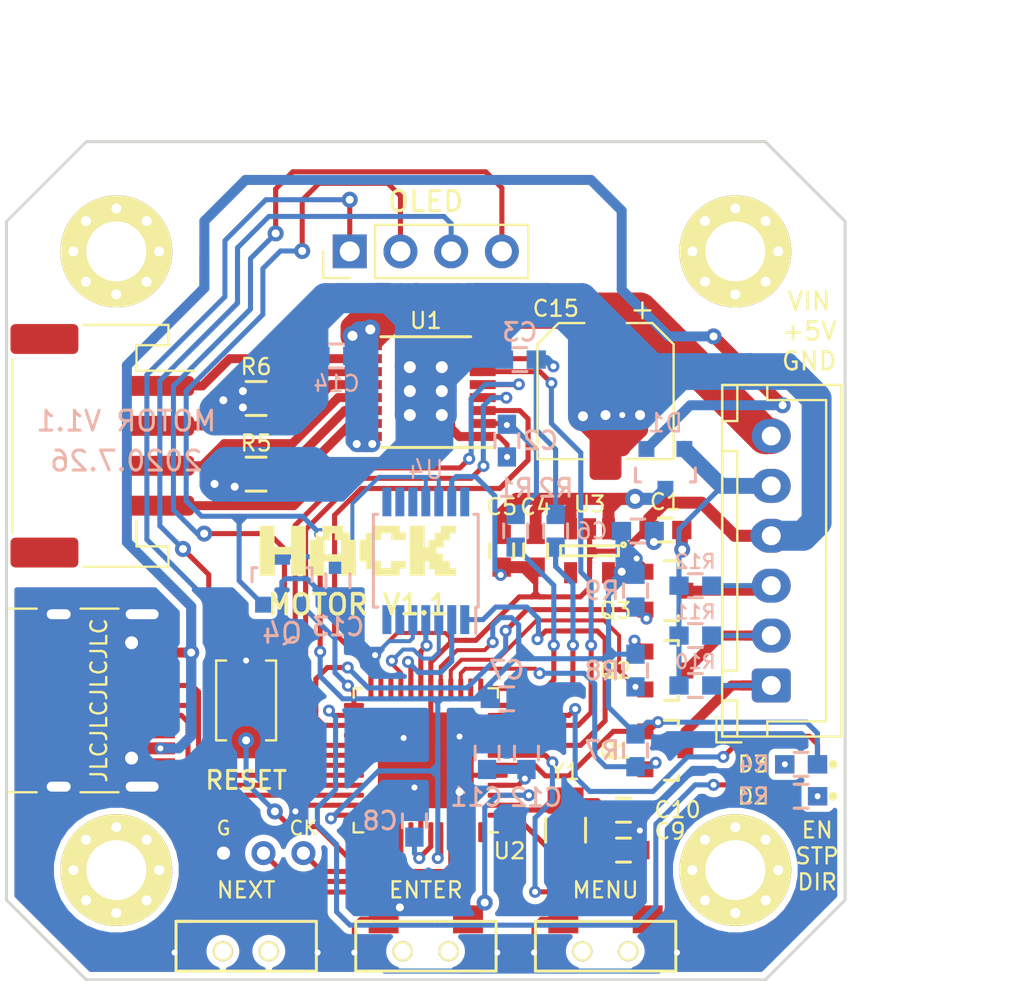
<source format=kicad_pcb>
(kicad_pcb (version 20171130) (host pcbnew "(5.1.6)-1")
  (layers (0 F.Cu signal) (31 B.Cu signal) (34 B.Paste user) (35 F.Paste user) (36 B.SilkS user) (37 F.SilkS user) (38 B.Mask user) (39 F.Mask user) (44 Edge.Cuts user))
  (net 0 "")
  (net 1 GND)
  (net 2 +3V3)
  (net 3 "Net-(C10-Pad2)")
  (net 4 "Net-(C13-Pad2)")
  (net 5 "Net-(R5-Pad2)")
  (net 6 /MOSI)
  (net 7 "Net-(U3-Pad4)")
  (net 8 /MISO)
  (net 9 /5V)
  (net 10 "Net-(C2-Pad2)")
  (net 11 "Net-(C3-Pad2)")
  (net 12 "Net-(C4-Pad2)")
  (net 13 "Net-(C8-Pad1)")
  (net 14 "Net-(C9-Pad2)")
  (net 15 /AREF)
  (net 16 /VIN)
  (net 17 /VBUS)
  (net 18 /D13)
  (net 19 "Net-(D2-Pad1)")
  (net 20 /D8)
  (net 21 "Net-(D3-Pad2)")
  (net 22 "Net-(J1-Pad1)")
  (net 23 "Net-(J1-Pad2)")
  (net 24 "Net-(J1-Pad3)")
  (net 25 "Net-(J1-Pad4)")
  (net 26 /EN)
  (net 27 /STP)
  (net 28 /DIR)
  (net 29 "Net-(P1-PadA6)")
  (net 30 "Net-(P1-PadA5)")
  (net 31 "Net-(P1-PadB5)")
  (net 32 "Net-(P1-PadA7)")
  (net 33 /SWCLK)
  (net 34 /SWDIO)
  (net 35 /D1)
  (net 36 /D0)
  (net 37 /D10)
  (net 38 /D11)
  (net 39 /D4)
  (net 40 /D9)
  (net 41 "Net-(R6-Pad2)")
  (net 42 /A0)
  (net 43 /A1)
  (net 44 /A5)
  (net 45 /RESET)
  (net 46 /D5)
  (net 47 /D6)
  (net 48 /D7)
  (net 49 /A4)
  (net 50 /A2)
  (net 51 /A3)
  (net 52 /D3)
  (net 53 /SCK)
  (net 54 "Net-(U2-Pad22)")
  (net 55 /D2)
  (net 56 /D12)
  (net 57 /SDA)
  (net 58 /SCL)
  (net 59 /TXD)
  (net 60 /RXD)
  (net 61 "Net-(U2-Pad39)")
  (net 62 "Net-(U2-Pad41)")
  (net 63 "Net-(U2-Pad48)")
  (net 64 "Net-(U4-Pad6)")
  (net 65 "Net-(U4-Pad7)")
  (net 66 "Net-(U4-Pad8)")
  (net 67 "Net-(U4-Pad9)")
  (net 68 "Net-(U4-Pad10)")
  (net 69 "Net-(U4-Pad14)")
  (module NewLibCool:0603_C (layer F.Cu) (at 105.5 99.5 90)
    (fp_text reference C4 (at 2.2 0 -180) (layer F.SilkS) (effects (font (size 0.8 0.8) (thickness 0.12))))
    (fp_text value 0.1uF hide)
    (pad 1 smd rect (at -0.82 0 90) (size 0.965 0.92) (layers F.Cu F.Paste F.Mask) (net 1 GND))
    (pad 2 smd rect (at 0.82 0 90) (size 0.965 0.92) (layers F.Cu F.Paste F.Mask) (net 12 "Net-(C4-Pad2)"))
  )
  (module Package_SO:TSSOP-16-1EP_4.4x5mm_P0.65mm (layer F.Cu) (at 100 91.5 180)
    (fp_text reference U1 (at 0 3.53) (layer F.SilkS) (effects (font (size 0.8 0.8) (thickness 0.12))))
    (fp_text value A4954)
    (pad 8 thru_hole circle (at -0.8 -1.2 180) (size 1.2 1.2) (drill 0.6) (layers *.Cu *.Mask) (net 1 GND))
    (pad 1 smd rect (at -2.85 -2.275 180) (size 1.3 0.45) (layers F.Cu F.Paste F.Mask) (net 1 GND))
    (pad 2 smd rect (at -2.85 -1.625 180) (size 1.3 0.45) (layers F.Cu F.Paste F.Mask) (net 10 "Net-(C2-Pad2)"))
    (pad 3 smd rect (at -2.85 -0.975 180) (size 1.3 0.45) (layers F.Cu F.Paste F.Mask) (net 46 /D5))
    (pad 4 smd rect (at -2.85 -0.325 180) (size 1.3 0.45) (layers F.Cu F.Paste F.Mask) (net 47 /D6))
    (pad 5 smd rect (at -2.85 0.325 180) (size 1.3 0.45) (layers F.Cu F.Paste F.Mask) (net 48 /D7))
    (pad 6 smd rect (at -2.85 0.975 180) (size 1.3 0.45) (layers F.Cu F.Paste F.Mask) (net 49 /A4))
    (pad 7 smd rect (at -2.85 1.625 180) (size 1.3 0.45) (layers F.Cu F.Paste F.Mask) (net 11 "Net-(C3-Pad2)"))
    (pad 8 smd rect (at -2.85 2.275 180) (size 1.3 0.45) (layers F.Cu F.Paste F.Mask) (net 1 GND))
    (pad 9 smd rect (at 2.85 2.275 180) (size 1.3 0.45) (layers F.Cu F.Paste F.Mask) (net 16 /VIN))
    (pad 10 smd rect (at 2.85 1.625 180) (size 1.3 0.45) (layers F.Cu F.Paste F.Mask) (net 22 "Net-(J1-Pad1)"))
    (pad 11 smd rect (at 2.85 0.975 180) (size 1.3 0.45) (layers F.Cu F.Paste F.Mask) (net 41 "Net-(R6-Pad2)"))
    (pad 12 smd rect (at 2.85 0.325 180) (size 1.3 0.45) (layers F.Cu F.Paste F.Mask) (net 23 "Net-(J1-Pad2)"))
    (pad 13 smd rect (at 2.85 -0.325 180) (size 1.3 0.45) (layers F.Cu F.Paste F.Mask) (net 24 "Net-(J1-Pad3)"))
    (pad 14 smd rect (at 2.85 -0.975 180) (size 1.3 0.45) (layers F.Cu F.Paste F.Mask) (net 5 "Net-(R5-Pad2)"))
    (pad 15 smd rect (at 2.85 -1.625 180) (size 1.3 0.45) (layers F.Cu F.Paste F.Mask) (net 25 "Net-(J1-Pad4)"))
    (pad 16 smd rect (at 2.85 -2.275 180) (size 1.3 0.45) (layers F.Cu F.Paste F.Mask) (net 16 /VIN))
    (pad 8 smd rect (at 0.735 1.3425 180) (size 1.47 0.895) (layers F.Cu F.Paste F.Mask) (net 1 GND))
    (pad 8 smd rect (at 0.735 0.4475 180) (size 1.47 0.895) (layers F.Cu F.Paste F.Mask) (net 1 GND))
    (pad 8 smd rect (at 0.735 -0.4475 180) (size 1.47 0.895) (layers F.Cu F.Paste F.Mask) (net 1 GND))
    (pad 8 smd rect (at 0.735 -1.3425 180) (size 1.47 0.895) (layers F.Cu F.Paste F.Mask) (net 1 GND))
    (pad 8 smd rect (at -0.735 1.3425 180) (size 1.47 0.895) (layers F.Cu F.Paste F.Mask) (net 1 GND))
    (pad 8 smd rect (at -0.735 0.4475 180) (size 1.47 0.895) (layers F.Cu F.Paste F.Mask) (net 1 GND))
    (pad 8 smd rect (at -0.735 -0.4475 180) (size 1.47 0.895) (layers F.Cu F.Paste F.Mask) (net 1 GND))
    (pad 8 smd rect (at -0.735 -1.3425 180) (size 1.47 0.895) (layers F.Cu F.Paste F.Mask) (net 1 GND))
    (pad 8 thru_hole circle (at 0.8 -1.2 180) (size 1.2 1.2) (drill 0.6) (layers *.Cu *.Mask) (net 1 GND))
    (pad 8 thru_hole circle (at -0.8 0 180) (size 1.2 1.2) (drill 0.6) (layers *.Cu *.Mask) (net 1 GND))
    (pad 8 thru_hole circle (at 0.8 0 180) (size 1.2 1.2) (drill 0.6) (layers *.Cu *.Mask) (net 1 GND))
    (pad 8 thru_hole circle (at -0.8 1.2 180) (size 1.2 1.2) (drill 0.6) (layers *.Cu *.Mask) (net 1 GND))
    (pad 8 thru_hole circle (at 0.8 1.2 180) (size 1.2 1.2) (drill 0.6) (layers *.Cu *.Mask) (net 1 GND))
  )
  (module NewLibCool:QFN-48-1EP_7x7mm_P0.5mm_ATSAMD21G18 (layer F.Cu) (at 100 110 180)
    (fp_text reference U2 (at -4.19 -4.54) (layer F.SilkS) (effects (font (size 0.8 0.8) (thickness 0.12))))
    (fp_text value ATSAMD21G18A-MF)
    (pad 24 smd roundrect (at 2.75 3.6 180) (size 0.25 1) (layers F.Cu F.Paste F.Mask) (net 46 /D5))
    (pad 23 smd roundrect (at 2.25 3.6 180) (size 0.25 1) (layers F.Cu F.Paste F.Mask) (net 55 /D2))
    (pad 22 smd roundrect (at 1.75 3.6 180) (size 0.25 1) (layers F.Cu F.Paste F.Mask) (net 54 "Net-(U2-Pad22)"))
    (pad 21 smd roundrect (at 1.25 3.6 180) (size 0.25 1) (layers F.Cu F.Paste F.Mask) (net 8 /MISO))
    (pad 20 smd roundrect (at 0.75 3.6 180) (size 0.25 1) (layers F.Cu F.Paste F.Mask) (net 53 /SCK))
    (pad 19 smd roundrect (at 0.25 3.6 180) (size 0.25 1) (layers F.Cu F.Paste F.Mask) (net 6 /MOSI))
    (pad 18 smd roundrect (at -0.25 3.6 180) (size 0.25 1) (layers F.Cu F.Paste F.Mask) (net 1 GND))
    (pad 17 smd roundrect (at -0.75 3.6 180) (size 0.25 1) (layers F.Cu F.Paste F.Mask) (net 2 +3V3))
    (pad 16 smd roundrect (at -1.25 3.6 180) (size 0.25 1) (layers F.Cu F.Paste F.Mask) (net 36 /D0))
    (pad 15 smd roundrect (at -1.75 3.6 180) (size 0.25 1) (layers F.Cu F.Paste F.Mask) (net 35 /D1))
    (pad 14 smd roundrect (at -2.25 3.6 180) (size 0.25 1) (layers F.Cu F.Paste F.Mask) (net 52 /D3))
    (pad 12 smd roundrect (at -3.6 2.75 180) (size 1 0.25) (layers F.Cu F.Paste F.Mask) (net 40 /D9))
    (pad 11 smd roundrect (at -3.6 2.25 180) (size 1 0.25) (layers F.Cu F.Paste F.Mask) (net 20 /D8))
    (pad 10 smd roundrect (at -3.6 1.75 180) (size 1 0.25) (layers F.Cu F.Paste F.Mask) (net 49 /A4))
    (pad 9 smd roundrect (at -3.6 1.25 180) (size 1 0.25) (layers F.Cu F.Paste F.Mask) (net 51 /A3))
    (pad 8 smd roundrect (at -3.6 0.75 180) (size 1 0.25) (layers F.Cu F.Paste F.Mask) (net 50 /A2))
    (pad 7 smd roundrect (at -3.6 0.25 180) (size 1 0.25) (layers F.Cu F.Paste F.Mask) (net 43 /A1))
    (pad 6 smd roundrect (at -3.6 -0.25 180) (size 1 0.25) (layers F.Cu F.Paste F.Mask) (net 2 +3V3))
    (pad 5 smd roundrect (at -3.6 -0.75 180) (size 1 0.25) (layers F.Cu F.Paste F.Mask) (net 1 GND))
    (pad 4 smd roundrect (at -3.6 -1.25 180) (size 1 0.25) (layers F.Cu F.Paste F.Mask) (net 15 /AREF))
    (pad 3 smd roundrect (at -3.6 -1.75 180) (size 1 0.25) (layers F.Cu F.Paste F.Mask) (net 42 /A0))
    (pad 2 smd roundrect (at -3.6 -2.25 180) (size 1 0.25) (layers F.Cu F.Paste F.Mask) (net 14 "Net-(C9-Pad2)"))
    (pad 48 smd roundrect (at -2.75 -3.6 180) (size 0.25 1) (layers F.Cu F.Paste F.Mask) (net 63 "Net-(U2-Pad48)"))
    (pad 47 smd roundrect (at -2.25 -3.6 180) (size 0.25 1) (layers F.Cu F.Paste F.Mask) (net 44 /A5))
    (pad 46 smd roundrect (at -1.75 -3.6 180) (size 0.25 1) (layers F.Cu F.Paste F.Mask) (net 34 /SWDIO))
    (pad 45 smd roundrect (at -1.25 -3.6 180) (size 0.25 1) (layers F.Cu F.Paste F.Mask) (net 33 /SWCLK))
    (pad 44 smd roundrect (at -0.75 -3.6 180) (size 0.25 1) (layers F.Cu F.Paste F.Mask) (net 2 +3V3))
    (pad 43 smd roundrect (at -0.25 -3.6 180) (size 0.25 1) (layers F.Cu F.Paste F.Mask) (net 13 "Net-(C8-Pad1)"))
    (pad 42 smd roundrect (at 0.25 -3.6 180) (size 0.25 1) (layers F.Cu F.Paste F.Mask) (net 1 GND))
    (pad 41 smd roundrect (at 0.75 -3.6 180) (size 0.25 1) (layers F.Cu F.Paste F.Mask) (net 62 "Net-(U2-Pad41)"))
    (pad 40 smd roundrect (at 1.25 -3.6 180) (size 0.25 1) (layers F.Cu F.Paste F.Mask) (net 45 /RESET))
    (pad 39 smd roundrect (at 1.75 -3.6 180) (size 0.25 1) (layers F.Cu F.Paste F.Mask) (net 61 "Net-(U2-Pad39)"))
    (pad 38 smd roundrect (at 2.25 -3.6 180) (size 0.25 1) (layers F.Cu F.Paste F.Mask) (net 60 /RXD))
    (pad 37 smd roundrect (at 2.75 -3.6 180) (size 0.25 1) (layers F.Cu F.Paste F.Mask) (net 59 /TXD))
    (pad 36 smd roundrect (at 3.6 -2.75 180) (size 1 0.25) (layers F.Cu F.Paste F.Mask) (net 2 +3V3))
    (pad 35 smd roundrect (at 3.6 -2.25 180) (size 1 0.25) (layers F.Cu F.Paste F.Mask) (net 1 GND))
    (pad 34 smd roundrect (at 3.6 -1.75 180) (size 1 0.25) (layers F.Cu F.Paste F.Mask) (net 29 "Net-(P1-PadA6)"))
    (pad 33 smd roundrect (at 3.6 -1.25 180) (size 1 0.25) (layers F.Cu F.Paste F.Mask) (net 32 "Net-(P1-PadA7)"))
    (pad 32 smd roundrect (at 3.6 -0.75 180) (size 1 0.25) (layers F.Cu F.Paste F.Mask) (net 58 /SCL))
    (pad 31 smd roundrect (at 3.6 -0.25 180) (size 1 0.25) (layers F.Cu F.Paste F.Mask) (net 57 /SDA))
    (pad 30 smd roundrect (at 3.6 0.25 180) (size 1 0.25) (layers F.Cu F.Paste F.Mask) (net 48 /D7))
    (pad 29 smd roundrect (at 3.6 0.75 180) (size 1 0.25) (layers F.Cu F.Paste F.Mask) (net 47 /D6))
    (pad 28 smd roundrect (at 3.6 1.25 180) (size 1 0.25) (layers F.Cu F.Paste F.Mask) (net 56 /D12))
    (pad 27 smd roundrect (at 3.6 1.75 180) (size 1 0.25) (layers F.Cu F.Paste F.Mask) (net 37 /D10))
    (pad 26 smd roundrect (at 3.6 2.25 180) (size 1 0.25) (layers F.Cu F.Paste F.Mask) (net 18 /D13))
    (pad 25 smd roundrect (at 3.6 2.75 180) (size 1 0.25) (layers F.Cu F.Paste F.Mask) (net 38 /D11))
    (pad 13 smd roundrect (at -2.75 3.6 180) (size 0.25 1) (layers F.Cu F.Paste F.Mask) (net 39 /D4))
    (pad 1 smd roundrect (at -3.6 -2.75 180) (size 1 0.25) (layers F.Cu F.Paste F.Mask) (net 3 "Net-(C10-Pad2)"))
    (pad 35 smd rect (at 0 0 180) (size 4.8 4.8) (layers F.Cu F.Mask) (net 1 GND))
  )
  (module NewLibCool:switchx3x4 (layer F.Cu) (at 91 107 90)
    (fp_text reference SW4 hide)
    (fp_text value RESET (at -4 0) (layer F.SilkS) (effects (font (size 0.9 0.9))))
    (pad 2 smd rect (at 2 0 90) (size 1.8 1.7) (layers F.Cu F.Paste F.Mask) (net 1 GND))
    (pad 1 smd rect (at -2 0 90) (size 1.8 1.7) (layers F.Cu F.Paste F.Mask) (net 45 /RESET))
  )
  (module NewLibCool:0805_R (layer F.Cu) (at 91.5 91.87)
    (fp_text reference R6 (at 0 -1.59 180) (layer F.SilkS) (effects (font (size 0.8 0.8) (thickness 0.12))))
    (fp_text value 0.1R hide)
    (pad 2 smd rect (at 1 0) (size 1 1.25) (layers F.Cu F.Paste F.Mask) (net 41 "Net-(R6-Pad2)"))
    (pad 1 smd rect (at -1 0) (size 1 1.25) (layers F.Cu F.Paste F.Mask) (net 1 GND))
  )
  (module NewLibCool:0805_R (layer F.Cu) (at 91.5 95.66)
    (fp_text reference R5 (at 0 -1.55) (layer F.SilkS) (effects (font (size 0.8 0.8) (thickness 0.12))))
    (fp_text value 0.1R hide)
    (pad 1 smd rect (at -1 0) (size 1 1.25) (layers F.Cu F.Paste F.Mask) (net 1 GND))
    (pad 2 smd rect (at 1 0) (size 1 1.25) (layers F.Cu F.Paste F.Mask) (net 5 "Net-(R5-Pad2)"))
  )
  (module Connector_JST:JST_PH_S4B-PH-SM4-TB_1x04-1MP_P2.00mm_Horizontal (layer F.Cu) (at 83.8 94.24 270)
    (fp_text reference J1 hide)
    (fp_text value CONN_01X04)
    (pad MP smd roundrect (at 5.35 2.9 270) (size 1.5 3.4) (layers F.Cu F.Paste F.Mask) (roundrect_rratio 0.166667))
    (pad MP smd roundrect (at -5.35 2.9 270) (size 1.5 3.4) (layers F.Cu F.Paste F.Mask) (roundrect_rratio 0.166667))
    (pad 4 smd roundrect (at 3 -2.85 270) (size 1 3.5) (layers F.Cu F.Paste F.Mask) (net 25 "Net-(J1-Pad4)"))
    (pad 3 smd roundrect (at 1 -2.85 270) (size 1 3.5) (layers F.Cu F.Paste F.Mask) (net 24 "Net-(J1-Pad3)"))
    (pad 2 smd roundrect (at -1 -2.85 270) (size 1 3.5) (layers F.Cu F.Paste F.Mask) (net 23 "Net-(J1-Pad2)"))
    (pad 1 smd roundrect (at -3 -2.85 270) (size 1 3.5) (layers F.Cu F.Paste F.Mask) (net 22 "Net-(J1-Pad1)"))
  )
  (module NewLibCool:O_5.6_3mm (layer F.Cu) (at 115.5 115.5)
    (fp_text reference P1 hide)
    (fp_text value CONN_1 hide)
    (pad 1 thru_hole circle (at 0 0) (size 5.6 5.6) (drill 3) (layers *.Cu *.Mask F.SilkS))
    (pad 1 thru_hole circle (at 0 -2.15) (size 1 1) (drill 0.5) (layers *.Cu *.Mask F.SilkS))
    (pad 1 thru_hole circle (at 1.52 -1.52) (size 0.6 0.6) (drill 0.5) (layers *.Cu *.Mask F.SilkS))
    (pad 1 thru_hole circle (at 2.15 0) (size 0.6 0.6) (drill 0.5) (layers *.Cu *.Mask F.SilkS))
    (pad 1 thru_hole circle (at 1.52 1.52) (size 0.6 0.6) (drill 0.5) (layers *.Cu *.Mask F.SilkS))
    (pad 1 thru_hole circle (at 0 2.15) (size 0.6 0.6) (drill 0.5) (layers *.Cu *.Mask F.SilkS))
    (pad 1 thru_hole circle (at -1.52 1.52) (size 0.6 0.6) (drill 0.5) (layers *.Cu *.Mask F.SilkS))
    (pad 1 thru_hole circle (at -2.15 0) (size 0.6 0.6) (drill 0.5) (layers *.Cu *.Mask F.SilkS))
    (pad 1 thru_hole circle (at -1.52 -1.52) (size 0.6 0.6) (drill 0.5) (layers *.Cu *.Mask F.SilkS))
  )
  (module NewLibCool:O_5.6_3mm (layer F.Cu) (at 84.5 115.5)
    (fp_text reference P1 hide)
    (fp_text value CONN_1 hide)
    (pad 1 thru_hole circle (at -1.52 -1.52) (size 0.6 0.6) (drill 0.5) (layers *.Cu *.Mask F.SilkS))
    (pad 1 thru_hole circle (at -2.15 0) (size 0.6 0.6) (drill 0.5) (layers *.Cu *.Mask F.SilkS))
    (pad 1 thru_hole circle (at -1.52 1.52) (size 0.6 0.6) (drill 0.5) (layers *.Cu *.Mask F.SilkS))
    (pad 1 thru_hole circle (at 0 2.15) (size 0.6 0.6) (drill 0.5) (layers *.Cu *.Mask F.SilkS))
    (pad 1 thru_hole circle (at 1.52 1.52) (size 0.6 0.6) (drill 0.5) (layers *.Cu *.Mask F.SilkS))
    (pad 1 thru_hole circle (at 2.15 0) (size 0.6 0.6) (drill 0.5) (layers *.Cu *.Mask F.SilkS))
    (pad 1 thru_hole circle (at 1.52 -1.52) (size 0.6 0.6) (drill 0.5) (layers *.Cu *.Mask F.SilkS))
    (pad 1 thru_hole circle (at 0 -2.15) (size 1 1) (drill 0.5) (layers *.Cu *.Mask F.SilkS))
    (pad 1 thru_hole circle (at 0 0) (size 5.6 5.6) (drill 3) (layers *.Cu *.Mask F.SilkS))
  )
  (module NewLibCool:O_5.6_3mm (layer F.Cu) (at 115.5 84.5)
    (fp_text reference P1 hide)
    (fp_text value CONN_1 hide)
    (pad 1 thru_hole circle (at 0 0) (size 5.6 5.6) (drill 3) (layers *.Cu *.Mask F.SilkS))
    (pad 1 thru_hole circle (at 0 -2.15) (size 1 1) (drill 0.5) (layers *.Cu *.Mask F.SilkS))
    (pad 1 thru_hole circle (at 1.52 -1.52) (size 0.6 0.6) (drill 0.5) (layers *.Cu *.Mask F.SilkS))
    (pad 1 thru_hole circle (at 2.15 0) (size 0.6 0.6) (drill 0.5) (layers *.Cu *.Mask F.SilkS))
    (pad 1 thru_hole circle (at 1.52 1.52) (size 0.6 0.6) (drill 0.5) (layers *.Cu *.Mask F.SilkS))
    (pad 1 thru_hole circle (at 0 2.15) (size 0.6 0.6) (drill 0.5) (layers *.Cu *.Mask F.SilkS))
    (pad 1 thru_hole circle (at -1.52 1.52) (size 0.6 0.6) (drill 0.5) (layers *.Cu *.Mask F.SilkS))
    (pad 1 thru_hole circle (at -2.15 0) (size 0.6 0.6) (drill 0.5) (layers *.Cu *.Mask F.SilkS))
    (pad 1 thru_hole circle (at -1.52 -1.52) (size 0.6 0.6) (drill 0.5) (layers *.Cu *.Mask F.SilkS))
  )
  (module NewLibCool:0603_C (layer F.Cu) (at 112 98.46)
    (fp_text reference C1 (at 0 -1.41 -180) (layer F.SilkS) (effects (font (size 0.8 0.8) (thickness 0.12))))
    (fp_text value 0.1uF hide)
    (pad 2 smd rect (at 0.82 0) (size 0.965 0.92) (layers F.Cu F.Paste F.Mask) (net 9 /5V))
    (pad 1 smd rect (at -0.82 0) (size 0.965 0.92) (layers F.Cu F.Paste F.Mask) (net 1 GND))
  )
  (module NewLibCool:0603_C (layer B.Cu) (at 104.06 93.98 90)
    (fp_text reference C2 (at 0 1.68) (layer B.SilkS) (effects (font (size 0.9 0.9)) (justify mirror)))
    (fp_text value 0.1uF hide)
    (pad 2 smd rect (at 0.82 0 90) (size 0.965 0.92) (layers B.Cu B.Paste B.Mask) (net 10 "Net-(C2-Pad2)"))
    (pad 1 smd rect (at -0.82 0 90) (size 0.965 0.92) (layers B.Cu B.Paste B.Mask) (net 1 GND))
  )
  (module NewLibCool:0603_C (layer B.Cu) (at 104.71 89.92)
    (fp_text reference C3 (at 0 -1.37) (layer B.SilkS) (effects (font (size 0.9 0.9)) (justify mirror)))
    (fp_text value 0.1uF hide)
    (pad 2 smd rect (at 0.82 0) (size 0.965 0.92) (layers B.Cu B.Paste B.Mask) (net 11 "Net-(C3-Pad2)"))
    (pad 1 smd rect (at -0.82 0) (size 0.965 0.92) (layers B.Cu B.Paste B.Mask) (net 1 GND))
  )
  (module NewLibCool:0603_C (layer F.Cu) (at 103.8 99.5 90)
    (fp_text reference C5 (at 2.2 0 -180) (layer F.SilkS) (effects (font (size 0.8 0.8) (thickness 0.12))))
    (fp_text value 0.1uF hide)
    (pad 2 smd rect (at 0.82 0 90) (size 0.965 0.92) (layers F.Cu F.Paste F.Mask) (net 12 "Net-(C4-Pad2)"))
    (pad 1 smd rect (at -0.82 0 90) (size 0.965 0.92) (layers F.Cu F.Paste F.Mask) (net 1 GND))
  )
  (module NewLibCool:0603_C (layer B.Cu) (at 110.62 98.51 180)
    (fp_text reference C6 (at 2.3 0) (layer B.SilkS) (effects (font (size 0.8 0.8) (thickness 0.12)) (justify mirror)))
    (fp_text value 0.1uF hide)
    (pad 1 smd rect (at -0.82 0 180) (size 0.965 0.92) (layers B.Cu B.Paste B.Mask) (net 1 GND))
    (pad 2 smd rect (at 0.82 0 180) (size 0.965 0.92) (layers B.Cu B.Paste B.Mask) (net 2 +3V3))
  )
  (module NewLibCool:0603_C (layer B.Cu) (at 104.05 106.92 180)
    (fp_text reference C7 (at 0 1.44 180) (layer B.SilkS) (effects (font (size 0.9 0.9)) (justify mirror)))
    (fp_text value 0.1uF hide)
    (pad 2 smd rect (at 0.82 0 180) (size 0.965 0.92) (layers B.Cu B.Paste B.Mask) (net 2 +3V3))
    (pad 1 smd rect (at -0.82 0 180) (size 0.965 0.92) (layers B.Cu B.Paste B.Mask) (net 1 GND))
  )
  (module NewLibCool:0603_C (layer B.Cu) (at 99.43 113.03 90)
    (fp_text reference C8 (at 0 -1.72) (layer B.SilkS) (effects (font (size 0.9 0.9)) (justify mirror)))
    (fp_text value 1uF hide)
    (pad 1 smd rect (at -0.82 0 90) (size 0.965 0.92) (layers B.Cu B.Paste B.Mask) (net 13 "Net-(C8-Pad1)"))
    (pad 2 smd rect (at 0.82 0 90) (size 0.965 0.92) (layers B.Cu B.Paste B.Mask) (net 1 GND))
  )
  (module NewLibCool:0603_C (layer F.Cu) (at 109.9 112.5 180)
    (fp_text reference C9 (at -2.33 -1.06) (layer F.SilkS) (effects (font (size 0.8 0.8) (thickness 0.12))))
    (fp_text value 10pF hide)
    (pad 2 smd rect (at 0.82 0 180) (size 0.965 0.92) (layers F.Cu F.Paste F.Mask) (net 14 "Net-(C9-Pad2)"))
    (pad 1 smd rect (at -0.82 0 180) (size 0.965 0.92) (layers F.Cu F.Paste F.Mask) (net 1 GND))
  )
  (module NewLibCool:0603_C (layer F.Cu) (at 109.9 114.5 180)
    (fp_text reference C10 (at -2.71 2.02) (layer F.SilkS) (effects (font (size 0.8 0.8) (thickness 0.12))))
    (fp_text value 10pF hide)
    (pad 1 smd rect (at -0.82 0 180) (size 0.965 0.92) (layers F.Cu F.Paste F.Mask) (net 1 GND))
    (pad 2 smd rect (at 0.82 0 180) (size 0.965 0.92) (layers F.Cu F.Paste F.Mask) (net 3 "Net-(C10-Pad2)"))
  )
  (module NewLibCool:0603_C (layer B.Cu) (at 103.07 109.64 270)
    (fp_text reference C11 (at 2.21 0.54 180) (layer B.SilkS) (effects (font (size 0.9 0.9)) (justify mirror)))
    (fp_text value 0.1uF hide)
    (pad 2 smd rect (at 0.82 0 270) (size 0.965 0.92) (layers B.Cu B.Paste B.Mask) (net 15 /AREF))
    (pad 1 smd rect (at -0.82 0 270) (size 0.965 0.92) (layers B.Cu B.Paste B.Mask) (net 1 GND))
  )
  (module NewLibCool:0603_C (layer B.Cu) (at 105.04 109.64 270)
    (fp_text reference C12 (at 2.22 -0.48 180) (layer B.SilkS) (effects (font (size 0.9 0.9)) (justify mirror)))
    (fp_text value 4.7uF hide)
    (pad 1 smd rect (at -0.82 0 270) (size 0.965 0.92) (layers B.Cu B.Paste B.Mask) (net 1 GND))
    (pad 2 smd rect (at 0.82 0 270) (size 0.965 0.92) (layers B.Cu B.Paste B.Mask) (net 15 /AREF))
  )
  (module NewLibCool:0603_C (layer B.Cu) (at 95.6 101 90)
    (fp_text reference C13 (at -2.31 0) (layer B.SilkS) (effects (font (size 0.9 0.9)) (justify mirror)))
    (fp_text value 0.1uF hide)
    (pad 2 smd rect (at 0.82 0 90) (size 0.965 0.92) (layers B.Cu B.Paste B.Mask) (net 4 "Net-(C13-Pad2)"))
    (pad 1 smd rect (at -0.82 0 90) (size 0.965 0.92) (layers B.Cu B.Paste B.Mask) (net 1 GND))
  )
  (module NewLibCool:0603_C (layer B.Cu) (at 95.52 89.74)
    (fp_text reference C14 (at 0.01 1.38) (layer B.SilkS) (effects (font (size 0.8 0.8) (thickness 0.12)) (justify mirror)))
    (fp_text value 0.1uF hide)
    (pad 2 smd rect (at 0.82 0) (size 0.965 0.92) (layers B.Cu B.Paste B.Mask) (net 16 /VIN))
    (pad 1 smd rect (at -0.82 0) (size 0.965 0.92) (layers B.Cu B.Paste B.Mask) (net 1 GND))
  )
  (module Capacitor_SMD:CP_Elec_6.3x5.4_Nichicon (layer F.Cu) (at 109 91.5 270)
    (fp_text reference C15 (at -4.14 2.49) (layer F.SilkS) (effects (font (size 0.8 0.8) (thickness 0.12))))
    (fp_text value 100uF)
    (pad 1 smd roundrect (at -2.7 0 270) (size 3.5 1.6) (layers F.Cu F.Paste F.Mask) (roundrect_rratio 0.15625) (net 16 /VIN))
    (pad 2 smd roundrect (at 2.7 0 270) (size 3.5 1.6) (layers F.Cu F.Paste F.Mask) (roundrect_rratio 0.15625) (net 1 GND))
  )
  (module NewLibCool:SOT-23 (layer B.Cu) (at 112 95.4)
    (fp_text reference D1 (at 0 -2.3) (layer B.SilkS) (effects (font (size 0.9 0.9) (thickness 0.13)) (justify mirror)))
    (fp_text value BAT54C hide)
    (pad 3 smd rect (at 0 0.99822) (size 0.8001 0.8001) (layers B.Cu B.Paste B.Mask) (net 12 "Net-(C4-Pad2)"))
    (pad 2 smd rect (at 0.95 -1.00076) (size 0.8001 0.8001) (layers B.Cu B.Paste B.Mask) (net 9 /5V))
    (pad 1 smd rect (at -0.95 -1.00076) (size 0.8001 0.8001) (layers B.Cu B.Paste B.Mask) (net 17 /VBUS))
  )
  (module NewLibCool:0603_LED (layer F.Cu) (at 118.8 111.8 180)
    (fp_text reference D2 (at 2.41 0) (layer F.SilkS) (effects (font (size 0.8 0.8) (thickness 0.12))))
    (fp_text value LED hide)
    (pad 2 smd rect (at 0.82 0 180) (size 0.965 0.92) (layers F.Cu F.Paste F.Mask) (net 18 /D13))
    (pad 1 smd rect (at -0.82 0 180) (size 0.965 0.92) (layers F.Cu F.Paste F.Mask) (net 19 "Net-(D2-Pad1)"))
  )
  (module NewLibCool:0603_LED (layer F.Cu) (at 118.8 110.2 180)
    (fp_text reference D3 (at 2.4 0) (layer F.SilkS) (effects (font (size 0.8 0.8) (thickness 0.12))))
    (fp_text value LED hide)
    (pad 1 smd rect (at -0.82 0 180) (size 0.965 0.92) (layers F.Cu F.Paste F.Mask) (net 20 /D8))
    (pad 2 smd rect (at 0.82 0 180) (size 0.965 0.92) (layers F.Cu F.Paste F.Mask) (net 21 "Net-(D3-Pad2)"))
  )
  (module Connector_JST:JST_XH_B6B-XH-A_1x06_P2.50mm_Vertical (layer F.Cu) (at 117.3 106.25 90)
    (fp_text reference J2 hide)
    (fp_text value Conn_01x06_Male)
    (pad 1 thru_hole roundrect (at 0 0 90) (size 1.7 1.95) (drill 0.95) (layers *.Cu *.Mask) (roundrect_rratio 0.147059) (net 28 /DIR))
    (pad 2 thru_hole oval (at 2.5 0 90) (size 1.7 1.95) (drill 0.95) (layers *.Cu *.Mask) (net 27 /STP))
    (pad 3 thru_hole oval (at 5 0 90) (size 1.7 1.95) (drill 0.95) (layers *.Cu *.Mask) (net 26 /EN))
    (pad 4 thru_hole oval (at 7.5 0 90) (size 1.7 1.95) (drill 0.95) (layers *.Cu *.Mask) (net 1 GND))
    (pad 5 thru_hole oval (at 10 0 90) (size 1.7 1.95) (drill 0.95) (layers *.Cu *.Mask) (net 9 /5V))
    (pad 6 thru_hole oval (at 12.5 0 90) (size 1.7 1.95) (drill 0.95) (layers *.Cu *.Mask) (net 16 /VIN))
  )
  (module NewLibCool:USB-Type-C-NEW (layer F.Cu) (at 86.71 107 270)
    (fp_text reference P1 hide)
    (fp_text value USB_C__USB2.0 hide)
    (pad S1 thru_hole circle (at 2.89 1.445 270) (size 0.8 0.8) (drill 0.65) (layers *.Cu *.Mask) (net 1 GND))
    (pad S1 thru_hole circle (at -2.89 1.445 270) (size 0.8 0.8) (drill 0.65) (layers *.Cu *.Mask) (net 1 GND))
    (pad B5 smd rect (at 1.75 0 270) (size 0.3 1.45) (layers F.Cu F.Paste F.Mask) (net 31 "Net-(P1-PadB5)"))
    (pad A7 smd rect (at 0.25 0 270) (size 0.3 1.45) (layers F.Cu F.Paste F.Mask) (net 32 "Net-(P1-PadA7)"))
    (pad S1 smd rect (at 3.2 0 270) (size 0.6 1.45) (layers F.Cu F.Paste F.Mask) (net 1 GND))
    (pad S1 thru_hole roundrect (at -4.32 0.915 270) (size 1 2.1) (drill oval 0.5 1.65) (layers *.Cu *.Mask) (net 1 GND))
    (pad A5 smd rect (at -1.25 0 270) (size 0.3 1.45) (layers F.Cu F.Paste F.Mask) (net 30 "Net-(P1-PadA5)"))
    (pad A6 smd rect (at 0.75 0 270) (size 0.3 1.45) (layers F.Cu F.Paste F.Mask) (net 29 "Net-(P1-PadA6)"))
    (pad A4 smd rect (at 2.4 0 270) (size 0.6 1.45) (layers F.Cu F.Paste F.Mask) (net 17 /VBUS))
    (pad S1 thru_hole roundrect (at 4.32 5.095 270) (size 1 1.8) (drill oval 0.5 1.2) (layers *.Cu *.Mask) (net 1 GND))
    (pad A1 smd rect (at -3.2 0 270) (size 0.6 1.45) (layers F.Cu F.Paste F.Mask) (net 1 GND))
    (pad S1 thru_hole roundrect (at 4.32 0.915 270) (size 1 2.1) (drill oval 0.5 1.65) (layers *.Cu *.Mask) (net 1 GND))
    (pad A7 smd rect (at -0.75 0 270) (size 0.3 1.45) (layers F.Cu F.Paste F.Mask) (net 32 "Net-(P1-PadA7)"))
    (pad S1 thru_hole roundrect (at -4.32 5.095 270) (size 1 1.8) (drill oval 0.5 1.2) (layers *.Cu *.Mask) (net 1 GND))
    (pad B5 smd rect (at 1.25 0 270) (size 0.3 1.45) (layers F.Cu F.Paste F.Mask) (net 31 "Net-(P1-PadB5)"))
    (pad A5 smd rect (at -1.75 0 270) (size 0.3 1.45) (layers F.Cu F.Paste F.Mask) (net 30 "Net-(P1-PadA5)"))
    (pad A4 smd rect (at -2.4 0 270) (size 0.6 1.45) (layers F.Cu F.Paste F.Mask) (net 17 /VBUS))
    (pad A6 smd rect (at -0.25 0 270) (size 0.3 1.45) (layers F.Cu F.Paste F.Mask) (net 29 "Net-(P1-PadA6)"))
  )
  (module NewLibCool:JLINK3 (layer F.Cu) (at 90.87 114.65 270)
    (fp_text reference P2 hide)
    (fp_text value CONN_01X03 hide)
    (pad 3 thru_hole oval (at 0 1 270) (size 1.2 1.2) (drill 0.66) (layers *.Cu *.Mask) (net 1 GND))
    (pad 2 thru_hole oval (at 0 -1 270) (size 1.2 1.2) (drill 0.66) (layers *.Cu *.Mask) (net 34 /SWDIO))
    (pad 1 thru_hole circle (at 0 -3 270) (size 1.2 1.2) (drill 0.66) (layers *.Cu *.Mask) (net 33 /SWCLK))
  )
  (module NewLibCool:SOT-23 (layer F.Cu) (at 112 109.5 270)
    (fp_text reference Q1 (at 0 2.5) (layer F.SilkS) (effects (font (size 0.8 0.8) (thickness 0.12))))
    (fp_text value BSS138)
    (pad 1 smd rect (at -0.95 1.00076 270) (size 0.8001 0.8001) (layers F.Cu F.Paste F.Mask) (net 2 +3V3))
    (pad 2 smd rect (at 0.95 1.00076 270) (size 0.8001 0.8001) (layers F.Cu F.Paste F.Mask) (net 35 /D1))
    (pad 3 smd rect (at 0 -0.99822 270) (size 0.8001 0.8001) (layers F.Cu F.Paste F.Mask) (net 28 /DIR))
  )
  (module NewLibCool:SOT-23 (layer F.Cu) (at 112 105.5 270)
    (fp_text reference Q2 (at 0 2.5) (layer F.SilkS) (effects (font (size 0.8 0.8) (thickness 0.12))))
    (fp_text value BSS138)
    (pad 3 smd rect (at 0 -0.99822 270) (size 0.8001 0.8001) (layers F.Cu F.Paste F.Mask) (net 27 /STP))
    (pad 2 smd rect (at 0.95 1.00076 270) (size 0.8001 0.8001) (layers F.Cu F.Paste F.Mask) (net 36 /D0))
    (pad 1 smd rect (at -0.95 1.00076 270) (size 0.8001 0.8001) (layers F.Cu F.Paste F.Mask) (net 2 +3V3))
  )
  (module NewLibCool:SOT-23 (layer F.Cu) (at 112 101.5 270)
    (fp_text reference Q3 (at 1 2.5) (layer F.SilkS) (effects (font (size 0.8 0.8) (thickness 0.12))))
    (fp_text value BSS138)
    (pad 1 smd rect (at -0.95 1.00076 270) (size 0.8001 0.8001) (layers F.Cu F.Paste F.Mask) (net 2 +3V3))
    (pad 2 smd rect (at 0.95 1.00076 270) (size 0.8001 0.8001) (layers F.Cu F.Paste F.Mask) (net 37 /D10))
    (pad 3 smd rect (at 0 -0.99822 270) (size 0.8001 0.8001) (layers F.Cu F.Paste F.Mask) (net 26 /EN))
  )
  (module NewLibCool:SOT-23-L (layer B.Cu) (at 92.8 101 180)
    (fp_text reference Q4 (at 0 -2.63 180) (layer B.SilkS) (effects (justify mirror)))
    (fp_text value AO3401A hide)
    (pad 3 smd rect (at 0 1.2 180) (size 0.8001 0.8001) (layers B.Cu B.Paste B.Mask) (net 4 "Net-(C13-Pad2)"))
    (pad 2 smd rect (at 0.95 -1.2 180) (size 0.8001 0.8001) (layers B.Cu B.Paste B.Mask) (net 2 +3V3))
    (pad 1 smd rect (at -0.95 -1.2 180) (size 0.8001 0.8001) (layers B.Cu B.Paste B.Mask) (net 38 /D11))
  )
  (module NewLibCool:0603_R (layer B.Cu) (at 104.5 98.5 270)
    (fp_text reference R1 (at -2.14 0.01 180) (layer B.SilkS) (effects (font (size 0.9 0.9)) (justify mirror)))
    (fp_text value 3.3K hide)
    (pad 1 smd rect (at -0.82 0 270) (size 0.965 0.92) (layers B.Cu B.Paste B.Mask) (net 10 "Net-(C2-Pad2)"))
    (pad 2 smd rect (at 0.82 0 270) (size 0.965 0.92) (layers B.Cu B.Paste B.Mask) (net 39 /D4))
  )
  (module NewLibCool:0603_R (layer B.Cu) (at 106.5 98.5 270)
    (fp_text reference R2 (at -2.14 -0.01 180) (layer B.SilkS) (effects (font (size 0.9 0.9)) (justify mirror)))
    (fp_text value 3.3K hide)
    (pad 2 smd rect (at 0.82 0 270) (size 0.965 0.92) (layers B.Cu B.Paste B.Mask) (net 40 /D9))
    (pad 1 smd rect (at -0.82 0 270) (size 0.965 0.92) (layers B.Cu B.Paste B.Mask) (net 11 "Net-(C3-Pad2)"))
  )
  (module NewLibCool:0603_R (layer B.Cu) (at 118.8 111.8 180)
    (fp_text reference R3 (at 2.37 0 180) (layer B.SilkS) (effects (font (size 0.8 0.8) (thickness 0.12)) (justify mirror)))
    (fp_text value 3.3K hide)
    (pad 1 smd rect (at -0.82 0 180) (size 0.965 0.92) (layers B.Cu B.Paste B.Mask) (net 19 "Net-(D2-Pad1)"))
    (pad 2 smd rect (at 0.82 0 180) (size 0.965 0.92) (layers B.Cu B.Paste B.Mask) (net 1 GND))
  )
  (module NewLibCool:0603_R (layer B.Cu) (at 118.79 110.2)
    (fp_text reference R4 (at -2.35 0) (layer B.SilkS) (effects (font (size 0.8 0.8) (thickness 0.12)) (justify mirror)))
    (fp_text value 3.3K hide)
    (pad 2 smd rect (at 0.82 0) (size 0.965 0.92) (layers B.Cu B.Paste B.Mask) (net 2 +3V3))
    (pad 1 smd rect (at -0.82 0) (size 0.965 0.92) (layers B.Cu B.Paste B.Mask) (net 21 "Net-(D3-Pad2)"))
  )
  (module NewLibCool:0603_R (layer B.Cu) (at 110.5 109.5 90)
    (fp_text reference R7 (at 0 -1.67) (layer B.SilkS) (effects (font (size 0.9 0.9)) (justify mirror)))
    (fp_text value 10K hide)
    (pad 2 smd rect (at 0.82 0 90) (size 0.965 0.92) (layers B.Cu B.Paste B.Mask) (net 2 +3V3))
    (pad 1 smd rect (at -0.82 0 90) (size 0.965 0.92) (layers B.Cu B.Paste B.Mask) (net 35 /D1))
  )
  (module NewLibCool:0603_R (layer B.Cu) (at 110.5 105.5 90)
    (fp_text reference R8 (at -0.02 -1.67) (layer B.SilkS) (effects (font (size 0.9 0.9)) (justify mirror)))
    (fp_text value 10K hide)
    (pad 1 smd rect (at -0.82 0 90) (size 0.965 0.92) (layers B.Cu B.Paste B.Mask) (net 36 /D0))
    (pad 2 smd rect (at 0.82 0 90) (size 0.965 0.92) (layers B.Cu B.Paste B.Mask) (net 2 +3V3))
  )
  (module NewLibCool:0603_R (layer B.Cu) (at 110.5 101.5 90)
    (fp_text reference R9 (at 0 -1.68) (layer B.SilkS) (effects (font (size 0.9 0.9)) (justify mirror)))
    (fp_text value 10K hide)
    (pad 2 smd rect (at 0.82 0 90) (size 0.965 0.92) (layers B.Cu B.Paste B.Mask) (net 2 +3V3))
    (pad 1 smd rect (at -0.82 0 90) (size 0.965 0.92) (layers B.Cu B.Paste B.Mask) (net 37 /D10))
  )
  (module NewLibCool:0603_R (layer B.Cu) (at 113.5 106.25 180)
    (fp_text reference R10 (at 0 1.19 180) (layer B.SilkS) (effects (font (size 0.7 0.7) (thickness 0.12)) (justify mirror)))
    (fp_text value 10K hide)
    (pad 1 smd rect (at -0.82 0 180) (size 0.965 0.92) (layers B.Cu B.Paste B.Mask) (net 28 /DIR))
    (pad 2 smd rect (at 0.82 0 180) (size 0.965 0.92) (layers B.Cu B.Paste B.Mask) (net 9 /5V))
  )
  (module NewLibCool:0603_R (layer B.Cu) (at 113.5 103.75 180)
    (fp_text reference R11 (at 0 1.18 180) (layer B.SilkS) (effects (font (size 0.7 0.7) (thickness 0.12)) (justify mirror)))
    (fp_text value 10K hide)
    (pad 1 smd rect (at -0.82 0 180) (size 0.965 0.92) (layers B.Cu B.Paste B.Mask) (net 27 /STP))
    (pad 2 smd rect (at 0.82 0 180) (size 0.965 0.92) (layers B.Cu B.Paste B.Mask) (net 9 /5V))
  )
  (module NewLibCool:0603_R (layer B.Cu) (at 113.5 101.25 180)
    (fp_text reference R12 (at 0 1.21 180) (layer B.SilkS) (effects (font (size 0.7 0.7) (thickness 0.12)) (justify mirror)))
    (fp_text value 10K hide)
    (pad 2 smd rect (at 0.82 0 180) (size 0.965 0.92) (layers B.Cu B.Paste B.Mask) (net 9 /5V))
    (pad 1 smd rect (at -0.82 0 180) (size 0.965 0.92) (layers B.Cu B.Paste B.Mask) (net 26 /EN))
  )
  (module NewLibCool:SWITCH_PUSH (layer F.Cu) (at 100 118.8)
    (fp_text reference SW1 hide)
    (fp_text value ENTER hide)
    (pad 1 smd rect (at -2.11272 -0.8318) (size 1.5 1.4) (layers F.Cu F.Paste F.Mask) (net 1 GND))
    (pad 2 smd rect (at 2.11272 -0.8318) (size 1.5 1.4) (layers F.Cu F.Paste F.Mask) (net 42 /A0))
    (pad 1 smd rect (at -3.5814 0.8318) (size 2 1) (layers F.Cu F.Paste F.Mask) (net 1 GND))
    (pad 1 smd rect (at 3.5814 0.8318) (size 2 1) (layers F.Cu F.Paste F.Mask) (net 1 GND))
    (pad 0 thru_hole circle (at -1.16271 0.7682) (size 1 1) (drill 0.8) (layers *.Cu *.Mask F.Paste F.SilkS))
    (pad 0 thru_hole circle (at 1.13731 0.7682) (size 1 1) (drill 0.8) (layers *.Cu *.Mask F.SilkS))
  )
  (module NewLibCool:SWITCH_PUSH (layer F.Cu) (at 109 118.8)
    (fp_text reference SW2 hide)
    (fp_text value MENU hide)
    (pad 0 thru_hole circle (at 1.13731 0.7682) (size 1 1) (drill 0.8) (layers *.Cu *.Mask F.SilkS))
    (pad 0 thru_hole circle (at -1.16271 0.7682) (size 1 1) (drill 0.8) (layers *.Cu *.Mask F.Paste F.SilkS))
    (pad 1 smd rect (at 3.5814 0.8318) (size 2 1) (layers F.Cu F.Paste F.Mask) (net 1 GND))
    (pad 1 smd rect (at -3.5814 0.8318) (size 2 1) (layers F.Cu F.Paste F.Mask) (net 1 GND))
    (pad 2 smd rect (at 2.11272 -0.8318) (size 1.5 1.4) (layers F.Cu F.Paste F.Mask) (net 43 /A1))
    (pad 1 smd rect (at -2.11272 -0.8318) (size 1.5 1.4) (layers F.Cu F.Paste F.Mask) (net 1 GND))
  )
  (module NewLibCool:SWITCH_PUSH (layer F.Cu) (at 91 118.8)
    (fp_text reference SW3 hide)
    (fp_text value NEXT hide)
    (pad 1 smd rect (at -2.11272 -0.8318) (size 1.5 1.4) (layers F.Cu F.Paste F.Mask) (net 1 GND))
    (pad 2 smd rect (at 2.11272 -0.8318) (size 1.5 1.4) (layers F.Cu F.Paste F.Mask) (net 44 /A5))
    (pad 1 smd rect (at -3.5814 0.8318) (size 2 1) (layers F.Cu F.Paste F.Mask) (net 1 GND))
    (pad 1 smd rect (at 3.5814 0.8318) (size 2 1) (layers F.Cu F.Paste F.Mask) (net 1 GND))
    (pad 0 thru_hole circle (at -1.16271 0.7682) (size 1 1) (drill 0.8) (layers *.Cu *.Mask F.Paste F.SilkS))
    (pad 0 thru_hole circle (at 1.13731 0.7682) (size 1 1) (drill 0.8) (layers *.Cu *.Mask F.SilkS))
  )
  (module NewLibCool:SOT23-5 (layer F.Cu) (at 108.2 99.5 270)
    (fp_text reference U3 (at -2.33 0) (layer F.SilkS) (effects (font (size 0.8 0.8) (thickness 0.12))))
    (fp_text value SPX3819)
    (pad 5 smd rect (at 1.1 -0.95 270) (size 1.06 0.65) (layers F.Cu F.Paste F.Mask) (net 2 +3V3))
    (pad 4 smd rect (at 1.1 0.95 270) (size 1.06 0.65) (layers F.Cu F.Paste F.Mask) (net 7 "Net-(U3-Pad4)"))
    (pad 3 smd rect (at -1.1 0.95 270) (size 1.06 0.65) (layers F.Cu F.Paste F.Mask) (net 12 "Net-(C4-Pad2)"))
    (pad 2 smd rect (at -1.1 0 270) (size 1.06 0.65) (layers F.Cu F.Paste F.Mask) (net 1 GND))
    (pad 1 smd rect (at -1.1 -0.95 270) (size 1.06 0.65) (layers F.Cu F.Paste F.Mask) (net 12 "Net-(C4-Pad2)"))
  )
  (module Package_SO:TSSOP-14_4.4x5mm_P0.65mm (layer B.Cu) (at 100 100 90)
    (fp_text reference U4 (at 4.56 0 180) (layer B.SilkS) (effects (font (size 0.9 0.9) (thickness 0.12)) (justify mirror)))
    (fp_text value AS5047D hide)
    (pad 1 smd rect (at -2.95 1.95 90) (size 1.45 0.45) (layers B.Cu B.Paste B.Mask) (net 50 /A2))
    (pad 2 smd rect (at -2.95 1.3 90) (size 1.45 0.45) (layers B.Cu B.Paste B.Mask) (net 53 /SCK))
    (pad 3 smd rect (at -2.95 0.65 90) (size 1.45 0.45) (layers B.Cu B.Paste B.Mask) (net 8 /MISO))
    (pad 4 smd rect (at -2.95 0 90) (size 1.45 0.45) (layers B.Cu B.Paste B.Mask) (net 6 /MOSI))
    (pad 5 smd rect (at -2.95 -0.65 90) (size 1.45 0.45) (layers B.Cu B.Paste B.Mask) (net 1 GND))
    (pad 6 smd rect (at -2.95 -1.3 90) (size 1.45 0.45) (layers B.Cu B.Paste B.Mask) (net 64 "Net-(U4-Pad6)"))
    (pad 7 smd rect (at -2.95 -1.95 90) (size 1.45 0.45) (layers B.Cu B.Paste B.Mask) (net 65 "Net-(U4-Pad7)"))
    (pad 8 smd rect (at 2.95 -1.95 90) (size 1.45 0.45) (layers B.Cu B.Paste B.Mask) (net 66 "Net-(U4-Pad8)"))
    (pad 9 smd rect (at 2.95 -1.3 90) (size 1.45 0.45) (layers B.Cu B.Paste B.Mask) (net 67 "Net-(U4-Pad9)"))
    (pad 10 smd rect (at 2.95 -0.65 90) (size 1.45 0.45) (layers B.Cu B.Paste B.Mask) (net 68 "Net-(U4-Pad10)"))
    (pad 11 smd rect (at 2.95 0 90) (size 1.45 0.45) (layers B.Cu B.Paste B.Mask) (net 4 "Net-(C13-Pad2)"))
    (pad 12 smd rect (at 2.95 0.65 90) (size 1.45 0.45) (layers B.Cu B.Paste B.Mask) (net 4 "Net-(C13-Pad2)"))
    (pad 13 smd rect (at 2.95 1.3 90) (size 1.45 0.45) (layers B.Cu B.Paste B.Mask) (net 1 GND))
    (pad 14 smd rect (at 2.95 1.95 90) (size 1.45 0.45) (layers B.Cu B.Paste B.Mask) (net 69 "Net-(U4-Pad14)"))
  )
  (module NewLibCool:OSC_32.768_Mini (layer F.Cu) (at 107 113.5 270)
    (fp_text reference Y1 (at -2.93 0) (layer F.SilkS) (effects (font (size 0.8 0.8) (thickness 0.12))))
    (fp_text value 32.768KHz)
    (pad 1 smd rect (at -1.48 0 270) (size 1.32 1.8) (layers F.Cu F.Paste F.Mask) (net 14 "Net-(C9-Pad2)"))
    (pad 2 smd rect (at 1.48 0 270) (size 1.32 1.8) (layers F.Cu F.Paste F.Mask) (net 3 "Net-(C10-Pad2)"))
  )
  (module NewLibCool:O_5.6_3mm (layer F.Cu) (at 84.5 84.5)
    (fp_text reference P1 hide)
    (fp_text value CONN_1 hide)
    (pad 1 thru_hole circle (at -1.52 -1.52) (size 0.6 0.6) (drill 0.5) (layers *.Cu *.Mask F.SilkS))
    (pad 1 thru_hole circle (at -2.15 0) (size 0.6 0.6) (drill 0.5) (layers *.Cu *.Mask F.SilkS))
    (pad 1 thru_hole circle (at -1.52 1.52) (size 0.6 0.6) (drill 0.5) (layers *.Cu *.Mask F.SilkS))
    (pad 1 thru_hole circle (at 0 2.15) (size 0.6 0.6) (drill 0.5) (layers *.Cu *.Mask F.SilkS))
    (pad 1 thru_hole circle (at 1.52 1.52) (size 0.6 0.6) (drill 0.5) (layers *.Cu *.Mask F.SilkS))
    (pad 1 thru_hole circle (at 2.15 0) (size 0.6 0.6) (drill 0.5) (layers *.Cu *.Mask F.SilkS))
    (pad 1 thru_hole circle (at 1.52 -1.52) (size 0.6 0.6) (drill 0.5) (layers *.Cu *.Mask F.SilkS))
    (pad 1 thru_hole circle (at 0 -2.15) (size 1 1) (drill 0.5) (layers *.Cu *.Mask F.SilkS))
    (pad 1 thru_hole circle (at 0 0) (size 5.6 5.6) (drill 3) (layers *.Cu *.Mask F.SilkS))
  )
  (module Connector_PinHeader_2.54mm:PinHeader_1x04_P2.54mm_Vertical (layer F.Cu) (at 96.19 84.5 90)
    (fp_text reference J3 hide)
    (fp_text value CONN_01X04)
    (pad 1 thru_hole rect (at 0 0 90) (size 1.7 1.7) (drill 1) (layers *.Cu *.Mask) (net 1 GND))
    (pad 2 thru_hole oval (at 0 2.54 90) (size 1.7 1.7) (drill 1) (layers *.Cu *.Mask) (net 2 +3V3))
    (pad 3 thru_hole oval (at 0 5.08 90) (size 1.7 1.7) (drill 1) (layers *.Cu *.Mask) (net 58 /SCL))
    (pad 4 thru_hole oval (at 0 7.62 90) (size 1.7 1.7) (drill 1) (layers *.Cu *.Mask) (net 57 /SDA))
  )
  (module NewLibCool:LOGO_HACK_10MM (layer F.Cu) (at 96.6 99.5)
    (fp_text reference G*** hide)
    (fp_text value LOGO hide)
  )
  (gr_text MENU (at 109 116.5) (layer F.SilkS) (effects (font (size 0.8 0.8) (thickness 0.12))))
  (gr_text ENTER (at 100 116.5) (layer F.SilkS) (effects (font (size 0.8 0.8) (thickness 0.12))))
  (gr_text NEXT (at 91 116.5) (layer F.SilkS) (effects (font (size 0.8 0.8) (thickness 0.12))))
  (gr_text 2020.7.26 (at 85 95) (layer B.SilkS) (effects (font (size 1 1)) (justify mirror)))
  (gr_text "MOTOR V1.1" (at 85 93) (layer B.SilkS) (effects (font (size 1 1)) (justify mirror)))
  (gr_text CK (at 93.87 113.4) (layer F.SilkS) (effects (font (size 0.7 0.7) (thickness 0.11))))
  (gr_text G (at 89.87 113.4) (layer F.SilkS) (effects (font (size 0.7 0.7) (thickness 0.11))))
  (gr_text JLCJLCJLCJLC (at 83.63 107 90) (layer F.SilkS) (effects (font (size 0.8 0.8) (thickness 0.12))))
  (gr_text "MOTOR V1.1" (at 96.6 102.2) (layer F.SilkS) (effects (font (size 1 1) (thickness 0.18))))
  (gr_text DIR (at 119.6 116.1) (layer F.SilkS) (effects (font (size 0.8 0.8) (thickness 0.12))))
  (gr_text STP (at 119.6 114.8) (layer F.SilkS) (effects (font (size 0.8 0.8) (thickness 0.12))))
  (gr_text EN (at 119.6 113.5) (layer F.SilkS) (effects (font (size 0.8 0.8) (thickness 0.12))))
  (gr_text GND (at 119.2 90) (layer F.SilkS) (effects (font (size 0.9 0.9) (thickness 0.13))))
  (gr_text +5V (at 119.2 88.5) (layer F.SilkS) (effects (font (size 0.9 0.9) (thickness 0.13))))
  (gr_text VIN (at 119.2 87) (layer F.SilkS) (effects (font (size 0.9 0.9) (thickness 0.13))))
  (gr_text OLED (at 100 82) (layer F.SilkS) (effects (font (size 1 1))))
  (gr_line (start 121 117) (end 117 121) (angle 90) (layer Edge.Cuts) (width 0.15))
  (gr_line (start 79 117) (end 83 121) (angle 90) (layer Edge.Cuts) (width 0.15))
  (gr_line (start 117 79) (end 121 83) (angle 90) (layer Edge.Cuts) (width 0.15))
  (gr_line (start 79 83) (end 83 79) (angle 90) (layer Edge.Cuts) (width 0.15))
  (gr_line (start 83 121) (end 117 121) (angle 90) (layer Edge.Cuts) (width 0.15))
  (gr_line (start 79 83) (end 79 117) (angle 90) (layer Edge.Cuts) (width 0.15))
  (gr_line (start 121 83) (end 121 117) (angle 90) (layer Edge.Cuts) (width 0.15))
  (gr_line (start 117 79) (end 83 79) (angle 90) (layer Edge.Cuts) (width 0.15))
  (segment (start 119.79 97.84) (end 119.79 95.06) (width 0.6) (layer B.Cu) (net 1))
  (segment (start 119.79 95.06) (end 119.79 91.59) (width 0.6) (layer B.Cu) (net 1))
  (segment (start 118.88 98.75) (end 119.79 97.84) (width 0.6) (layer B.Cu) (net 1))
  (segment (start 90.29 96.15) (end 90.43 96.29) (width 0.45) (layer F.Cu) (net 1))
  (segment (start 89.56 96.29) (end 89.42 96.15) (width 0.45) (layer B.Cu) (net 1))
  (via (at 89.42 96.15) (size 0.8) (drill 0.4) (layers F.Cu B.Cu) (net 1))
  (via (at 90.43 96.29) (size 0.8) (drill 0.4) (layers F.Cu B.Cu) (net 1))
  (via (at 90.84 92.32) (size 0.8) (drill 0.4) (layers F.Cu B.Cu) (net 1))
  (segment (start 90.84 92.32) (end 90.84 91.5) (width 0.45) (layer B.Cu) (net 1))
  (segment (start 90.26 92.32) (end 90.84 92.32) (width 0.45) (layer F.Cu) (net 1))
  (segment (start 89.82 91.97) (end 89.85 91.97) (width 0.45) (layer B.Cu) (net 1))
  (segment (start 89.86 91.96) (end 89.85 91.97) (width 0.45) (layer B.Cu) (net 1))
  (via (at 89.86 91.96) (size 0.8) (drill 0.4) (layers F.Cu B.Cu) (net 1))
  (segment (start 110.72 112.5) (end 110.72 113.52) (width 0.254) (layer F.Cu) (net 1))
  (segment (start 110.72 113.52) (end 110.72 114.5) (width 0.254) (layer F.Cu) (net 1))
  (via (at 110.72 113.52) (size 0.6) (drill 0.3) (layers F.Cu B.Cu) (net 1))
  (segment (start 116.59 111.8) (end 117.98 111.8) (width 0.254) (layer B.Cu) (net 1))
  (segment (start 116.59 111.8) (end 115.31 110.52) (width 0.254) (layer B.Cu) (net 1))
  (segment (start 115.31 110.52) (end 113.29 110.52) (width 0.254) (layer B.Cu) (net 1))
  (segment (start 113.29 110.52) (end 110.72 113.09) (width 0.254) (layer B.Cu) (net 1))
  (segment (start 110.72 113.52) (end 110.72 113.09) (width 0.254) (layer B.Cu) (net 1))
  (segment (start 103.6 110.75) (end 100.75 110.75) (width 0.254) (layer F.Cu) (net 1))
  (segment (start 100.75 110.75) (end 100 110) (width 0.254) (layer F.Cu) (net 1))
  (segment (start 96.4 112.25) (end 97.75 112.25) (width 0.254) (layer F.Cu) (net 1))
  (segment (start 97.75 112.25) (end 100 110) (width 0.254) (layer F.Cu) (net 1))
  (segment (start 100.25 106.4) (end 100.25 109.75) (width 0.254) (layer F.Cu) (net 1))
  (segment (start 100.25 109.75) (end 100 110) (width 0.254) (layer F.Cu) (net 1))
  (segment (start 99.75 113.6) (end 99.75 110.25) (width 0.254) (layer F.Cu) (net 1))
  (segment (start 99.75 110.25) (end 100 110) (width 0.254) (layer F.Cu) (net 1))
  (segment (start 85.795 111.32) (end 88.09 111.32) (width 0.254) (layer B.Cu) (net 1))
  (segment (start 89.87 114.65) (end 89.87 113.1) (width 0.254) (layer B.Cu) (net 1))
  (segment (start 89.87 113.1) (end 88.09 111.32) (width 0.254) (layer B.Cu) (net 1))
  (segment (start 109 94.86) (end 109 94.87) (width 0.6) (layer F.Cu) (net 1))
  (segment (start 109 94.86) (end 109 94.47) (width 0.8) (layer F.Cu) (net 1))
  (segment (start 109 94.47) (end 109 92.7) (width 0.8) (layer F.Cu) (net 1))
  (via (at 109 92.7) (size 1) (drill 0.5) (layers F.Cu B.Cu) (net 1))
  (segment (start 110.73 92.7) (end 109 92.7) (width 0.8) (layer B.Cu) (net 1))
  (via (at 110.73 92.7) (size 1) (drill 0.5) (layers F.Cu B.Cu) (net 1))
  (segment (start 109 92.7) (end 109.84 92.7) (width 0.8) (layer F.Cu) (net 1))
  (segment (start 109.84 92.7) (end 110.73 92.7) (width 0.8) (layer F.Cu) (net 1))
  (segment (start 108.65 95.22) (end 108.65 93.05) (width 0.6) (layer F.Cu) (net 1))
  (segment (start 108.65 93.05) (end 109 92.7) (width 0.6) (layer F.Cu) (net 1))
  (segment (start 109 93.52) (end 109 92.7) (width 0.8) (layer F.Cu) (net 1))
  (segment (start 109.845 94.365) (end 109 93.52) (width 0.8) (layer F.Cu) (net 1))
  (segment (start 109.845 94.325) (end 110.73 93.44) (width 0.8) (layer F.Cu) (net 1))
  (segment (start 109.845 94.365) (end 109.845 94.325) (width 0.8) (layer F.Cu) (net 1))
  (segment (start 110.73 92.7) (end 110.73 93.44) (width 0.8) (layer F.Cu) (net 1))
  (segment (start 116.3 90) (end 115.78 90) (width 0.8) (layer B.Cu) (net 1))
  (segment (start 115.09 90.69) (end 115.78 90) (width 0.8) (layer B.Cu) (net 1))
  (segment (start 110.73 92.7) (end 109 94.43) (width 0.8) (layer F.Cu) (net 1))
  (segment (start 109 94.43) (end 109 94.87) (width 0.8) (layer F.Cu) (net 1))
  (segment (start 90.28 91.54) (end 89.86 91.96) (width 0.45) (layer F.Cu) (net 1))
  (via (at 90.84 91.5) (size 0.8) (drill 0.4) (layers F.Cu B.Cu) (net 1))
  (segment (start 90.28 91.5) (end 90.84 91.5) (width 0.45) (layer F.Cu) (net 1))
  (segment (start 89.86 91.92) (end 90.42 91.92) (width 1) (layer F.Cu) (net 1))
  (segment (start 90.29 96.15) (end 90.43 96.29) (width 0.8) (layer F.Cu) (net 1))
  (segment (start 89.42 96.15) (end 89.64 96.15) (width 0.8) (layer F.Cu) (net 1))
  (segment (start 89.64 96.15) (end 90.13 95.66) (width 0.8) (layer F.Cu) (net 1))
  (segment (start 89.96 91.86) (end 89.86 91.96) (width 1) (layer F.Cu) (net 1))
  (segment (start 89.42 93.1) (end 89.42 92.4) (width 0.45) (layer B.Cu) (net 1))
  (segment (start 89.42 91.9) (end 89.82 91.5) (width 0.45) (layer B.Cu) (net 1))
  (segment (start 89.82 91.5) (end 90.84 91.5) (width 0.45) (layer B.Cu) (net 1))
  (segment (start 89.42 93.1) (end 89.42 91.9) (width 0.45) (layer B.Cu) (net 1))
  (segment (start 90.84 92.32) (end 90.48 91.96) (width 0.45) (layer B.Cu) (net 1))
  (segment (start 90.48 91.96) (end 89.86 91.96) (width 0.45) (layer B.Cu) (net 1))
  (segment (start 89.86 91.96) (end 90.06 91.76) (width 0.45) (layer B.Cu) (net 1))
  (segment (start 90.06 91.76) (end 90.58 91.76) (width 0.45) (layer B.Cu) (net 1))
  (segment (start 90.58 91.76) (end 90.84 91.5) (width 0.45) (layer B.Cu) (net 1))
  (segment (start 100.735 91.135) (end 100.8 91.2) (width 0.45) (layer F.Cu) (net 1))
  (segment (start 99.265 91.3425) (end 100.6575 91.3425) (width 0.45) (layer F.Cu) (net 1))
  (segment (start 100.6575 91.3425) (end 100.8 91.2) (width 0.45) (layer F.Cu) (net 1))
  (segment (start 109 88.4) (end 109 88.43) (width 0.8) (layer B.Cu) (net 1))
  (segment (start 109 89.72) (end 110.505 91.225) (width 0.8) (layer B.Cu) (net 1))
  (segment (start 109 88.4) (end 109 89.72) (width 0.8) (layer B.Cu) (net 1))
  (segment (start 109 88.43) (end 109 89.13) (width 0.8) (layer B.Cu) (net 1))
  (segment (start 109 89.13) (end 109 89.32) (width 0.8) (layer B.Cu) (net 1))
  (segment (start 109 89.32) (end 109 89.52) (width 0.8) (layer B.Cu) (net 1))
  (segment (start 109 89.52) (end 109 89.93) (width 0.8) (layer B.Cu) (net 1))
  (segment (start 109 89.93) (end 109 91.16) (width 0.8) (layer B.Cu) (net 1))
  (segment (start 109 91.16) (end 109 91.86) (width 0.8) (layer B.Cu) (net 1))
  (segment (start 109 91.86) (end 109 91.78) (width 0.8) (layer B.Cu) (net 1))
  (segment (start 109 91.78) (end 109 92.7) (width 0.8) (layer B.Cu) (net 1))
  (segment (start 110.73 92.7) (end 110.54 92.7) (width 0.8) (layer B.Cu) (net 1))
  (segment (start 110.54 92.7) (end 109 91.16) (width 0.8) (layer B.Cu) (net 1))
  (segment (start 109 89.52) (end 109 91.09) (width 0.8) (layer B.Cu) (net 1))
  (segment (start 109 89.52) (end 109 90.97) (width 0.8) (layer B.Cu) (net 1))
  (segment (start 109 90.97) (end 110.73 92.7) (width 0.8) (layer B.Cu) (net 1))
  (segment (start 109 89.32) (end 109 91.09) (width 0.8) (layer B.Cu) (net 1))
  (segment (start 110.73 92.7) (end 109.84 92.7) (width 0.8) (layer B.Cu) (net 1))
  (segment (start 109.84 92.7) (end 109 91.86) (width 0.8) (layer B.Cu) (net 1))
  (segment (start 111.67 90.69) (end 112.06 90.69) (width 0.8) (layer B.Cu) (net 1))
  (segment (start 112.06 90.69) (end 113.94 90.69) (width 0.8) (layer B.Cu) (net 1))
  (segment (start 113.94 90.69) (end 115.09 90.69) (width 0.8) (layer B.Cu) (net 1))
  (segment (start 119.79 91.59) (end 119.79 97.84) (width 0.8) (layer B.Cu) (net 1))
  (segment (start 119.79 97.84) (end 118.88 98.75) (width 0.8) (layer B.Cu) (net 1))
  (segment (start 118.88 98.75) (end 117 98.75) (width 0.8) (layer B.Cu) (net 1))
  (segment (start 113.94 90.69) (end 116.31 90.69) (width 0.8) (layer B.Cu) (net 1))
  (segment (start 116.31 90.69) (end 118.89 90.69) (width 0.8) (layer B.Cu) (net 1))
  (segment (start 118.89 90.69) (end 119.79 91.59) (width 0.8) (layer B.Cu) (net 1))
  (segment (start 117 98.75) (end 118.88 98.75) (width 1.5) (layer B.Cu) (net 1))
  (segment (start 118.88 98.75) (end 119.57 98.06) (width 1.5) (layer B.Cu) (net 1))
  (segment (start 119.57 98.06) (end 119.57 91.88) (width 1.5) (layer B.Cu) (net 1))
  (segment (start 119.57 91.88) (end 118.38 90.69) (width 1.5) (layer B.Cu) (net 1))
  (segment (start 118.38 90.69) (end 111.67 90.69) (width 1.5) (layer B.Cu) (net 1))
  (segment (start 105.04 108.82) (end 101.7 108.82) (width 0.254) (layer B.Cu) (net 1))
  (segment (start 100.5 110) (end 100 110) (width 0.254) (layer F.Cu) (net 1))
  (segment (start 101.69 108.81) (end 100.5 110) (width 0.254) (layer F.Cu) (net 1))
  (via (at 101.69 108.81) (size 0.6) (drill 0.3) (layers F.Cu B.Cu) (net 1))
  (segment (start 101.7 108.82) (end 101.69 108.81) (width 0.254) (layer B.Cu) (net 1))
  (segment (start 99.43 112.21) (end 99.43 111.36) (width 0.254) (layer B.Cu) (net 1))
  (segment (start 100 110.79) (end 100 110) (width 0.254) (layer F.Cu) (net 1))
  (segment (start 99.43 111.36) (end 100 110.79) (width 0.254) (layer F.Cu) (net 1))
  (via (at 99.43 111.36) (size 0.6) (drill 0.3) (layers F.Cu B.Cu) (net 1))
  (segment (start 110.73 92.7) (end 110.73 92.04) (width 0.8) (layer B.Cu) (net 1))
  (segment (start 110.73 92.04) (end 110.73 92.02) (width 0.8) (layer B.Cu) (net 1))
  (segment (start 110.73 92.02) (end 111.015 91.735) (width 0.8) (layer B.Cu) (net 1))
  (segment (start 111.015 91.735) (end 112.06 90.69) (width 0.8) (layer B.Cu) (net 1))
  (segment (start 110.505 91.225) (end 111.015 91.735) (width 0.8) (layer B.Cu) (net 1))
  (segment (start 109 89.13) (end 109 90.31) (width 0.8) (layer B.Cu) (net 1))
  (segment (start 109 90.31) (end 110.73 92.04) (width 0.8) (layer B.Cu) (net 1))
  (segment (start 104.68 101.81) (end 105.3 101.81) (width 0.254) (layer F.Cu) (net 1))
  (segment (start 102.5 103.99) (end 104.68 101.81) (width 0.254) (layer F.Cu) (net 1))
  (segment (start 102.02 103.99) (end 102.5 103.99) (width 0.254) (layer F.Cu) (net 1))
  (segment (start 101.35 103.99) (end 102.02 103.99) (width 0.254) (layer F.Cu) (net 1))
  (segment (start 96.4186 119.6318) (end 94.5814 119.6318) (width 0.254) (layer F.Cu) (net 1))
  (segment (start 94.58 119.6304) (end 94.58 119.63) (width 0.254) (layer B.Cu) (net 1))
  (segment (start 94.5814 119.6318) (end 94.58 119.6304) (width 0.254) (layer B.Cu) (net 1))
  (via (at 94.5814 119.6318) (size 0.6) (drill 0.3) (layers F.Cu B.Cu) (net 1))
  (segment (start 105.4186 119.6318) (end 103.5814 119.6318) (width 0.254) (layer F.Cu) (net 1))
  (via (at 103.5814 119.6318) (size 0.6) (drill 0.3) (layers F.Cu B.Cu) (net 1))
  (segment (start 103.58 119.6304) (end 103.58 119.63) (width 0.254) (layer B.Cu) (net 1))
  (segment (start 103.5814 119.6318) (end 103.58 119.6304) (width 0.254) (layer B.Cu) (net 1))
  (segment (start 96.4186 119.6318) (end 96.4186 118.2914) (width 0.254) (layer F.Cu) (net 1))
  (segment (start 96.7418 117.9682) (end 97.88728 117.9682) (width 0.254) (layer F.Cu) (net 1))
  (segment (start 96.4186 118.2914) (end 96.7418 117.9682) (width 0.254) (layer F.Cu) (net 1))
  (segment (start 87.4186 119.6318) (end 87.4186 118.2714) (width 0.254) (layer F.Cu) (net 1))
  (segment (start 87.41 119.63) (end 87.4168 119.63) (width 0.254) (layer B.Cu) (net 1))
  (segment (start 87.4186 119.6318) (end 87.4168 119.63) (width 0.254) (layer B.Cu) (net 1))
  (via (at 87.4186 119.6318) (size 0.6) (drill 0.3) (layers F.Cu B.Cu) (net 1))
  (segment (start 87.4186 118.2714) (end 87.7218 117.9682) (width 0.254) (layer F.Cu) (net 1))
  (segment (start 87.7218 117.9682) (end 88.88728 117.9682) (width 0.254) (layer F.Cu) (net 1))
  (segment (start 105.4186 119.6318) (end 105.4186 118.3314) (width 0.254) (layer F.Cu) (net 1))
  (segment (start 105.7818 117.9682) (end 106.88728 117.9682) (width 0.254) (layer F.Cu) (net 1))
  (segment (start 105.4186 118.3314) (end 105.7818 117.9682) (width 0.254) (layer F.Cu) (net 1))
  (via (at 96.4186 119.6318) (size 0.6) (drill 0.3) (layers F.Cu B.Cu) (net 1))
  (segment (start 96.42 119.63) (end 96.42 119.6304) (width 0.254) (layer B.Cu) (net 1))
  (segment (start 96.42 119.6304) (end 96.4186 119.6318) (width 0.254) (layer B.Cu) (net 1))
  (via (at 105.4186 119.6318) (size 0.6) (drill 0.3) (layers F.Cu B.Cu) (net 1))
  (segment (start 105.42 119.63) (end 105.42 119.6304) (width 0.254) (layer B.Cu) (net 1))
  (segment (start 105.42 119.6304) (end 105.4186 119.6318) (width 0.254) (layer B.Cu) (net 1))
  (via (at 112.5814 119.6318) (size 0.6) (drill 0.3) (layers F.Cu B.Cu) (net 1))
  (segment (start 112.5814 119.6318) (end 117.0082 119.6318) (width 0.254) (layer B.Cu) (net 1))
  (segment (start 119.52 117.12) (end 117.0082 119.6318) (width 0.254) (layer B.Cu) (net 1))
  (segment (start 119.52 113.98) (end 119.52 117.12) (width 0.254) (layer B.Cu) (net 1))
  (segment (start 117.98 112.44) (end 119.52 113.98) (width 0.254) (layer B.Cu) (net 1))
  (segment (start 117.98 112.44) (end 117.98 111.8) (width 0.254) (layer B.Cu) (net 1))
  (segment (start 111.6532 120.56) (end 112.5814 119.6318) (width 0.254) (layer B.Cu) (net 1))
  (segment (start 101.79 120.56) (end 111.6532 120.56) (width 0.254) (layer B.Cu) (net 1))
  (segment (start 112.58 119.6304) (end 112.5814 119.6318) (width 0.254) (layer B.Cu) (net 1))
  (segment (start 112.58 119.6304) (end 112.58 119.63) (width 0.254) (layer B.Cu) (net 1))
  (segment (start 97.88728 117.9682) (end 98.1018 117.9682) (width 0.254) (layer F.Cu) (net 1))
  (segment (start 101.07 117.37) (end 98.7 117.37) (width 0.254) (layer B.Cu) (net 1))
  (segment (start 101.69 116.75) (end 101.07 117.37) (width 0.254) (layer B.Cu) (net 1))
  (segment (start 101.69 116.75) (end 101.69 111.58) (width 0.254) (layer B.Cu) (net 1))
  (segment (start 98.1018 117.9682) (end 98.7 117.37) (width 0.254) (layer F.Cu) (net 1))
  (via (at 98.7 117.37) (size 0.8) (drill 0.4) (layers F.Cu B.Cu) (net 1))
  (segment (start 101.69 108.81) (end 101.69 111.58) (width 0.254) (layer B.Cu) (net 1))
  (segment (start 100.11 110) (end 100 110) (width 0.254) (layer F.Cu) (net 1))
  (via (at 101.69 111.58) (size 0.8) (drill 0.4) (layers F.Cu B.Cu) (net 1))
  (segment (start 101.69 111.58) (end 100.11 110) (width 0.254) (layer F.Cu) (net 1))
  (segment (start 89.87 115.95) (end 89.87 114.65) (width 0.254) (layer B.Cu) (net 1))
  (segment (start 87.4186 118.4014) (end 89.87 115.95) (width 0.254) (layer B.Cu) (net 1))
  (segment (start 85.265 104.11) (end 85.265 108.98) (width 0.254) (layer B.Cu) (net 1))
  (segment (start 85.265 108.98) (end 85.265 109.89) (width 0.254) (layer B.Cu) (net 1))
  (segment (start 81.615 102.68) (end 85.795 102.68) (width 0.254) (layer B.Cu) (net 1))
  (segment (start 85.265 104.11) (end 85.265 103.21) (width 0.254) (layer B.Cu) (net 1))
  (segment (start 85.265 103.21) (end 85.795 102.68) (width 0.254) (layer B.Cu) (net 1))
  (segment (start 85.265 108.98) (end 85.265 110.79) (width 0.254) (layer B.Cu) (net 1))
  (segment (start 85.265 110.79) (end 85.795 111.32) (width 0.254) (layer B.Cu) (net 1))
  (segment (start 81.615 111.32) (end 85.795 111.32) (width 0.254) (layer B.Cu) (net 1))
  (segment (start 86.71 103.8) (end 86.71 102.72) (width 0.254) (layer F.Cu) (net 1))
  (segment (start 86.67 102.68) (end 85.795 102.68) (width 0.254) (layer F.Cu) (net 1))
  (segment (start 86.71 102.72) (end 86.67 102.68) (width 0.254) (layer F.Cu) (net 1))
  (segment (start 86.71 110.2) (end 86.71 111.46) (width 0.254) (layer F.Cu) (net 1))
  (segment (start 86.57 111.32) (end 85.795 111.32) (width 0.254) (layer F.Cu) (net 1))
  (segment (start 86.71 111.46) (end 86.57 111.32) (width 0.254) (layer F.Cu) (net 1))
  (segment (start 96.4 112.25) (end 93.78 112.25) (width 0.254) (layer F.Cu) (net 1))
  (via (at 93.47 112.56) (size 0.6) (drill 0.3) (layers F.Cu B.Cu) (net 1))
  (segment (start 93.78 112.25) (end 93.47 112.56) (width 0.254) (layer F.Cu) (net 1))
  (segment (start 93.47 112.56) (end 93.47 109.44) (width 0.254) (layer B.Cu) (net 1))
  (segment (start 93.47 109.44) (end 91.71 107.68) (width 0.254) (layer B.Cu) (net 1))
  (segment (start 91.71 107.68) (end 91 106.97) (width 0.254) (layer B.Cu) (net 1))
  (segment (start 91 105) (end 91 105.02) (width 0.254) (layer B.Cu) (net 1))
  (segment (start 91 103.91) (end 91 105) (width 0.254) (layer B.Cu) (net 1))
  (segment (start 88.91 101.82) (end 91 103.91) (width 0.254) (layer B.Cu) (net 1))
  (segment (start 86.03 98.94) (end 88.91 101.82) (width 0.254) (layer B.Cu) (net 1))
  (segment (start 86.03 90.68) (end 86.03 98.94) (width 0.254) (layer B.Cu) (net 1))
  (segment (start 89.94 86.77) (end 86.03 90.68) (width 0.254) (layer B.Cu) (net 1))
  (segment (start 89.94 86.07) (end 89.94 86.77) (width 0.254) (layer B.Cu) (net 1))
  (segment (start 91.99 81.91) (end 89.94 83.96) (width 0.254) (layer B.Cu) (net 1))
  (segment (start 89.94 83.96) (end 89.94 86.07) (width 0.254) (layer B.Cu) (net 1))
  (segment (start 96.19 81.91) (end 91.99 81.91) (width 0.254) (layer B.Cu) (net 1))
  (via (at 96.19 81.91) (size 0.8) (drill 0.4) (layers F.Cu B.Cu) (net 1))
  (segment (start 96.19 84.5) (end 96.19 81.91) (width 0.254) (layer F.Cu) (net 1))
  (segment (start 116.31 90.46) (end 116.31 90.69) (width 0.6) (layer B.Cu) (net 1))
  (segment (start 116.31 90.69) (end 116.31 90.46) (width 0.6) (layer B.Cu) (net 1))
  (segment (start 116.31 90.46) (end 116.31 90.69) (width 0.6) (layer B.Cu) (net 1))
  (segment (start 118.2 90) (end 119.79 91.59) (width 0.8) (layer B.Cu) (net 1))
  (segment (start 116.3 90) (end 118.2 90) (width 0.8) (layer B.Cu) (net 1))
  (segment (start 87.4186 119.6318) (end 87.4186 118.4014) (width 0.254) (layer B.Cu) (net 1))
  (segment (start 87.4186 118.4014) (end 87.76 118.06) (width 0.254) (layer B.Cu) (net 1))
  (segment (start 87.76 118.06) (end 93.94 118.06) (width 0.254) (layer B.Cu) (net 1))
  (segment (start 93.94 118.06) (end 94.5814 118.7014) (width 0.254) (layer B.Cu) (net 1))
  (segment (start 94.5814 118.7014) (end 94.5814 119.6318) (width 0.254) (layer B.Cu) (net 1))
  (segment (start 96.4186 119.6318) (end 97.0118 119.6318) (width 0.254) (layer B.Cu) (net 1))
  (segment (start 102.6532 120.56) (end 103.5814 119.6318) (width 0.254) (layer B.Cu) (net 1))
  (segment (start 97.94 120.56) (end 101.79 120.56) (width 0.254) (layer B.Cu) (net 1))
  (segment (start 101.79 120.56) (end 102.6532 120.56) (width 0.254) (layer B.Cu) (net 1))
  (segment (start 97.0118 119.6318) (end 97.94 120.56) (width 0.254) (layer B.Cu) (net 1))
  (segment (start 101.6675 89.225) (end 100.735 90.1575) (width 0.254) (layer F.Cu) (net 1))
  (segment (start 102.775 89.225) (end 101.6675 89.225) (width 0.45) (layer F.Cu) (net 1))
  (segment (start 101.6675 89.225) (end 100.735 90.1575) (width 0.45) (layer F.Cu) (net 1))
  (segment (start 102.775 93.775) (end 101.6675 93.775) (width 0.45) (layer F.Cu) (net 1))
  (segment (start 101.6675 93.775) (end 100.735 92.8425) (width 0.45) (layer F.Cu) (net 1))
  (segment (start 100.735 92.8425) (end 100.8 92.7) (width 0.45) (layer F.Cu) (net 1))
  (segment (start 100.8 92.7) (end 100.8 89.17) (width 1.5) (layer B.Cu) (net 1))
  (segment (start 100.8 89.17) (end 100.8 88.21) (width 1.5) (layer B.Cu) (net 1))
  (segment (start 100.8 88.21) (end 100.8 88.6) (width 1.5) (layer B.Cu) (net 1))
  (segment (start 100.8 88.6) (end 100.8 88.12) (width 1.5) (layer B.Cu) (net 1))
  (segment (start 100.8 88.12) (end 99.52 86.84) (width 1.5) (layer B.Cu) (net 1))
  (segment (start 94.98 86.84) (end 89.42 92.4) (width 1.5) (layer B.Cu) (net 1))
  (segment (start 94.98 86.84) (end 98.15 86.84) (width 1.5) (layer B.Cu) (net 1))
  (segment (start 98.15 86.84) (end 97.52 86.84) (width 1.5) (layer B.Cu) (net 1))
  (segment (start 97.52 86.84) (end 97.82 86.84) (width 1.5) (layer B.Cu) (net 1))
  (segment (start 89.42 96.15) (end 90.29 96.15) (width 1.5) (layer B.Cu) (net 1))
  (segment (start 90.29 96.15) (end 90.43 96.29) (width 1.5) (layer B.Cu) (net 1))
  (segment (start 89.56 96.29) (end 89.42 96.15) (width 1.5) (layer B.Cu) (net 1))
  (segment (start 99.2 92.7) (end 99.2 90.2) (width 1.5) (layer B.Cu) (net 1))
  (segment (start 99.2 90.2) (end 100.8 88.6) (width 1.5) (layer B.Cu) (net 1))
  (segment (start 99.2 92.7) (end 99.97 92.7) (width 1.5) (layer B.Cu) (net 1))
  (segment (start 99.97 92.7) (end 100.8 92.7) (width 1.5) (layer B.Cu) (net 1))
  (segment (start 99.2 91.5) (end 100.8 91.5) (width 1.5) (layer B.Cu) (net 1))
  (segment (start 99.2 90.3) (end 100.8 90.3) (width 1.5) (layer B.Cu) (net 1))
  (segment (start 97.82 86.84) (end 98.74 86.84) (width 1.5) (layer B.Cu) (net 1))
  (segment (start 98.74 86.84) (end 99.52 86.84) (width 1.5) (layer B.Cu) (net 1))
  (segment (start 99.52 86.84) (end 100.38 87.7) (width 1.5) (layer B.Cu) (net 1))
  (segment (start 100.38 87.7) (end 100.38 91.52) (width 1.5) (layer B.Cu) (net 1))
  (segment (start 100.38 91.52) (end 99.2 92.7) (width 1.5) (layer B.Cu) (net 1))
  (segment (start 97.82 86.84) (end 95.6 86.84) (width 1.5) (layer B.Cu) (net 1))
  (segment (start 95.6 86.84) (end 94.37 88.07) (width 1.5) (layer B.Cu) (net 1))
  (segment (start 94.37 88.07) (end 94.37 89.12) (width 1.5) (layer B.Cu) (net 1))
  (segment (start 93.1 96.29) (end 92.07 96.29) (width 1.5) (layer B.Cu) (net 1))
  (segment (start 92.07 96.29) (end 91.97 96.29) (width 1.5) (layer B.Cu) (net 1))
  (segment (start 94.34 95.05) (end 93.1 96.29) (width 1.5) (layer B.Cu) (net 1))
  (segment (start 91.97 96.29) (end 90.43 96.29) (width 1.5) (layer B.Cu) (net 1))
  (segment (start 90.84 91.5) (end 91.99 91.5) (width 1.5) (layer B.Cu) (net 1))
  (segment (start 91.99 91.5) (end 93.13 90.36) (width 1.5) (layer B.Cu) (net 1))
  (segment (start 93.13 90.36) (end 94.37 89.12) (width 1.5) (layer B.Cu) (net 1))
  (segment (start 101.18 89.92) (end 100.8 90.3) (width 0.45) (layer B.Cu) (net 1))
  (segment (start 105.04 108.82) (end 105.04 107.09) (width 0.254) (layer B.Cu) (net 1))
  (segment (start 105.04 107.09) (end 104.87 106.92) (width 0.254) (layer B.Cu) (net 1))
  (segment (start 103.8 100.32) (end 104.36 100.32) (width 0.6) (layer F.Cu) (net 1))
  (segment (start 104.36 100.32) (end 104.69 100.32) (width 0.6) (layer F.Cu) (net 1))
  (segment (start 104.69 100.32) (end 105.5 100.32) (width 0.6) (layer F.Cu) (net 1))
  (segment (start 102.775 93.775) (end 103.665 93.775) (width 0.254) (layer F.Cu) (net 1))
  (segment (start 104.07 94.8) (end 104.06 94.8) (width 0.254) (layer B.Cu) (net 1))
  (via (at 104.07 94.8) (size 0.6) (drill 0.3) (layers F.Cu B.Cu) (net 1))
  (segment (start 104.07 94.18) (end 104.07 94.8) (width 0.254) (layer F.Cu) (net 1))
  (segment (start 103.665 93.775) (end 104.07 94.18) (width 0.254) (layer F.Cu) (net 1))
  (segment (start 90.43 96.29) (end 89.56 96.29) (width 0.6) (layer F.Cu) (net 1))
  (segment (start 89.56 96.29) (end 89.42 96.15) (width 0.6) (layer F.Cu) (net 1))
  (segment (start 91.97 96.29) (end 89.56 96.29) (width 1.5) (layer B.Cu) (net 1))
  (segment (start 89.56 96.29) (end 89.42 96.15) (width 1.5) (layer B.Cu) (net 1))
  (segment (start 109 94.2) (end 109 93.89) (width 1.2) (layer F.Cu) (net 1))
  (segment (start 109 93.89) (end 107.87 92.76) (width 1.2) (layer F.Cu) (net 1))
  (segment (start 110.67 92.76) (end 110.73 92.7) (width 1.2) (layer F.Cu) (net 1))
  (via (at 107.87 92.76) (size 1) (drill 0.5) (layers F.Cu B.Cu) (net 1))
  (via (at 109.84 92.7) (size 0.6) (drill 0.3) (layers F.Cu B.Cu) (net 1))
  (segment (start 110.67 92.76) (end 110.73 92.7) (width 1.2) (layer B.Cu) (net 1))
  (segment (start 106.1 86.84) (end 104.56 86.84) (width 1.5) (layer B.Cu) (net 1))
  (segment (start 107.17 87.91) (end 106.1 86.84) (width 1.5) (layer B.Cu) (net 1))
  (segment (start 104.56 86.84) (end 102.58 86.84) (width 1.5) (layer B.Cu) (net 1))
  (segment (start 102.58 86.84) (end 102.51 86.84) (width 1.5) (layer B.Cu) (net 1))
  (segment (start 102.51 86.84) (end 101.565 86.84) (width 1.5) (layer B.Cu) (net 1))
  (segment (start 101.565 86.84) (end 99.52 86.84) (width 1.5) (layer B.Cu) (net 1))
  (segment (start 107.87 88.61) (end 107.17 87.91) (width 1.5) (layer B.Cu) (net 1))
  (segment (start 107.87 92.76) (end 107.87 88.61) (width 1.5) (layer B.Cu) (net 1))
  (segment (start 102.51 86.84) (end 107.82 86.84) (width 1.5) (layer B.Cu) (net 1))
  (segment (start 107.82 86.84) (end 109.75 88.77) (width 1.5) (layer B.Cu) (net 1))
  (segment (start 109.75 88.77) (end 111.67 90.69) (width 1.5) (layer B.Cu) (net 1))
  (segment (start 113.94 90.69) (end 111.04 90.69) (width 1.5) (layer B.Cu) (net 1))
  (segment (start 111.04 90.69) (end 110.505 91.225) (width 1.5) (layer B.Cu) (net 1))
  (segment (start 107.87 88.61) (end 108.96 88.61) (width 1.5) (layer B.Cu) (net 1))
  (segment (start 108.96 88.61) (end 111.04 90.69) (width 1.5) (layer B.Cu) (net 1))
  (segment (start 104.56 86.84) (end 102.17 86.84) (width 1.5) (layer B.Cu) (net 1))
  (segment (start 102.17 86.84) (end 100.8 88.21) (width 1.5) (layer B.Cu) (net 1))
  (segment (start 107.87 92.76) (end 110.67 92.76) (width 1.5) (layer F.Cu) (net 1))
  (segment (start 110.67 92.76) (end 110.73 92.7) (width 1.5) (layer F.Cu) (net 1))
  (segment (start 110.73 92.7) (end 107.93 92.7) (width 1.5) (layer B.Cu) (net 1))
  (segment (start 107.93 92.7) (end 107.87 92.76) (width 1.5) (layer B.Cu) (net 1))
  (segment (start 116.3 90) (end 110.6 90) (width 0.8) (layer B.Cu) (net 1))
  (segment (start 109.75 89.15) (end 109.75 88.77) (width 0.8) (layer B.Cu) (net 1))
  (segment (start 110.6 90) (end 109.75 89.15) (width 0.8) (layer B.Cu) (net 1))
  (segment (start 108.2 98.4) (end 108.2 100.11) (width 0.254) (layer F.Cu) (net 1))
  (segment (start 108.2 100.11) (end 108.2 100.18) (width 0.254) (layer F.Cu) (net 1))
  (segment (start 108.2 100.18) (end 108.2 101.35) (width 0.254) (layer F.Cu) (net 1))
  (segment (start 105.87 101.81) (end 105.92 101.81) (width 0.254) (layer F.Cu) (net 1))
  (segment (start 105.92 101.81) (end 107.74 101.81) (width 0.254) (layer F.Cu) (net 1))
  (segment (start 108.2 101.35) (end 107.74 101.81) (width 0.254) (layer F.Cu) (net 1))
  (segment (start 105.5 100.95) (end 105.5 100.32) (width 0.254) (layer F.Cu) (net 1))
  (segment (start 105.5 100.95) (end 105.5 101.15) (width 0.254) (layer F.Cu) (net 1))
  (segment (start 105.5 101.15) (end 105.5 101.13) (width 0.254) (layer F.Cu) (net 1))
  (segment (start 105.5 101.13) (end 104.69 100.32) (width 0.254) (layer F.Cu) (net 1))
  (segment (start 105.5 101.15) (end 105.5 100.86) (width 0.254) (layer F.Cu) (net 1))
  (segment (start 104.36 100.37) (end 104.36 100.32) (width 0.254) (layer F.Cu) (net 1))
  (segment (start 105.01 100.37) (end 104.36 100.37) (width 0.254) (layer F.Cu) (net 1))
  (segment (start 105.5 100.86) (end 105.01 100.37) (width 0.254) (layer F.Cu) (net 1))
  (segment (start 116.31 90.46) (end 112.97 90.46) (width 1.5) (layer B.Cu) (net 1))
  (segment (start 112.97 90.46) (end 110.73 92.7) (width 1.5) (layer B.Cu) (net 1))
  (segment (start 117 98.75) (end 115.47 98.75) (width 0.6) (layer F.Cu) (net 1))
  (segment (start 111.18 97.89) (end 111.18 98.46) (width 0.6) (layer F.Cu) (net 1))
  (segment (start 115.47 98.75) (end 113.81 97.09) (width 0.6) (layer F.Cu) (net 1))
  (segment (start 113.81 97.09) (end 111.98 97.09) (width 0.6) (layer F.Cu) (net 1))
  (segment (start 111.98 97.09) (end 111.18 97.89) (width 0.6) (layer F.Cu) (net 1))
  (segment (start 103.89 89.92) (end 103.89 89.375) (width 0.8) (layer B.Cu) (net 1))
  (segment (start 103.89 89.375) (end 103.89 88.7) (width 0.8) (layer B.Cu) (net 1))
  (segment (start 104.68 87.91) (end 107.17 87.91) (width 0.8) (layer B.Cu) (net 1))
  (segment (start 103.89 88.7) (end 104.68 87.91) (width 0.8) (layer B.Cu) (net 1))
  (segment (start 103.89 89.92) (end 103.89 88.03) (width 0.8) (layer B.Cu) (net 1))
  (segment (start 103.89 88.03) (end 104.29 87.63) (width 0.8) (layer B.Cu) (net 1))
  (segment (start 103.89 89.92) (end 103.89 88.15) (width 0.8) (layer B.Cu) (net 1))
  (segment (start 103.89 88.15) (end 102.58 86.84) (width 0.8) (layer B.Cu) (net 1))
  (segment (start 103.89 89.92) (end 103.89 89) (width 0.8) (layer B.Cu) (net 1))
  (segment (start 103.89 89) (end 102.55 87.66) (width 0.8) (layer B.Cu) (net 1))
  (segment (start 103.89 89.92) (end 103.89 89.77) (width 0.8) (layer B.Cu) (net 1))
  (segment (start 101.565 87.445) (end 101.565 86.84) (width 0.8) (layer B.Cu) (net 1))
  (segment (start 103.89 89.77) (end 101.565 87.445) (width 0.8) (layer B.Cu) (net 1))
  (segment (start 103.89 89.92) (end 102.22 89.92) (width 0.8) (layer B.Cu) (net 1))
  (segment (start 102.22 89.92) (end 101.18 89.92) (width 0.8) (layer B.Cu) (net 1))
  (segment (start 101.18 89.92) (end 100.8 90.3) (width 0.8) (layer B.Cu) (net 1))
  (segment (start 103.89 89.375) (end 102.885 89.375) (width 0.8) (layer B.Cu) (net 1))
  (segment (start 102.885 89.375) (end 101.89 88.38) (width 0.8) (layer B.Cu) (net 1))
  (segment (start 103.89 89.92) (end 102.51 89.92) (width 0.8) (layer B.Cu) (net 1))
  (segment (start 102.51 89.92) (end 100.8 88.21) (width 0.8) (layer B.Cu) (net 1))
  (segment (start 103.89 89.92) (end 101.55 89.92) (width 0.8) (layer B.Cu) (net 1))
  (segment (start 101.55 89.92) (end 100.8 89.17) (width 0.8) (layer B.Cu) (net 1))
  (segment (start 100.8 91.5) (end 100.8 91.34) (width 0.8) (layer B.Cu) (net 1))
  (segment (start 100.8 91.34) (end 102.22 89.92) (width 0.8) (layer B.Cu) (net 1))
  (via (at 98.89 108.88) (size 0.6) (drill 0.3) (layers F.Cu B.Cu) (net 1))
  (segment (start 111.18 98.46) (end 111.18 98.82) (width 0.254) (layer F.Cu) (net 1))
  (segment (start 111.44 99.04) (end 111.44 98.51) (width 0.254) (layer B.Cu) (net 1))
  (segment (start 111.42 99.06) (end 111.44 99.04) (width 0.254) (layer B.Cu) (net 1))
  (via (at 111.42 99.06) (size 0.8) (drill 0.4) (layers F.Cu B.Cu) (net 1))
  (segment (start 111.18 98.82) (end 111.42 99.06) (width 0.254) (layer F.Cu) (net 1))
  (segment (start 117.3 98.75) (end 118.88 98.75) (width 1.5) (layer B.Cu) (net 1))
  (segment (start 117.3 98.75) (end 115.47 98.75) (width 0.6) (layer F.Cu) (net 1))
  (segment (start 108.2 98.4) (end 108.2 99.21) (width 0.254) (layer F.Cu) (net 1))
  (segment (start 108.2 99.21) (end 108.51 99.52) (width 0.254) (layer F.Cu) (net 1))
  (segment (start 108.51 99.52) (end 108.54 99.52) (width 0.254) (layer F.Cu) (net 1))
  (segment (start 110.92 98.46) (end 111.18 98.46) (width 0.254) (layer F.Cu) (net 1))
  (segment (start 109.86 99.52) (end 110.92 98.46) (width 0.254) (layer F.Cu) (net 1))
  (segment (start 108.54 99.52) (end 109.32 99.52) (width 0.254) (layer F.Cu) (net 1))
  (segment (start 109.32 99.52) (end 109.86 99.52) (width 0.254) (layer F.Cu) (net 1))
  (segment (start 109.32 99.52) (end 109.99 99.52) (width 0.254) (layer F.Cu) (net 1))
  (segment (start 111.05 98.46) (end 111.18 98.46) (width 0.254) (layer F.Cu) (net 1))
  (segment (start 109.99 99.52) (end 111.05 98.46) (width 0.254) (layer F.Cu) (net 1))
  (segment (start 108.2 100.18) (end 108.2 99.86) (width 0.254) (layer F.Cu) (net 1))
  (segment (start 108.2 99.86) (end 108.54 99.52) (width 0.254) (layer F.Cu) (net 1))
  (segment (start 108.2 100.11) (end 108.2 99.69) (width 0.254) (layer F.Cu) (net 1))
  (segment (start 108.37 99.52) (end 108.51 99.52) (width 0.254) (layer F.Cu) (net 1))
  (segment (start 108.2 99.69) (end 108.37 99.52) (width 0.254) (layer F.Cu) (net 1))
  (segment (start 95.35 96.29) (end 95.395 96.245) (width 1.5) (layer B.Cu) (net 1))
  (segment (start 95.395 96.245) (end 95.495 96.145) (width 1.5) (layer B.Cu) (net 1))
  (segment (start 95.495 96.145) (end 95.55 96.09) (width 1.5) (layer B.Cu) (net 1))
  (segment (start 95.38 96.09) (end 94.34 95.05) (width 1.5) (layer B.Cu) (net 1))
  (segment (start 95.55 96.09) (end 95.38 96.09) (width 1.5) (layer B.Cu) (net 1))
  (segment (start 95.35 96.29) (end 94.23 96.29) (width 1.5) (layer B.Cu) (net 1))
  (segment (start 94.23 96.29) (end 90.43 96.29) (width 1.5) (layer B.Cu) (net 1))
  (segment (start 89.86 91.96) (end 89.42 92.4) (width 1.5) (layer B.Cu) (net 1))
  (segment (start 89.42 92.4) (end 89.42 92.97) (width 1.5) (layer B.Cu) (net 1))
  (segment (start 89.42 92.97) (end 92.24 92.97) (width 1.5) (layer B.Cu) (net 1))
  (segment (start 92.24 92.97) (end 93.09 92.97) (width 1.5) (layer B.Cu) (net 1))
  (segment (start 93.09 92.97) (end 93.28 92.97) (width 1.5) (layer B.Cu) (net 1))
  (segment (start 93.28 92.97) (end 94.37 91.88) (width 1.5) (layer B.Cu) (net 1))
  (segment (start 94.37 91.88) (end 94.37 89.12) (width 1.5) (layer B.Cu) (net 1))
  (segment (start 93.09 92.97) (end 93.09 90.4) (width 1.5) (layer B.Cu) (net 1))
  (segment (start 93.13 91.15) (end 93.13 90.36) (width 1.5) (layer B.Cu) (net 1))
  (segment (start 93.13 90.44) (end 93.13 91.15) (width 1.5) (layer B.Cu) (net 1))
  (segment (start 93.09 90.4) (end 93.13 90.44) (width 1.5) (layer B.Cu) (net 1))
  (segment (start 92.24 92.97) (end 92.24 91.75) (width 1.5) (layer B.Cu) (net 1))
  (segment (start 92.24 91.75) (end 91.99 91.5) (width 1.5) (layer B.Cu) (net 1))
  (segment (start 89.42 96.15) (end 89.42 95.6) (width 1.5) (layer B.Cu) (net 1))
  (segment (start 89.97 95.05) (end 92.68 95.05) (width 1.5) (layer B.Cu) (net 1))
  (segment (start 89.42 95.6) (end 89.97 95.05) (width 1.5) (layer B.Cu) (net 1))
  (segment (start 99.2 90.3) (end 99.2 87.89) (width 1.5) (layer B.Cu) (net 1))
  (segment (start 99.2 87.89) (end 98.15 86.84) (width 1.5) (layer B.Cu) (net 1))
  (segment (start 103.89 89.92) (end 101.98 89.92) (width 0.8) (layer B.Cu) (net 1))
  (segment (start 101.98 89.92) (end 101.19 90.71) (width 0.8) (layer B.Cu) (net 1))
  (segment (start 105.3 101.81) (end 105.87 101.81) (width 0.254) (layer F.Cu) (net 1))
  (segment (start 105.5 101.15) (end 105.5 101.61) (width 0.254) (layer F.Cu) (net 1))
  (segment (start 105.5 101.61) (end 105.3 101.81) (width 0.254) (layer F.Cu) (net 1))
  (segment (start 105.92 101.81) (end 105.7 101.81) (width 0.254) (layer F.Cu) (net 1))
  (segment (start 105.7 101.81) (end 105.5 101.61) (width 0.254) (layer F.Cu) (net 1))
  (segment (start 99.2 92.7) (end 99.2 93.47) (width 0.45) (layer B.Cu) (net 1))
  (segment (start 99.2 93.47) (end 99.2 93.68) (width 0.45) (layer B.Cu) (net 1))
  (segment (start 99.2 93.68) (end 99.2 93.73) (width 0.45) (layer B.Cu) (net 1))
  (segment (start 99.2 93.73) (end 99.2 93.61) (width 0.45) (layer B.Cu) (net 1))
  (segment (start 94.47 95.18) (end 94.34 95.05) (width 0.45) (layer B.Cu) (net 1))
  (segment (start 97.63 95.18) (end 94.47 95.18) (width 0.45) (layer B.Cu) (net 1))
  (segment (start 98.91 93.9) (end 98.695 94.115) (width 0.45) (layer B.Cu) (net 1))
  (segment (start 98.695 94.115) (end 98.565 94.245) (width 0.45) (layer B.Cu) (net 1))
  (segment (start 98.565 94.245) (end 98.315 94.495) (width 0.45) (layer B.Cu) (net 1))
  (segment (start 98.315 94.495) (end 98.26 94.55) (width 0.45) (layer B.Cu) (net 1))
  (segment (start 98.26 94.55) (end 98.145 94.665) (width 0.45) (layer B.Cu) (net 1))
  (segment (start 98.145 94.665) (end 97.97 94.84) (width 0.45) (layer B.Cu) (net 1))
  (segment (start 97.97 94.84) (end 97.63 95.18) (width 0.45) (layer B.Cu) (net 1))
  (segment (start 92.07 96.29) (end 94.11 96.29) (width 0.254) (layer B.Cu) (net 1))
  (segment (start 94.11 96.29) (end 94.73 96.91) (width 0.254) (layer B.Cu) (net 1))
  (segment (start 94.73 96.91) (end 95.83 96.91) (width 0.254) (layer B.Cu) (net 1))
  (segment (start 95.83 96.91) (end 96.44 96.3) (width 0.254) (layer B.Cu) (net 1))
  (segment (start 96.44 96.3) (end 96.62 96.12) (width 0.254) (layer B.Cu) (net 1))
  (segment (start 96.62 96.12) (end 96.97 95.77) (width 0.254) (layer B.Cu) (net 1))
  (segment (start 100.8 94.68) (end 100.8 93.83) (width 0.254) (layer B.Cu) (net 1))
  (segment (start 100.2 95.28) (end 100.645 94.835) (width 0.254) (layer B.Cu) (net 1))
  (segment (start 100.645 94.835) (end 100.8 94.68) (width 0.254) (layer B.Cu) (net 1))
  (segment (start 97.46 95.28) (end 99.92 95.28) (width 0.254) (layer B.Cu) (net 1))
  (segment (start 99.92 95.28) (end 100.2 95.28) (width 0.254) (layer B.Cu) (net 1))
  (segment (start 96.97 95.77) (end 97.46 95.28) (width 0.254) (layer B.Cu) (net 1))
  (segment (start 100.8 93.83) (end 100.8 93.63) (width 0.254) (layer B.Cu) (net 1))
  (segment (start 100.8 93.63) (end 100.8 93.46) (width 0.254) (layer B.Cu) (net 1))
  (segment (start 100.8 93.46) (end 100.8 92.7) (width 0.254) (layer B.Cu) (net 1))
  (segment (start 95.55 96.09) (end 95.55 95.81) (width 0.254) (layer B.Cu) (net 1))
  (segment (start 95.93 95.43) (end 97.13 95.43) (width 0.254) (layer B.Cu) (net 1))
  (segment (start 95.55 95.81) (end 95.93 95.43) (width 0.254) (layer B.Cu) (net 1))
  (segment (start 95.55 96.09) (end 96.05 95.59) (width 0.254) (layer B.Cu) (net 1))
  (segment (start 96.05 95.59) (end 96.97 95.59) (width 0.254) (layer B.Cu) (net 1))
  (segment (start 95.55 96.09) (end 95.87 95.77) (width 0.254) (layer B.Cu) (net 1))
  (segment (start 95.87 95.77) (end 96.97 95.77) (width 0.254) (layer B.Cu) (net 1))
  (segment (start 95.55 96.09) (end 95.72 95.92) (width 0.254) (layer B.Cu) (net 1))
  (segment (start 95.72 95.92) (end 96.62 95.92) (width 0.254) (layer B.Cu) (net 1))
  (segment (start 95.495 96.145) (end 95.52 96.12) (width 0.254) (layer B.Cu) (net 1))
  (segment (start 95.52 96.12) (end 96.62 96.12) (width 0.254) (layer B.Cu) (net 1))
  (segment (start 95.395 96.245) (end 95.45 96.3) (width 0.254) (layer B.Cu) (net 1))
  (segment (start 95.45 96.3) (end 96.44 96.3) (width 0.254) (layer B.Cu) (net 1))
  (segment (start 94.34 95.05) (end 94.35 95.06) (width 0.254) (layer B.Cu) (net 1))
  (segment (start 94.35 95.06) (end 100.22 95.06) (width 0.254) (layer B.Cu) (net 1))
  (segment (start 100.22 95.06) (end 100.61 94.67) (width 0.254) (layer B.Cu) (net 1))
  (segment (start 100.61 94.67) (end 100.64 94.64) (width 0.254) (layer B.Cu) (net 1))
  (segment (start 97.97 94.84) (end 98.03 94.9) (width 0.254) (layer B.Cu) (net 1))
  (segment (start 98.03 94.9) (end 100.19 94.9) (width 0.254) (layer B.Cu) (net 1))
  (segment (start 98.145 94.665) (end 98.23 94.75) (width 0.254) (layer B.Cu) (net 1))
  (segment (start 98.23 94.75) (end 100.32 94.75) (width 0.254) (layer B.Cu) (net 1))
  (segment (start 98.26 94.55) (end 98.38 94.67) (width 0.254) (layer B.Cu) (net 1))
  (segment (start 98.38 94.67) (end 100.61 94.67) (width 0.254) (layer B.Cu) (net 1))
  (segment (start 98.315 94.495) (end 98.32 94.49) (width 0.254) (layer B.Cu) (net 1))
  (segment (start 98.32 94.49) (end 100.63 94.49) (width 0.254) (layer B.Cu) (net 1))
  (segment (start 98.565 94.245) (end 98.66 94.34) (width 0.254) (layer B.Cu) (net 1))
  (segment (start 98.66 94.34) (end 100.67 94.34) (width 0.254) (layer B.Cu) (net 1))
  (segment (start 98.695 94.115) (end 98.74 94.16) (width 0.254) (layer B.Cu) (net 1))
  (segment (start 98.74 94.16) (end 100.65 94.16) (width 0.254) (layer B.Cu) (net 1))
  (segment (start 98.91 93.9) (end 99.01 94) (width 0.254) (layer B.Cu) (net 1))
  (segment (start 99.01 94) (end 100.66 94) (width 0.254) (layer B.Cu) (net 1))
  (segment (start 99.2 93.73) (end 99.3 93.83) (width 0.254) (layer B.Cu) (net 1))
  (segment (start 99.3 93.83) (end 100.8 93.83) (width 0.254) (layer B.Cu) (net 1))
  (segment (start 99.2 93.68) (end 99.25 93.63) (width 0.254) (layer B.Cu) (net 1))
  (segment (start 99.25 93.63) (end 100.8 93.63) (width 0.254) (layer B.Cu) (net 1))
  (segment (start 99.2 93.47) (end 99.21 93.46) (width 0.254) (layer B.Cu) (net 1))
  (segment (start 99.21 93.46) (end 100.8 93.46) (width 0.254) (layer B.Cu) (net 1))
  (segment (start 98.145 94.665) (end 98.61 94.2) (width 0.254) (layer B.Cu) (net 1))
  (segment (start 98.61 92.09) (end 99.2 91.5) (width 0.254) (layer B.Cu) (net 1))
  (segment (start 98.61 94.2) (end 98.61 92.09) (width 0.254) (layer B.Cu) (net 1))
  (segment (start 98.91 93.9) (end 99.2 93.61) (width 0.45) (layer B.Cu) (net 1))
  (segment (start 99.2 93.61) (end 98.88 93.61) (width 0.45) (layer B.Cu) (net 1))
  (segment (start 98.88 93.61) (end 98.77 93.5) (width 0.45) (layer B.Cu) (net 1))
  (segment (start 99.92 95.28) (end 100.36 95.28) (width 0.254) (layer B.Cu) (net 1))
  (segment (start 100.36 95.28) (end 101.025 94.615) (width 0.254) (layer B.Cu) (net 1))
  (segment (start 101.025 94.615) (end 101.025 92.925) (width 0.254) (layer B.Cu) (net 1))
  (segment (start 101.025 92.925) (end 100.8 92.7) (width 0.254) (layer B.Cu) (net 1))
  (segment (start 100.645 94.835) (end 100.805 94.835) (width 0.254) (layer B.Cu) (net 1))
  (segment (start 101.25 91.95) (end 100.8 91.5) (width 0.254) (layer B.Cu) (net 1))
  (segment (start 101.25 94.39) (end 101.25 91.95) (width 0.254) (layer B.Cu) (net 1))
  (segment (start 100.805 94.835) (end 101.25 94.39) (width 0.254) (layer B.Cu) (net 1))
  (segment (start 92.68 95.05) (end 94.34 95.05) (width 1.5) (layer B.Cu) (net 1))
  (segment (start 92.68 95.05) (end 97.76 95.05) (width 0.5) (layer B.Cu) (net 1))
  (segment (start 97.76 95.05) (end 98.695 94.115) (width 0.5) (layer B.Cu) (net 1))
  (segment (start 101.3 97.05) (end 101.3 96) (width 0.254) (layer B.Cu) (net 1))
  (segment (start 103.8 100.66) (end 103.8 100.32) (width 0.254) (layer F.Cu) (net 1))
  (via (at 103.75 100.71) (size 0.6) (drill 0.3) (layers F.Cu B.Cu) (net 1))
  (segment (start 103.75 100.71) (end 103.8 100.66) (width 0.254) (layer F.Cu) (net 1))
  (segment (start 103.46 96.75) (end 103.46 98.47) (width 0.254) (layer B.Cu) (net 1))
  (segment (start 102.49 95.78) (end 103.46 96.75) (width 0.254) (layer B.Cu) (net 1))
  (segment (start 101.52 95.78) (end 102.49 95.78) (width 0.254) (layer B.Cu) (net 1))
  (segment (start 101.3 96) (end 101.52 95.78) (width 0.254) (layer B.Cu) (net 1))
  (segment (start 103.46 98.47) (end 103.46 100.42) (width 0.254) (layer B.Cu) (net 1))
  (segment (start 103.46 100.42) (end 103.75 100.71) (width 0.254) (layer B.Cu) (net 1))
  (segment (start 100.25 106.4) (end 100.25 105.09) (width 0.254) (layer F.Cu) (net 1))
  (segment (start 100.25 105.09) (end 100.98 104.36) (width 0.254) (layer F.Cu) (net 1))
  (segment (start 100.98 104.36) (end 101.35 103.99) (width 0.254) (layer F.Cu) (net 1))
  (segment (start 99.35 102.95) (end 99.35 103.869996) (width 0.2) (layer B.Cu) (net 1))
  (segment (start 100.98 103.62) (end 101.21 103.85) (width 0.2) (layer F.Cu) (net 1))
  (segment (start 101.21 103.85) (end 101.35 103.99) (width 0.2) (layer F.Cu) (net 1))
  (segment (start 98.57 103.62) (end 100.98 103.62) (width 0.2) (layer F.Cu) (net 1))
  (segment (start 97.46 104.73) (end 98.57 103.62) (width 0.2) (layer F.Cu) (net 1))
  (via (at 97.46 104.73) (size 0.6) (drill 0.3) (layers F.Cu B.Cu) (net 1))
  (segment (start 98.16 104.03) (end 97.46 104.73) (width 0.2) (layer B.Cu) (net 1))
  (segment (start 99.189996 104.03) (end 98.16 104.03) (width 0.2) (layer B.Cu) (net 1))
  (segment (start 99.35 103.869996) (end 99.189996 104.03) (width 0.2) (layer B.Cu) (net 1))
  (segment (start 101.21 103.85) (end 101.21 104.11) (width 0.2) (layer F.Cu) (net 1))
  (segment (start 100.98 104.34) (end 100.98 104.36) (width 0.2) (layer F.Cu) (net 1))
  (segment (start 101.21 104.11) (end 100.98 104.34) (width 0.2) (layer F.Cu) (net 1))
  (segment (start 97.46 104.73) (end 95.6 102.87) (width 0.254) (layer B.Cu) (net 1))
  (segment (start 95.6 102.87) (end 95.6 101.82) (width 0.254) (layer B.Cu) (net 1))
  (segment (start 91 105.3) (end 91 106.97) (width 0.254) (layer B.Cu) (net 1))
  (segment (start 95.6 101.82) (end 95.24 101.46) (width 0.254) (layer B.Cu) (net 1))
  (segment (start 95.24 101.46) (end 94.61 101.46) (width 0.254) (layer B.Cu) (net 1))
  (segment (start 94.61 101.46) (end 94.05 100.9) (width 0.254) (layer B.Cu) (net 1))
  (segment (start 94.05 100.9) (end 92.96 100.9) (width 0.254) (layer B.Cu) (net 1))
  (segment (start 92.96 100.9) (end 92.79 101.07) (width 0.254) (layer B.Cu) (net 1))
  (segment (start 92.79 101.07) (end 92.79 103.51) (width 0.254) (layer B.Cu) (net 1))
  (segment (start 92.79 103.51) (end 91 105.3) (width 0.254) (layer B.Cu) (net 1))
  (segment (start 91 105.02) (end 91 105.3) (width 0.254) (layer B.Cu) (net 1))
  (segment (start 91 105.02) (end 91 105) (width 0.254) (layer B.Cu) (net 1))
  (via (at 91 105) (size 0.6) (drill 0.3) (layers F.Cu B.Cu) (net 1))
  (segment (start 109.39 108.55) (end 110.99924 108.55) (width 0.254) (layer F.Cu) (net 2))
  (segment (start 110.16 100.55) (end 109.97 100.55) (width 0.3) (layer F.Cu) (net 2))
  (segment (start 109.47 100.55) (end 109.81 100.55) (width 0.3) (layer F.Cu) (net 2))
  (segment (start 109.81 100.55) (end 109.73 100.55) (width 0.3) (layer F.Cu) (net 2))
  (segment (start 109.73 100.55) (end 109.97 100.55) (width 0.3) (layer F.Cu) (net 2))
  (segment (start 110.99924 108.55) (end 111.17 108.55) (width 0.254) (layer F.Cu) (net 2))
  (segment (start 111.17 108.55) (end 111.63 108.09) (width 0.254) (layer F.Cu) (net 2))
  (via (at 111.63 108.09) (size 0.6) (drill 0.3) (layers F.Cu B.Cu) (net 2))
  (segment (start 111.63 108.09) (end 111.09 108.09) (width 0.254) (layer B.Cu) (net 2))
  (segment (start 111.09 108.09) (end 110.5 108.68) (width 0.254) (layer B.Cu) (net 2))
  (segment (start 110.99924 104.55) (end 110.99924 104.54924) (width 0.254) (layer F.Cu) (net 2))
  (via (at 110.45 104) (size 0.6) (drill 0.3) (layers F.Cu B.Cu) (net 2))
  (segment (start 110.99924 104.54924) (end 110.45 104) (width 0.254) (layer F.Cu) (net 2))
  (segment (start 110.99924 100.55) (end 110.99924 100.32924) (width 0.254) (layer F.Cu) (net 2))
  (segment (start 110.99924 100.32924) (end 110.56 99.89) (width 0.254) (layer F.Cu) (net 2))
  (via (at 110.56 99.89) (size 0.6) (drill 0.3) (layers F.Cu B.Cu) (net 2))
  (segment (start 110.56 100.62) (end 110.5 100.68) (width 0.6) (layer B.Cu) (net 2))
  (segment (start 110.56 99.89) (end 110.56 100.62) (width 0.6) (layer B.Cu) (net 2))
  (segment (start 103.6 110.25) (end 105.46 110.25) (width 0.254) (layer F.Cu) (net 2))
  (segment (start 107.16 110.78) (end 109.39 108.55) (width 0.254) (layer F.Cu) (net 2))
  (segment (start 105.99 110.78) (end 107.16 110.78) (width 0.254) (layer F.Cu) (net 2))
  (segment (start 105.46 110.25) (end 105.99 110.78) (width 0.254) (layer F.Cu) (net 2))
  (segment (start 100.75 113.6) (end 100.75 114.75) (width 0.254) (layer F.Cu) (net 2))
  (via (at 100.6 114.9) (size 0.6) (drill 0.3) (layers F.Cu B.Cu) (net 2))
  (segment (start 100.75 114.75) (end 100.6 114.9) (width 0.254) (layer F.Cu) (net 2))
  (segment (start 100.6 114.9) (end 100.6 111.59) (width 0.254) (layer B.Cu) (net 2))
  (segment (start 100.6 111.59) (end 100.6 110.53) (width 0.254) (layer B.Cu) (net 2))
  (segment (start 100.6 110.53) (end 100.6 109.25) (width 0.254) (layer B.Cu) (net 2))
  (segment (start 100.6 109.25) (end 100.6 108.1) (width 0.254) (layer B.Cu) (net 2))
  (segment (start 100.6 107.12) (end 100.6 107.4) (width 0.254) (layer B.Cu) (net 2))
  (segment (start 100.6 108.1) (end 100.6 107.4) (width 0.254) (layer B.Cu) (net 2))
  (segment (start 109.73 100.55) (end 110.28 100.55) (width 0.3) (layer F.Cu) (net 2))
  (segment (start 110.56 100.27) (end 110.56 99.89) (width 0.3) (layer F.Cu) (net 2))
  (segment (start 110.28 100.55) (end 110.56 100.27) (width 0.3) (layer F.Cu) (net 2))
  (segment (start 110.16 100.55) (end 110.51 100.55) (width 0.3) (layer F.Cu) (net 2))
  (segment (start 110.77924 100.77) (end 110.99924 100.55) (width 0.3) (layer F.Cu) (net 2))
  (segment (start 110.73 100.77) (end 110.77924 100.77) (width 0.3) (layer F.Cu) (net 2))
  (segment (start 110.51 100.55) (end 110.73 100.77) (width 0.3) (layer F.Cu) (net 2))
  (segment (start 109.15 102.34) (end 109.15 102.43) (width 0.254) (layer B.Cu) (net 2))
  (segment (start 109.15 103.24) (end 109.15 103.45) (width 0.254) (layer B.Cu) (net 2))
  (segment (start 109.15 102.81) (end 109.15 103.24) (width 0.254) (layer B.Cu) (net 2))
  (segment (start 109.15 102.51) (end 109.15 102.81) (width 0.254) (layer B.Cu) (net 2))
  (segment (start 109.15 102.43) (end 109.15 102.51) (width 0.254) (layer B.Cu) (net 2))
  (segment (start 109.81 100.55) (end 109.15 101.21) (width 0.254) (layer B.Cu) (net 2))
  (segment (start 109.15 101.21) (end 109.15 101.355) (width 0.254) (layer B.Cu) (net 2))
  (segment (start 109.15 101.355) (end 109.15 101.79) (width 0.254) (layer B.Cu) (net 2))
  (segment (start 109.15 101.79) (end 109.15 101.93) (width 0.254) (layer B.Cu) (net 2))
  (segment (start 109.15 102.34) (end 109.15 101.93) (width 0.254) (layer B.Cu) (net 2))
  (segment (start 109.15 103.45) (end 109.15 103.46) (width 0.254) (layer B.Cu) (net 2))
  (segment (start 109.15 103.63) (end 109.15 104.06) (width 0.254) (layer B.Cu) (net 2))
  (segment (start 109.15 103.46) (end 109.15 103.63) (width 0.254) (layer B.Cu) (net 2))
  (segment (start 109.15 104.75) (end 109.15 105.29) (width 0.254) (layer B.Cu) (net 2))
  (segment (start 109.15 105.29) (end 109.15 105.62) (width 0.254) (layer B.Cu) (net 2))
  (segment (start 109.15 105.62) (end 109.15 106.24) (width 0.254) (layer B.Cu) (net 2))
  (segment (start 99.52 110.53) (end 100.3 110.53) (width 0.254) (layer B.Cu) (net 2))
  (segment (start 99.52 110.53) (end 98.19 110.53) (width 0.254) (layer B.Cu) (net 2))
  (segment (start 100.3 110.53) (end 100.27 110.53) (width 0.254) (layer B.Cu) (net 2))
  (segment (start 100.27 110.53) (end 100.6 110.53) (width 0.254) (layer B.Cu) (net 2))
  (segment (start 100.6 109.25) (end 100.6 110.2) (width 0.254) (layer B.Cu) (net 2))
  (segment (start 100.6 110.2) (end 100.27 110.53) (width 0.254) (layer B.Cu) (net 2))
  (segment (start 100.6 111.59) (end 100.6 110.83) (width 0.254) (layer B.Cu) (net 2))
  (segment (start 100.6 110.83) (end 100.3 110.53) (width 0.254) (layer B.Cu) (net 2))
  (segment (start 94.71 101.37) (end 94.71 104.56) (width 0.254) (layer F.Cu) (net 2))
  (segment (start 94.71 104.56) (end 94.71 105.79) (width 0.254) (layer B.Cu) (net 2))
  (via (at 94.71 104.56) (size 0.6) (drill 0.3) (layers F.Cu B.Cu) (net 2))
  (via (at 94.71 98.66) (size 0.6) (drill 0.3) (layers F.Cu B.Cu) (net 2))
  (segment (start 94.71 98.66) (end 93.82 97.77) (width 0.254) (layer B.Cu) (net 2))
  (segment (start 94.71 101.19) (end 94.71 98.66) (width 0.254) (layer F.Cu) (net 2))
  (segment (start 95.84 106.92) (end 94.71 105.79) (width 0.254) (layer B.Cu) (net 2))
  (segment (start 100.28 106.92) (end 95.84 106.92) (width 0.254) (layer B.Cu) (net 2))
  (segment (start 94.71 101.37) (end 94.71 101.19) (width 0.254) (layer F.Cu) (net 2))
  (segment (start 96.4 112.75) (end 95.41 112.75) (width 0.254) (layer F.Cu) (net 2))
  (segment (start 97.63 110.53) (end 98.19 110.53) (width 0.254) (layer B.Cu) (net 2))
  (segment (start 95.25 112.91) (end 97.63 110.53) (width 0.254) (layer B.Cu) (net 2))
  (via (at 95.25 112.91) (size 0.6) (drill 0.3) (layers F.Cu B.Cu) (net 2))
  (segment (start 95.41 112.75) (end 95.25 112.91) (width 0.254) (layer F.Cu) (net 2))
  (via (at 93.81 84.48) (size 0.8) (drill 0.4) (layers F.Cu B.Cu) (net 2))
  (segment (start 88.77 97.77) (end 88 97) (width 0.254) (layer B.Cu) (net 2))
  (segment (start 88 97) (end 88 91.5) (width 0.254) (layer B.Cu) (net 2))
  (segment (start 88 91.5) (end 91.84 87.66) (width 0.254) (layer B.Cu) (net 2))
  (segment (start 92.72 84.48) (end 93.81 84.48) (width 0.254) (layer B.Cu) (net 2))
  (segment (start 91.84 85.36) (end 92.72 84.48) (width 0.254) (layer B.Cu) (net 2))
  (segment (start 91.84 87.66) (end 91.84 85.36) (width 0.254) (layer B.Cu) (net 2))
  (segment (start 98.73 81.72) (end 98.73 84.5) (width 0.254) (layer F.Cu) (net 2))
  (segment (start 98.73 81.72) (end 98.1 81.09) (width 0.254) (layer F.Cu) (net 2))
  (segment (start 98.1 81.09) (end 94.65 81.09) (width 0.254) (layer F.Cu) (net 2))
  (segment (start 94.65 81.09) (end 93.81 81.93) (width 0.254) (layer F.Cu) (net 2))
  (segment (start 93.81 81.93) (end 93.81 84.48) (width 0.254) (layer F.Cu) (net 2))
  (segment (start 105.07 104.91) (end 105.31 104.91) (width 0.254) (layer B.Cu) (net 2))
  (segment (start 105.31 104.91) (end 105.39 104.91) (width 0.254) (layer B.Cu) (net 2))
  (segment (start 105.39 104.91) (end 107.87 104.91) (width 0.254) (layer B.Cu) (net 2))
  (segment (start 107.87 104.91) (end 108.11 104.91) (width 0.254) (layer B.Cu) (net 2))
  (segment (start 108.11 104.91) (end 108.99 104.91) (width 0.254) (layer B.Cu) (net 2))
  (segment (start 109.15 103.45) (end 109.15 104.75) (width 0.254) (layer B.Cu) (net 2))
  (segment (start 108.99 104.91) (end 109.15 104.75) (width 0.254) (layer B.Cu) (net 2))
  (segment (start 109.15 105.62) (end 109.15 105.07) (width 0.254) (layer B.Cu) (net 2))
  (segment (start 109.15 105.07) (end 108.99 104.91) (width 0.254) (layer B.Cu) (net 2))
  (segment (start 110.5 104.68) (end 109.47 104.68) (width 0.254) (layer B.Cu) (net 2))
  (segment (start 109.47 104.68) (end 109.22 104.68) (width 0.254) (layer B.Cu) (net 2))
  (segment (start 109.22 104.68) (end 108.99 104.91) (width 0.254) (layer B.Cu) (net 2))
  (segment (start 109.15 105.29) (end 109.15 105) (width 0.254) (layer B.Cu) (net 2))
  (segment (start 109.15 105) (end 109.47 104.68) (width 0.254) (layer B.Cu) (net 2))
  (segment (start 109.15 104.06) (end 109.15 104.36) (width 0.254) (layer B.Cu) (net 2))
  (segment (start 109.15 104.36) (end 109.47 104.68) (width 0.254) (layer B.Cu) (net 2))
  (segment (start 110.45 104) (end 110.45 104.63) (width 0.254) (layer B.Cu) (net 2))
  (segment (start 110.45 104.63) (end 110.5 104.68) (width 0.254) (layer B.Cu) (net 2))
  (segment (start 109.15 107.33) (end 110.5 108.68) (width 0.254) (layer B.Cu) (net 2))
  (segment (start 109.15 106.72) (end 109.15 106.24) (width 0.254) (layer B.Cu) (net 2))
  (segment (start 109.15 107.33) (end 109.15 106.72) (width 0.254) (layer B.Cu) (net 2))
  (segment (start 104.65 104.49) (end 105.07 104.91) (width 0.254) (layer B.Cu) (net 2))
  (segment (start 104.65 103.5) (end 104.65 103.81) (width 0.254) (layer B.Cu) (net 2))
  (via (at 103.35 104.08) (size 0.6) (drill 0.3) (layers F.Cu B.Cu) (net 2))
  (segment (start 103.35 104.08) (end 103.35 103.23) (width 0.254) (layer B.Cu) (net 2))
  (segment (start 103.35 103.23) (end 103.73 102.85) (width 0.254) (layer B.Cu) (net 2))
  (segment (start 103.73 102.85) (end 104.29 102.85) (width 0.254) (layer B.Cu) (net 2))
  (segment (start 104.29 102.85) (end 104.65 103.21) (width 0.254) (layer B.Cu) (net 2))
  (segment (start 104.65 103.21) (end 104.65 103.5) (width 0.254) (layer B.Cu) (net 2))
  (segment (start 104.65 103.81) (end 104.65 103.97) (width 0.254) (layer B.Cu) (net 2))
  (segment (start 104.65 103.97) (end 104.65 104.49) (width 0.254) (layer B.Cu) (net 2))
  (segment (start 104.65 103.81) (end 104.65 104.17) (width 0.254) (layer B.Cu) (net 2))
  (segment (start 104.65 104.17) (end 105.39 104.91) (width 0.254) (layer B.Cu) (net 2))
  (segment (start 109.8 98.51) (end 109.8 99.13) (width 0.6) (layer B.Cu) (net 2))
  (segment (start 109.8 99.13) (end 110.56 99.89) (width 0.6) (layer B.Cu) (net 2))
  (segment (start 109.15 100.6) (end 110.94924 100.6) (width 0.6) (layer F.Cu) (net 2))
  (segment (start 110.94924 100.6) (end 110.99924 100.55) (width 0.6) (layer F.Cu) (net 2))
  (segment (start 111.63 108.09) (end 118.13 108.09) (width 0.254) (layer B.Cu) (net 2))
  (segment (start 118.13 108.09) (end 119.06 108.09) (width 0.254) (layer B.Cu) (net 2))
  (segment (start 119.61 108.64) (end 119.61 110.2) (width 0.254) (layer B.Cu) (net 2))
  (segment (start 119.06 108.09) (end 119.61 108.64) (width 0.254) (layer B.Cu) (net 2))
  (segment (start 108.11 104.91) (end 108.87 104.91) (width 0.254) (layer B.Cu) (net 2))
  (segment (start 109.15 104.63) (end 109.15 104.06) (width 0.254) (layer B.Cu) (net 2))
  (segment (start 108.87 104.91) (end 109.15 104.63) (width 0.254) (layer B.Cu) (net 2))
  (via (at 109.81 100.55) (size 0.8) (drill 0.4) (layers F.Cu B.Cu) (net 2))
  (segment (start 109.8 98.51) (end 109.8 100.54) (width 0.6) (layer B.Cu) (net 2))
  (segment (start 109.8 100.54) (end 109.81 100.55) (width 0.6) (layer B.Cu) (net 2))
  (segment (start 109.81 100.55) (end 109.81 100.31) (width 0.6) (layer B.Cu) (net 2))
  (segment (start 109.81 100.31) (end 110.395 99.725) (width 0.6) (layer B.Cu) (net 2))
  (segment (start 110.395 99.725) (end 110.56 99.89) (width 0.6) (layer B.Cu) (net 2))
  (segment (start 110.5 100.68) (end 109.94 100.68) (width 0.6) (layer B.Cu) (net 2))
  (segment (start 109.94 100.68) (end 109.81 100.55) (width 0.6) (layer B.Cu) (net 2))
  (segment (start 109.15 101.79) (end 109.15 101.42) (width 0.254) (layer B.Cu) (net 2))
  (segment (start 109.34 101.23) (end 109.89 100.68) (width 0.254) (layer B.Cu) (net 2))
  (segment (start 109.15 101.42) (end 109.34 101.23) (width 0.254) (layer B.Cu) (net 2))
  (segment (start 109.89 100.68) (end 110.5 100.68) (width 0.254) (layer B.Cu) (net 2))
  (segment (start 109.15 101.93) (end 109.15 101.72) (width 0.254) (layer B.Cu) (net 2))
  (segment (start 110.19 100.68) (end 110.5 100.68) (width 0.254) (layer B.Cu) (net 2))
  (segment (start 109.15 101.72) (end 110.19 100.68) (width 0.254) (layer B.Cu) (net 2))
  (segment (start 109.15 101.355) (end 109.495 101.01) (width 0.254) (layer B.Cu) (net 2))
  (segment (start 110.17 101.01) (end 110.5 100.68) (width 0.254) (layer B.Cu) (net 2))
  (segment (start 109.495 101.01) (end 110.17 101.01) (width 0.254) (layer B.Cu) (net 2))
  (segment (start 103.23 106.92) (end 102.16 106.92) (width 0.254) (layer B.Cu) (net 2))
  (segment (start 102.16 106.92) (end 101.66 106.92) (width 0.254) (layer B.Cu) (net 2))
  (segment (start 101.66 106.92) (end 101.21 106.92) (width 0.254) (layer B.Cu) (net 2))
  (segment (start 101.21 106.92) (end 100.28 106.92) (width 0.254) (layer B.Cu) (net 2))
  (segment (start 100.28 106.92) (end 100.4 106.92) (width 0.254) (layer B.Cu) (net 2))
  (segment (start 100.4 106.92) (end 100.6 107.12) (width 0.254) (layer B.Cu) (net 2))
  (segment (start 101.21 106.92) (end 100.8 106.92) (width 0.254) (layer B.Cu) (net 2))
  (segment (start 100.8 106.92) (end 100.6 107.12) (width 0.254) (layer B.Cu) (net 2))
  (segment (start 101.66 106.92) (end 102.45 106.92) (width 0.254) (layer B.Cu) (net 2))
  (segment (start 102.45 106.92) (end 104.17 105.2) (width 0.254) (layer B.Cu) (net 2))
  (segment (start 104.17 105.2) (end 104.65 104.72) (width 0.254) (layer B.Cu) (net 2))
  (segment (start 104.65 104.72) (end 104.65 104.49) (width 0.254) (layer B.Cu) (net 2))
  (segment (start 103.23 106.92) (end 103.23 106.14) (width 0.254) (layer B.Cu) (net 2))
  (segment (start 103.23 106.14) (end 104.65 104.72) (width 0.254) (layer B.Cu) (net 2))
  (segment (start 105.31 104.91) (end 104.46 104.91) (width 0.254) (layer B.Cu) (net 2))
  (segment (start 104.46 104.91) (end 104.17 105.2) (width 0.254) (layer B.Cu) (net 2))
  (segment (start 100.75 106.4) (end 100.75 105.3) (width 0.2) (layer F.Cu) (net 2))
  (segment (start 102.95 104.48) (end 103.35 104.08) (width 0.2) (layer F.Cu) (net 2))
  (segment (start 101.57 104.48) (end 102.95 104.48) (width 0.2) (layer F.Cu) (net 2))
  (segment (start 100.75 105.3) (end 101.57 104.48) (width 0.2) (layer F.Cu) (net 2))
  (segment (start 93.82 97.77) (end 91.47 97.77) (width 0.254) (layer B.Cu) (net 2))
  (segment (start 91.47 97.77) (end 90.99 97.77) (width 0.254) (layer B.Cu) (net 2))
  (segment (start 90.65 97.77) (end 90.14 97.77) (width 0.254) (layer B.Cu) (net 2))
  (segment (start 91.85 102.2) (end 90.65 101) (width 0.254) (layer B.Cu) (net 2))
  (segment (start 90.65 101) (end 90.65 98.47) (width 0.254) (layer B.Cu) (net 2))
  (segment (start 90.65 98.47) (end 90.65 98.09) (width 0.254) (layer B.Cu) (net 2))
  (segment (start 90.99 97.77) (end 90.65 97.77) (width 0.254) (layer B.Cu) (net 2))
  (segment (start 90.65 98.47) (end 90.65 98.11) (width 0.254) (layer B.Cu) (net 2))
  (segment (start 90.65 98.11) (end 90.99 97.77) (width 0.254) (layer B.Cu) (net 2))
  (segment (start 90.14 97.77) (end 88.77 97.77) (width 0.254) (layer B.Cu) (net 2))
  (segment (start 90.65 98.09) (end 90.65 97.77) (width 0.254) (layer B.Cu) (net 2))
  (segment (start 90.14 97.77) (end 90.33 97.77) (width 0.254) (layer B.Cu) (net 2))
  (segment (start 90.33 97.77) (end 90.65 98.09) (width 0.254) (layer B.Cu) (net 2))
  (segment (start 103.6 112.75) (end 104.47 112.75) (width 0.254) (layer F.Cu) (net 3))
  (segment (start 106.5 114.78) (end 106.88728 114.78) (width 0.254) (layer F.Cu) (net 3))
  (segment (start 104.47 112.75) (end 105.45 113.73) (width 0.254) (layer F.Cu) (net 3))
  (segment (start 105.45 113.73) (end 106.5 114.78) (width 0.254) (layer F.Cu) (net 3))
  (segment (start 105.45 113.73) (end 106.7 114.98) (width 0.254) (layer F.Cu) (net 3))
  (segment (start 106.7 114.98) (end 107 114.98) (width 0.254) (layer F.Cu) (net 3))
  (segment (start 107 114.98) (end 108.6 114.98) (width 0.254) (layer F.Cu) (net 3))
  (segment (start 108.6 114.98) (end 109.08 114.5) (width 0.254) (layer F.Cu) (net 3))
  (segment (start 96.58 96.88) (end 97.21 96.25) (width 0.2) (layer B.Cu) (net 4))
  (segment (start 100.65 97.05) (end 100.65 95.96) (width 0.2) (layer B.Cu) (net 4))
  (segment (start 95.45 99.8) (end 95.87 99.8) (width 0.2) (layer B.Cu) (net 4))
  (segment (start 95.87 99.8) (end 96.32 99.35) (width 0.2) (layer B.Cu) (net 4))
  (segment (start 96.32 99.35) (end 96.32 97.14) (width 0.2) (layer B.Cu) (net 4))
  (segment (start 96.32 97.14) (end 96.58 96.88) (width 0.2) (layer B.Cu) (net 4))
  (segment (start 97.21 96.25) (end 97.66 95.8) (width 0.2) (layer B.Cu) (net 4))
  (segment (start 100.49 95.8) (end 100.65 95.96) (width 0.2) (layer B.Cu) (net 4))
  (segment (start 97.66 95.8) (end 100.49 95.8) (width 0.2) (layer B.Cu) (net 4))
  (segment (start 100 97.05) (end 100 95.97) (width 0.2) (layer B.Cu) (net 4))
  (segment (start 100 95.97) (end 99.83 95.8) (width 0.2) (layer B.Cu) (net 4))
  (segment (start 99.83 95.8) (end 97.66 95.8) (width 0.2) (layer B.Cu) (net 4))
  (segment (start 92.8 99.8) (end 94.51 99.8) (width 0.254) (layer B.Cu) (net 4))
  (segment (start 95.22 99.8) (end 95.6 100.18) (width 0.254) (layer B.Cu) (net 4))
  (segment (start 94.51 99.8) (end 95.22 99.8) (width 0.254) (layer B.Cu) (net 4))
  (segment (start 94.51 99.8) (end 95.93 99.8) (width 0.254) (layer B.Cu) (net 4))
  (segment (start 95.93 99.8) (end 95.6 100.13) (width 0.254) (layer B.Cu) (net 4))
  (segment (start 95.6 100.13) (end 95.6 100.18) (width 0.254) (layer B.Cu) (net 4))
  (segment (start 97.15 92.475) (end 95.945 92.475) (width 0.45) (layer F.Cu) (net 5))
  (segment (start 92.76 95.66) (end 92.5 95.66) (width 0.45) (layer F.Cu) (net 5))
  (segment (start 95.945 92.475) (end 92.76 95.66) (width 0.45) (layer F.Cu) (net 5))
  (segment (start 100 102.95) (end 100 104.21) (width 0.254) (layer B.Cu) (net 6))
  (segment (start 100 104.21) (end 100.04 104.25) (width 0.254) (layer B.Cu) (net 6))
  (via (at 100.04 104.25) (size 0.6) (drill 0.3) (layers F.Cu B.Cu) (net 6))
  (segment (start 100.04 104.25) (end 99.75 104.54) (width 0.254) (layer F.Cu) (net 6))
  (segment (start 99.75 104.54) (end 99.75 106.4) (width 0.254) (layer F.Cu) (net 6))
  (segment (start 98.75 106.4) (end 98.75 105.61) (width 0.2) (layer F.Cu) (net 8))
  (segment (start 98.86 104.45) (end 98.3 105.01) (width 0.2) (layer B.Cu) (net 8))
  (via (at 98.3 105.01) (size 0.6) (drill 0.3) (layers F.Cu B.Cu) (net 8))
  (segment (start 98.3 105.01) (end 98.3 105.16) (width 0.2) (layer F.Cu) (net 8))
  (segment (start 98.3 105.16) (end 98.75 105.61) (width 0.2) (layer F.Cu) (net 8))
  (segment (start 99.83 104.9) (end 99.38 104.45) (width 0.2) (layer B.Cu) (net 8))
  (segment (start 100.65 102.95) (end 100.65 104.58) (width 0.2) (layer B.Cu) (net 8))
  (segment (start 100.33 104.9) (end 99.83 104.9) (width 0.2) (layer B.Cu) (net 8))
  (segment (start 100.65 104.58) (end 100.33 104.9) (width 0.2) (layer B.Cu) (net 8))
  (segment (start 99.25 104.45) (end 99.26 104.45) (width 0.2) (layer B.Cu) (net 8))
  (segment (start 99.38 104.45) (end 99.83 104.9) (width 0.2) (layer B.Cu) (net 8))
  (segment (start 99.25 104.45) (end 98.86 104.45) (width 0.2) (layer B.Cu) (net 8))
  (segment (start 98.86 104.45) (end 98.3 105.01) (width 0.2) (layer B.Cu) (net 8))
  (segment (start 99.26 104.45) (end 99.38 104.45) (width 0.2) (layer B.Cu) (net 8))
  (segment (start 99.38 104.45) (end 99.83 104.9) (width 0.2) (layer B.Cu) (net 8))
  (segment (start 117 96.25) (end 115.72 96.25) (width 0.6) (layer B.Cu) (net 9))
  (segment (start 115.72 96.25) (end 114.85 96.25) (width 0.6) (layer B.Cu) (net 9))
  (segment (start 114.85 96.25) (end 114.84076 96.25) (width 0.6) (layer B.Cu) (net 9))
  (segment (start 114.84076 96.25) (end 112.99 94.39924) (width 0.6) (layer B.Cu) (net 9))
  (segment (start 112.68 106.25) (end 112.68 103.75) (width 0.254) (layer B.Cu) (net 9))
  (segment (start 112.68 103.75) (end 112.68 101.25) (width 0.254) (layer B.Cu) (net 9))
  (segment (start 112.68 98.42) (end 114.85 96.25) (width 0.254) (layer B.Cu) (net 9))
  (segment (start 112.68 98.73) (end 112.68 98.61) (width 0.254) (layer B.Cu) (net 9))
  (segment (start 112.68 98.61) (end 112.68 98.42) (width 0.254) (layer B.Cu) (net 9))
  (segment (start 112.82 98.46) (end 112.82 99.42) (width 0.6) (layer F.Cu) (net 9))
  (via (at 112.84 99.44) (size 0.8) (drill 0.4) (layers F.Cu B.Cu) (net 9))
  (segment (start 112.82 99.42) (end 112.84 99.44) (width 0.6) (layer F.Cu) (net 9))
  (segment (start 112.68 99.6) (end 112.84 99.44) (width 0.254) (layer B.Cu) (net 9))
  (segment (start 112.68 99.6) (end 112.68 101.25) (width 0.254) (layer B.Cu) (net 9))
  (segment (start 112.68 98.61) (end 112.68 99.28) (width 0.254) (layer B.Cu) (net 9))
  (segment (start 112.68 99.28) (end 112.84 99.44) (width 0.254) (layer B.Cu) (net 9))
  (segment (start 115.72 96.25) (end 117.3 96.25) (width 0.6) (layer B.Cu) (net 9))
  (segment (start 112.68 98.73) (end 112.68 101.25) (width 0.254) (layer B.Cu) (net 9))
  (segment (start 117.3 96.25) (end 114.80076 96.25) (width 0.8) (layer B.Cu) (net 9))
  (segment (start 114.80076 96.25) (end 112.95 94.39924) (width 0.8) (layer B.Cu) (net 9))
  (segment (start 103.985 93.125) (end 104.06 93.2) (width 0.254) (layer F.Cu) (net 10))
  (segment (start 102.775 93.125) (end 103.985 93.125) (width 0.254) (layer F.Cu) (net 10))
  (segment (start 103.985 93.125) (end 104.06 93.2) (width 0.254) (layer F.Cu) (net 10))
  (via (at 104.06 93.2) (size 0.6) (drill 0.3) (layers F.Cu B.Cu) (net 10))
  (segment (start 104.06 93.2) (end 104.06 93.16) (width 0.254) (layer B.Cu) (net 10))
  (segment (start 104.5 97.68) (end 104.5 97.66) (width 0.254) (layer B.Cu) (net 10))
  (segment (start 104.24 93.16) (end 104.06 93.16) (width 0.254) (layer B.Cu) (net 10))
  (segment (start 105.54 94.46) (end 104.24 93.16) (width 0.254) (layer B.Cu) (net 10))
  (segment (start 105.54 96.62) (end 105.54 94.46) (width 0.254) (layer B.Cu) (net 10))
  (segment (start 104.5 97.66) (end 105.54 96.62) (width 0.254) (layer B.Cu) (net 10))
  (segment (start 102.775 89.875) (end 106.005 89.875) (width 0.254) (layer F.Cu) (net 11))
  (via (at 106.39 90.26) (size 0.6) (drill 0.3) (layers F.Cu B.Cu) (net 11))
  (segment (start 106.005 89.875) (end 106.39 90.26) (width 0.254) (layer F.Cu) (net 11))
  (segment (start 105.35 90.1) (end 105.53 89.92) (width 0.254) (layer B.Cu) (net 11))
  (segment (start 105.35 90.1) (end 105.53 89.92) (width 0.254) (layer B.Cu) (net 11))
  (segment (start 105.53 89.92) (end 106.05 89.92) (width 0.254) (layer B.Cu) (net 11))
  (segment (start 106.05 89.92) (end 106.39 90.26) (width 0.254) (layer B.Cu) (net 11))
  (segment (start 105.53 89.92) (end 106.05 89.92) (width 0.45) (layer B.Cu) (net 11))
  (segment (start 106.05 89.92) (end 106.39 90.26) (width 0.45) (layer B.Cu) (net 11))
  (segment (start 105.53 89.92) (end 105.53 92.34) (width 0.254) (layer B.Cu) (net 11))
  (segment (start 106.5 94.59) (end 106.5 97.68) (width 0.254) (layer B.Cu) (net 11))
  (segment (start 105.53 92.34) (end 105.53 93.45) (width 0.254) (layer B.Cu) (net 11))
  (segment (start 106.5 94.42) (end 106.5 94.59) (width 0.254) (layer B.Cu) (net 11))
  (segment (start 105.53 93.45) (end 106.5 94.42) (width 0.254) (layer B.Cu) (net 11))
  (segment (start 110.48 96.9) (end 107.74 96.9) (width 0.6) (layer F.Cu) (net 12))
  (segment (start 107.25 97.39) (end 107.25 98.4) (width 0.6) (layer F.Cu) (net 12))
  (segment (start 107.74 96.9) (end 107.25 97.39) (width 0.6) (layer F.Cu) (net 12))
  (segment (start 110.48 96.9) (end 111.49822 96.9) (width 0.6) (layer B.Cu) (net 12))
  (segment (start 111.49822 96.9) (end 112 96.39822) (width 0.6) (layer B.Cu) (net 12))
  (segment (start 109.15 98.4) (end 109.15 97.43) (width 0.6) (layer F.Cu) (net 12))
  (segment (start 109.68 96.9) (end 110.48 96.9) (width 0.6) (layer F.Cu) (net 12))
  (segment (start 109.15 97.43) (end 109.68 96.9) (width 0.6) (layer F.Cu) (net 12))
  (via (at 110.48 96.9) (size 1) (drill 0.5) (layers F.Cu B.Cu) (net 12))
  (segment (start 110.48 96.9) (end 111.49822 96.9) (width 0.6) (layer B.Cu) (net 12))
  (segment (start 111.49822 96.9) (end 112 96.39822) (width 0.6) (layer B.Cu) (net 12))
  (segment (start 110.48 96.9) (end 106.1 96.9) (width 0.6) (layer F.Cu) (net 12))
  (segment (start 106.1 96.9) (end 104.52 96.9) (width 0.6) (layer F.Cu) (net 12))
  (segment (start 103.8 97.62) (end 103.8 98.68) (width 0.6) (layer F.Cu) (net 12))
  (segment (start 104.52 96.9) (end 103.8 97.62) (width 0.6) (layer F.Cu) (net 12))
  (segment (start 105.5 98.68) (end 105.5 97.5) (width 0.6) (layer F.Cu) (net 12))
  (segment (start 105.5 97.5) (end 106.1 96.9) (width 0.6) (layer F.Cu) (net 12))
  (segment (start 100.25 113.6) (end 100.25 114.32) (width 0.254) (layer F.Cu) (net 13))
  (segment (start 100.25 114.32) (end 99.67 114.9) (width 0.254) (layer F.Cu) (net 13))
  (via (at 99.67 114.9) (size 0.6) (drill 0.3) (layers F.Cu B.Cu) (net 13))
  (segment (start 99.43 113.85) (end 99.43 114.66) (width 0.254) (layer B.Cu) (net 13))
  (segment (start 99.43 114.66) (end 99.67 114.9) (width 0.254) (layer B.Cu) (net 13))
  (segment (start 103.6 112.25) (end 104.72 112.25) (width 0.254) (layer F.Cu) (net 14))
  (segment (start 104.72 112.25) (end 104.96 112.49) (width 0.254) (layer F.Cu) (net 14))
  (segment (start 104.96 112.49) (end 105.29 112.49) (width 0.254) (layer F.Cu) (net 14))
  (segment (start 105.29 112.49) (end 105.83 112.49) (width 0.254) (layer F.Cu) (net 14))
  (segment (start 106.88728 111.82) (end 106.5 111.82) (width 0.254) (layer F.Cu) (net 14))
  (segment (start 106.5 111.82) (end 105.83 112.49) (width 0.254) (layer F.Cu) (net 14))
  (segment (start 105.29 112.49) (end 106.53 112.49) (width 0.254) (layer F.Cu) (net 14))
  (segment (start 106.53 112.49) (end 107 112.02) (width 0.254) (layer F.Cu) (net 14))
  (segment (start 109.08 112.5) (end 108.6 112.02) (width 0.254) (layer F.Cu) (net 14))
  (segment (start 108.6 112.02) (end 107 112.02) (width 0.254) (layer F.Cu) (net 14))
  (segment (start 103.6 111.25) (end 104.63 111.25) (width 0.254) (layer F.Cu) (net 15))
  (segment (start 105.04 110.84) (end 105.04 110.46) (width 0.254) (layer B.Cu) (net 15))
  (segment (start 104.96 110.92) (end 105.04 110.84) (width 0.254) (layer B.Cu) (net 15))
  (via (at 104.96 110.92) (size 0.6) (drill 0.3) (layers F.Cu B.Cu) (net 15))
  (segment (start 104.63 111.25) (end 104.96 110.92) (width 0.254) (layer F.Cu) (net 15))
  (segment (start 103.07 110.46) (end 105.04 110.46) (width 0.45) (layer B.Cu) (net 15))
  (segment (start 116.16 92.91) (end 117 93.75) (width 0.6) (layer F.Cu) (net 16))
  (segment (start 109 88.8) (end 112.05 88.8) (width 1.2) (layer F.Cu) (net 16))
  (segment (start 112.05 88.8) (end 112.475 89.225) (width 1.2) (layer F.Cu) (net 16))
  (segment (start 112.475 89.225) (end 112.59 89.34) (width 1.2) (layer F.Cu) (net 16))
  (segment (start 117 93.75) (end 112.05 88.8) (width 1.8) (layer F.Cu) (net 16))
  (segment (start 112.05 88.8) (end 109 88.8) (width 1.8) (layer F.Cu) (net 16))
  (segment (start 97.225 93.775) (end 96.54 94.15) (width 0.45) (layer F.Cu) (net 16))
  (via (at 96.54 94.15) (size 0.8) (drill 0.4) (layers F.Cu B.Cu) (net 16))
  (segment (start 96.54 94.15) (end 96.49 93.85) (width 0.45) (layer B.Cu) (net 16))
  (segment (start 97.22 93.12) (end 96.9 93.44) (width 0.8) (layer B.Cu) (net 16))
  (segment (start 97.22 88.41) (end 97.22 93.12) (width 0.8) (layer B.Cu) (net 16))
  (segment (start 96.9 93.44) (end 96.77 93.57) (width 0.8) (layer B.Cu) (net 16))
  (segment (start 96.77 93.57) (end 96.49 93.85) (width 0.8) (layer B.Cu) (net 16))
  (via (at 97.22 88.41) (size 1) (drill 0.5) (layers F.Cu B.Cu) (net 16))
  (segment (start 97.225 93.775) (end 97.32 93.87) (width 0.45) (layer F.Cu) (net 16))
  (segment (start 97.32 93.87) (end 97.32 94.15) (width 0.45) (layer F.Cu) (net 16))
  (segment (start 97.22 94.05) (end 97.32 94.15) (width 0.45) (layer B.Cu) (net 16))
  (segment (start 97.22 88.41) (end 97.22 93.62) (width 0.45) (layer B.Cu) (net 16))
  (segment (start 97.22 93.62) (end 97.22 94.05) (width 0.45) (layer B.Cu) (net 16))
  (via (at 97.32 94.15) (size 0.8) (drill 0.4) (layers F.Cu B.Cu) (net 16))
  (segment (start 97.225 89.225) (end 96.73 88.73) (width 0.45) (layer F.Cu) (net 16))
  (segment (start 96.73 88.73) (end 96.33 88.73) (width 0.45) (layer F.Cu) (net 16))
  (segment (start 97.44 87.62) (end 96.33 88.73) (width 1.2) (layer F.Cu) (net 16))
  (segment (start 101.82 87.62) (end 100.34 87.62) (width 1.2) (layer F.Cu) (net 16))
  (segment (start 100.34 87.62) (end 100.54 87.62) (width 1.2) (layer F.Cu) (net 16))
  (segment (start 100.54 87.62) (end 98.95 87.62) (width 1.2) (layer F.Cu) (net 16))
  (segment (start 98.95 87.62) (end 97.44 87.62) (width 1.2) (layer F.Cu) (net 16))
  (via (at 96.33 88.73) (size 1) (drill 0.5) (layers F.Cu B.Cu) (net 16))
  (segment (start 96.38 93.99) (end 96.54 94.15) (width 0.45) (layer B.Cu) (net 16))
  (segment (start 96.33 88.73) (end 96.38 93.99) (width 0.45) (layer B.Cu) (net 16))
  (segment (start 96.15 88.91) (end 96.33 88.73) (width 0.45) (layer F.Cu) (net 16))
  (segment (start 97.225 89.225) (end 96.305 89.225) (width 0.45) (layer F.Cu) (net 16))
  (segment (start 96.305 89.225) (end 95.99 88.91) (width 0.45) (layer F.Cu) (net 16))
  (segment (start 95.99 88.91) (end 96.15 88.91) (width 0.45) (layer F.Cu) (net 16))
  (segment (start 96.33 88.24) (end 96.33 88.73) (width 0.5) (layer F.Cu) (net 16))
  (segment (start 100.54 87.62) (end 100.04 87.12) (width 0.5) (layer F.Cu) (net 16))
  (segment (start 100.04 87.12) (end 97.45 87.12) (width 0.5) (layer F.Cu) (net 16))
  (segment (start 97.45 87.12) (end 96.33 88.24) (width 0.5) (layer F.Cu) (net 16))
  (segment (start 97.225 89.225) (end 97.22 89.22) (width 0.45) (layer F.Cu) (net 16))
  (segment (start 98.01 87.62) (end 97.22 88.41) (width 1.5) (layer F.Cu) (net 16))
  (segment (start 103.34 87.62) (end 98.01 87.62) (width 1.5) (layer F.Cu) (net 16))
  (segment (start 97.22 89.22) (end 97.22 88.41) (width 0.45) (layer F.Cu) (net 16))
  (segment (start 97.225 89.225) (end 98.04 88.41) (width 0.45) (layer F.Cu) (net 16))
  (segment (start 98.04 88.41) (end 98.34 88.41) (width 0.45) (layer F.Cu) (net 16))
  (segment (start 107.82 87.62) (end 104.66 87.62) (width 1.5) (layer F.Cu) (net 16))
  (segment (start 103.34 87.62) (end 101.82 87.62) (width 1.5) (layer F.Cu) (net 16))
  (segment (start 109 88.8) (end 107.82 87.62) (width 1.5) (layer F.Cu) (net 16))
  (segment (start 96.33 88.73) (end 96.49 88.89) (width 0.8) (layer B.Cu) (net 16))
  (segment (start 96.49 88.89) (end 96.54 94.15) (width 0.8) (layer B.Cu) (net 16))
  (segment (start 97.32 94.15) (end 97.22 94.05) (width 0.8) (layer B.Cu) (net 16))
  (segment (start 97.22 94.05) (end 97.22 88.41) (width 0.8) (layer B.Cu) (net 16))
  (segment (start 97.225 89.225) (end 97.525 89.225) (width 0.45) (layer F.Cu) (net 16))
  (segment (start 97.525 89.225) (end 98.34 88.41) (width 0.45) (layer F.Cu) (net 16))
  (segment (start 100.34 87.62) (end 99.13 87.62) (width 0.45) (layer F.Cu) (net 16))
  (segment (start 99.13 87.62) (end 98.34 88.41) (width 0.45) (layer F.Cu) (net 16))
  (segment (start 96.33 88.73) (end 96.38 93.99) (width 0.8) (layer B.Cu) (net 16))
  (segment (start 96.38 93.99) (end 96.54 94.15) (width 0.8) (layer B.Cu) (net 16))
  (segment (start 104.66 87.62) (end 103.34 87.62) (width 1.5) (layer F.Cu) (net 16))
  (segment (start 112.59 89.34) (end 117 93.75) (width 1.2) (layer F.Cu) (net 16))
  (segment (start 104.66 87.62) (end 110.92 87.62) (width 1.5) (layer F.Cu) (net 16))
  (segment (start 110.92 87.62) (end 112.59 89.29) (width 1.5) (layer F.Cu) (net 16))
  (segment (start 112.59 89.29) (end 112.59 89.34) (width 1.5) (layer F.Cu) (net 16))
  (segment (start 107.82 87.62) (end 110.87 87.62) (width 1.8) (layer F.Cu) (net 16))
  (segment (start 110.87 87.62) (end 117 93.75) (width 1.8) (layer F.Cu) (net 16))
  (segment (start 117.3 93.75) (end 117 93.75) (width 1.8) (layer F.Cu) (net 16))
  (segment (start 117 93.75) (end 116.16 92.91) (width 1.8) (layer F.Cu) (net 16))
  (segment (start 112.475 89.225) (end 110.71 87.46) (width 1.8) (layer F.Cu) (net 16))
  (segment (start 97.6 87.46) (end 97.44 87.62) (width 1.8) (layer F.Cu) (net 16))
  (segment (start 110.71 87.46) (end 97.6 87.46) (width 1.8) (layer F.Cu) (net 16))
  (segment (start 96.33 88.73) (end 96.33 88.31) (width 1.2) (layer F.Cu) (net 16))
  (segment (start 96.33 88.31) (end 97.48 87.16) (width 1.2) (layer F.Cu) (net 16))
  (segment (start 97.48 87.16) (end 98.95 87.16) (width 1.2) (layer F.Cu) (net 16))
  (segment (start 98.95 87.16) (end 98.95 87.62) (width 1.2) (layer F.Cu) (net 16))
  (segment (start 96.9 88.73) (end 96.33 88.73) (width 0.8) (layer B.Cu) (net 16))
  (segment (start 97.22 88.41) (end 96.9 88.73) (width 0.8) (layer B.Cu) (net 16))
  (segment (start 96.33 88.73) (end 96.65 88.41) (width 0.6) (layer B.Cu) (net 16))
  (segment (start 96.33 88.73) (end 96.65 88.41) (width 0.6) (layer B.Cu) (net 16))
  (segment (start 96.65 88.41) (end 96.33 88.73) (width 0.6) (layer B.Cu) (net 16))
  (segment (start 97.22 88.41) (end 96.65 88.41) (width 0.8) (layer B.Cu) (net 16))
  (segment (start 96.65 88.41) (end 96.33 88.73) (width 0.8) (layer B.Cu) (net 16))
  (segment (start 97.22 88.41) (end 96.65 88.41) (width 0.8) (layer B.Cu) (net 16))
  (segment (start 96.65 88.41) (end 96.33 88.73) (width 0.8) (layer B.Cu) (net 16))
  (segment (start 96.54 94.15) (end 96.49 93.85) (width 0.8) (layer B.Cu) (net 16))
  (segment (start 96.49 93.85) (end 96.77 93.57) (width 0.8) (layer B.Cu) (net 16))
  (segment (start 96.77 93.57) (end 96.77 93.24) (width 0.8) (layer B.Cu) (net 16))
  (segment (start 96.77 93.24) (end 96.77 93.57) (width 0.8) (layer B.Cu) (net 16))
  (segment (start 96.54 94.15) (end 97.260002 94.15) (width 0.8) (layer B.Cu) (net 16))
  (segment (start 96.9 94.149998) (end 96.9 93.44) (width 0.8) (layer B.Cu) (net 16))
  (segment (start 97.260002 94.15) (end 96.9 94.149998) (width 0.8) (layer B.Cu) (net 16))
  (segment (start 97.15 93.775) (end 97.005 93.775) (width 0.254) (layer F.Cu) (net 16))
  (segment (start 96.54 94.15) (end 96.685 94.15) (width 0.45) (layer F.Cu) (net 16))
  (segment (start 96.685 94.15) (end 97.15 93.775) (width 0.45) (layer F.Cu) (net 16))
  (segment (start 97.15 93.775) (end 97.005 93.775) (width 0.45) (layer F.Cu) (net 16))
  (segment (start 97.005 93.775) (end 96.54 94.15) (width 0.45) (layer F.Cu) (net 16))
  (segment (start 97.32 94.15) (end 96.54 94.15) (width 0.8) (layer F.Cu) (net 16))
  (segment (start 97.32 94.15) (end 97.32 93.805) (width 0.45) (layer F.Cu) (net 16))
  (segment (start 97.32 93.805) (end 97.15 93.775) (width 0.45) (layer F.Cu) (net 16))
  (segment (start 86.71 104.6) (end 88.25 104.6) (width 0.5) (layer F.Cu) (net 17))
  (via (at 88.25 104.6) (size 0.8) (drill 0.4) (layers F.Cu B.Cu) (net 17))
  (segment (start 117.87 92.21) (end 113.23924 92.21) (width 0.5) (layer B.Cu) (net 17))
  (via (at 117.87 92.21) (size 0.8) (drill 0.4) (layers F.Cu B.Cu) (net 17))
  (segment (start 113.23924 92.21) (end 111.05 94.39924) (width 0.5) (layer B.Cu) (net 17))
  (segment (start 88.25 104.6) (end 88.25 102.29) (width 0.5) (layer B.Cu) (net 17))
  (segment (start 85.03 90.21) (end 85.03 99.07) (width 0.5) (layer B.Cu) (net 17))
  (segment (start 85.03 99.07) (end 88.25 102.29) (width 0.5) (layer B.Cu) (net 17))
  (segment (start 87.16 88.08) (end 88.91 86.33) (width 0.5) (layer B.Cu) (net 17))
  (segment (start 88.91 86.33) (end 88.91 84.75) (width 0.5) (layer B.Cu) (net 17))
  (segment (start 88.91 84.75) (end 88.91 82.98) (width 0.5) (layer B.Cu) (net 17))
  (segment (start 88.91 82.98) (end 90.97 80.92) (width 0.5) (layer B.Cu) (net 17))
  (segment (start 90.97 80.92) (end 108.27 80.92) (width 0.5) (layer B.Cu) (net 17))
  (segment (start 108.27 80.92) (end 109.81 82.46) (width 0.5) (layer B.Cu) (net 17))
  (segment (start 109.81 82.46) (end 109.81 86.42) (width 0.5) (layer B.Cu) (net 17))
  (segment (start 109.81 86.42) (end 112.15 88.76) (width 0.5) (layer B.Cu) (net 17))
  (segment (start 112.15 88.76) (end 113 88.76) (width 0.5) (layer B.Cu) (net 17))
  (segment (start 87.16 88.08) (end 85.03 90.21) (width 0.5) (layer B.Cu) (net 17))
  (segment (start 88.91 84.75) (end 88.91 86.33) (width 0.5) (layer B.Cu) (net 17))
  (segment (start 88.91 86.33) (end 85.03 90.21) (width 0.5) (layer B.Cu) (net 17))
  (segment (start 88.25 104.6) (end 88.25 106.81) (width 0.5) (layer B.Cu) (net 17))
  (segment (start 88.25 106.81) (end 88.25 102.29) (width 0.5) (layer B.Cu) (net 17))
  (segment (start 88.25 102.29) (end 85.03 99.07) (width 0.5) (layer B.Cu) (net 17))
  (segment (start 88.25 108.78) (end 87.63 109.4) (width 0.5) (layer B.Cu) (net 17))
  (segment (start 88.25 106.81) (end 88.25 108.78) (width 0.5) (layer B.Cu) (net 17))
  (segment (start 87.63 109.4) (end 88.25 108.78) (width 0.5) (layer B.Cu) (net 17))
  (segment (start 88.25 108.78) (end 88.25 104.6) (width 0.5) (layer B.Cu) (net 17))
  (via (at 86.71 109.4) (size 0.6) (drill 0.3) (layers F.Cu B.Cu) (net 17))
  (segment (start 86.71 109.4) (end 87.63 109.4) (width 0.5) (layer B.Cu) (net 17))
  (via (at 114.41 88.76) (size 0.8) (drill 0.4) (layers F.Cu B.Cu) (net 17))
  (segment (start 117.86 92.21) (end 114.41 88.76) (width 0.6) (layer F.Cu) (net 17))
  (segment (start 113 88.76) (end 114.41 88.76) (width 0.5) (layer B.Cu) (net 17))
  (segment (start 117.87 92.21) (end 117.86 92.21) (width 0.6) (layer F.Cu) (net 17))
  (segment (start 95.53 114.21) (end 95.53 117.59) (width 0.254) (layer B.Cu) (net 18))
  (segment (start 95.53 117.59) (end 96.2 118.26) (width 0.254) (layer B.Cu) (net 18))
  (segment (start 96.2 118.26) (end 96.87 118.26) (width 0.254) (layer B.Cu) (net 18))
  (segment (start 100.58 118.26) (end 100.6 118.26) (width 0.254) (layer B.Cu) (net 18))
  (segment (start 111.52 116.46) (end 111.52 116.02) (width 0.254) (layer B.Cu) (net 18))
  (segment (start 111.52 116.71) (end 111.52 116.46) (width 0.254) (layer B.Cu) (net 18))
  (segment (start 111.52 116.02) (end 111.52 113.92) (width 0.254) (layer B.Cu) (net 18))
  (segment (start 111.52 113.2) (end 113.49 111.23) (width 0.254) (layer B.Cu) (net 18))
  (segment (start 111.52 113.92) (end 111.52 113.2) (width 0.254) (layer B.Cu) (net 18))
  (segment (start 116.64 111.23) (end 117.21 111.8) (width 0.254) (layer F.Cu) (net 18))
  (segment (start 117.21 111.8) (end 117.98 111.8) (width 0.254) (layer F.Cu) (net 18))
  (segment (start 114.41 111.23) (end 116.64 111.23) (width 0.254) (layer F.Cu) (net 18))
  (via (at 114.41 111.23) (size 0.6) (drill 0.3) (layers F.Cu B.Cu) (net 18))
  (segment (start 114.41 111.23) (end 113.49 111.23) (width 0.254) (layer B.Cu) (net 18))
  (segment (start 101 118.26) (end 101.02 118.26) (width 0.254) (layer B.Cu) (net 18))
  (segment (start 100.58 118.26) (end 96.87 118.26) (width 0.254) (layer B.Cu) (net 18))
  (segment (start 100.6 118.26) (end 101 118.26) (width 0.254) (layer B.Cu) (net 18))
  (segment (start 94.57 113.25) (end 95.53 114.21) (width 0.254) (layer B.Cu) (net 18))
  (segment (start 94.57 112.38) (end 94.57 113.25) (width 0.254) (layer B.Cu) (net 18))
  (segment (start 95.48 111.47) (end 94.57 112.38) (width 0.254) (layer B.Cu) (net 18))
  (segment (start 101.02 118.26) (end 108.89 118.26) (width 0.254) (layer B.Cu) (net 18))
  (segment (start 108.89 118.26) (end 110.58 118.26) (width 0.254) (layer B.Cu) (net 18))
  (segment (start 111.52 117.32) (end 111.52 116.71) (width 0.254) (layer B.Cu) (net 18))
  (segment (start 110.58 118.26) (end 111.52 117.32) (width 0.254) (layer B.Cu) (net 18))
  (segment (start 96.4 107.75) (end 95.39 107.75) (width 0.254) (layer F.Cu) (net 18))
  (segment (start 95.48 107.84) (end 95.48 111.47) (width 0.254) (layer B.Cu) (net 18))
  (segment (start 95.15 107.51) (end 95.48 107.84) (width 0.254) (layer B.Cu) (net 18))
  (via (at 95.15 107.51) (size 0.6) (drill 0.3) (layers F.Cu B.Cu) (net 18))
  (segment (start 95.39 107.75) (end 95.15 107.51) (width 0.254) (layer F.Cu) (net 18))
  (via (at 119.62 111.8) (size 0.6) (drill 0.3) (layers F.Cu B.Cu) (net 19))
  (segment (start 119.62 110.2) (end 119.62 109.2) (width 0.254) (layer F.Cu) (net 20))
  (segment (start 119.62 109.2) (end 119.22 108.8) (width 0.254) (layer F.Cu) (net 20))
  (segment (start 119.22 108.8) (end 115.93 108.8) (width 0.254) (layer F.Cu) (net 20))
  (segment (start 115.93 108.8) (end 114.9 109.83) (width 0.254) (layer F.Cu) (net 20))
  (via (at 114.9 109.83) (size 0.6) (drill 0.3) (layers F.Cu B.Cu) (net 20))
  (segment (start 114.9 109.83) (end 113.11 109.83) (width 0.254) (layer B.Cu) (net 20))
  (segment (start 111.38 111.56) (end 109.18 111.56) (width 0.254) (layer B.Cu) (net 20))
  (segment (start 113.11 109.83) (end 111.38 111.56) (width 0.254) (layer B.Cu) (net 20))
  (segment (start 103.6 107.75) (end 107.16 107.75) (width 0.254) (layer F.Cu) (net 20))
  (via (at 107.48 107.43) (size 0.6) (drill 0.3) (layers F.Cu B.Cu) (net 20))
  (segment (start 107.16 107.75) (end 107.48 107.43) (width 0.254) (layer F.Cu) (net 20))
  (segment (start 107.48 107.43) (end 107.48 110.83) (width 0.254) (layer B.Cu) (net 20))
  (segment (start 108.21 111.56) (end 109.18 111.56) (width 0.254) (layer B.Cu) (net 20))
  (segment (start 107.48 110.83) (end 108.21 111.56) (width 0.254) (layer B.Cu) (net 20))
  (via (at 117.98 110.2) (size 0.6) (drill 0.3) (layers F.Cu B.Cu) (net 21))
  (segment (start 117.98 110.2) (end 117.97 110.2) (width 0.254) (layer B.Cu) (net 21))
  (segment (start 88.41 91.24) (end 86.85 91.24) (width 0.45) (layer F.Cu) (net 22))
  (segment (start 86.65 91.24) (end 88.41 91.24) (width 0.45) (layer F.Cu) (net 22))
  (segment (start 97.225 89.875) (end 96.18 89.875) (width 0.45) (layer F.Cu) (net 22))
  (segment (start 88.81 91.24) (end 86.65 91.24) (width 0.45) (layer F.Cu) (net 22))
  (segment (start 96.18 89.875) (end 90.175 89.875) (width 0.45) (layer F.Cu) (net 22))
  (segment (start 90.175 89.875) (end 88.81 91.24) (width 0.45) (layer F.Cu) (net 22))
  (segment (start 92.11 93.24) (end 86.85 93.24) (width 0.45) (layer F.Cu) (net 23))
  (segment (start 86.65 93.24) (end 92.11 93.24) (width 0.45) (layer F.Cu) (net 23))
  (segment (start 92.65 93.24) (end 86.65 93.24) (width 0.45) (layer F.Cu) (net 23))
  (segment (start 97.15 91.175) (end 95.254998 91.175) (width 0.45) (layer F.Cu) (net 23))
  (segment (start 93.189998 93.24) (end 92.65 93.24) (width 0.45) (layer F.Cu) (net 23))
  (segment (start 95.254998 91.175) (end 93.189998 93.24) (width 0.45) (layer F.Cu) (net 23))
  (segment (start 86.65 93.24) (end 93.189998 93.24) (width 0.45) (layer F.Cu) (net 23))
  (segment (start 93.189998 93.24) (end 95.254998 91.175) (width 0.45) (layer F.Cu) (net 23))
  (segment (start 89.91 94.13) (end 88.8 95.24) (width 0.45) (layer F.Cu) (net 24))
  (segment (start 88.8 95.24) (end 86.65 95.24) (width 0.45) (layer F.Cu) (net 24))
  (segment (start 97.15 91.825) (end 95.615 91.825) (width 0.45) (layer F.Cu) (net 24))
  (segment (start 93.31 94.13) (end 89.91 94.13) (width 0.45) (layer F.Cu) (net 24))
  (segment (start 95.615 91.825) (end 93.31 94.13) (width 0.45) (layer F.Cu) (net 24))
  (segment (start 97.225 93.125) (end 96.485002 93.125) (width 0.45) (layer F.Cu) (net 25))
  (segment (start 96.485002 93.125) (end 96.485 93.125002) (width 0.45) (layer F.Cu) (net 25))
  (segment (start 93.39 97.24) (end 86.65 97.24) (width 0.45) (layer F.Cu) (net 25))
  (segment (start 94.1 96.53) (end 93.39 97.24) (width 0.45) (layer F.Cu) (net 25))
  (segment (start 97.15 93.125) (end 96.255 93.125) (width 0.45) (layer F.Cu) (net 25))
  (segment (start 94.1 95.28) (end 94.1 96.53) (width 0.45) (layer F.Cu) (net 25))
  (segment (start 96.255 93.125) (end 94.1 95.28) (width 0.45) (layer F.Cu) (net 25))
  (segment (start 112.99822 101.5) (end 115.53 101.5) (width 0.5) (layer F.Cu) (net 26))
  (segment (start 115.53 101.5) (end 116.75 101.5) (width 0.5) (layer F.Cu) (net 26))
  (segment (start 116.75 101.5) (end 117 101.25) (width 0.5) (layer F.Cu) (net 26))
  (segment (start 114.32 101.25) (end 115.87 101.25) (width 0.254) (layer B.Cu) (net 26))
  (segment (start 115.87 101.25) (end 117 101.25) (width 0.254) (layer B.Cu) (net 26))
  (segment (start 115.53 101.5) (end 117.05 101.5) (width 0.5) (layer F.Cu) (net 26))
  (segment (start 117.05 101.5) (end 117.3 101.25) (width 0.5) (layer F.Cu) (net 26))
  (segment (start 115.87 101.25) (end 117.3 101.25) (width 0.254) (layer B.Cu) (net 26))
  (segment (start 114.78 103.75) (end 116.02 103.75) (width 0.5) (layer F.Cu) (net 27))
  (segment (start 116.02 103.75) (end 117 103.75) (width 0.5) (layer F.Cu) (net 27))
  (segment (start 113.03 105.5) (end 114.78 103.75) (width 0.5) (layer F.Cu) (net 27))
  (segment (start 112.99822 105.5) (end 113.03 105.5) (width 0.5) (layer F.Cu) (net 27))
  (segment (start 114.32 103.75) (end 115.75 103.75) (width 0.254) (layer B.Cu) (net 27))
  (segment (start 115.75 103.75) (end 117 103.75) (width 0.254) (layer B.Cu) (net 27))
  (segment (start 115.75 103.75) (end 117.3 103.75) (width 0.254) (layer B.Cu) (net 27))
  (segment (start 116.02 103.75) (end 117.3 103.75) (width 0.5) (layer F.Cu) (net 27))
  (segment (start 115.32 106.25) (end 115.86 106.25) (width 0.5) (layer F.Cu) (net 28))
  (segment (start 115.86 106.25) (end 117 106.25) (width 0.5) (layer F.Cu) (net 28))
  (segment (start 112.99822 109.5) (end 112.99822 108.57178) (width 0.5) (layer F.Cu) (net 28))
  (segment (start 112.99822 108.57178) (end 115.32 106.25) (width 0.5) (layer F.Cu) (net 28))
  (segment (start 114.32 106.25) (end 115.85 106.25) (width 0.254) (layer B.Cu) (net 28))
  (segment (start 115.85 106.25) (end 117 106.25) (width 0.254) (layer B.Cu) (net 28))
  (segment (start 115.86 106.25) (end 117.3 106.25) (width 0.5) (layer F.Cu) (net 28))
  (segment (start 115.85 106.25) (end 117.3 106.25) (width 0.254) (layer B.Cu) (net 28))
  (segment (start 96.4 111.75) (end 93.5 111.75) (width 0.254) (layer F.Cu) (net 29))
  (segment (start 85.44 107.75) (end 86.71 107.75) (width 0.254) (layer F.Cu) (net 29))
  (segment (start 85.26 107.57) (end 85.44 107.75) (width 0.254) (layer F.Cu) (net 29))
  (segment (start 86.71 106.75) (end 85.47 106.75) (width 0.254) (layer F.Cu) (net 29))
  (segment (start 85.26 106.96) (end 85.26 107.57) (width 0.254) (layer F.Cu) (net 29))
  (segment (start 85.47 106.75) (end 85.26 106.96) (width 0.254) (layer F.Cu) (net 29))
  (segment (start 86.71 107.75) (end 87.76 107.75) (width 0.254) (layer F.Cu) (net 29))
  (segment (start 93 111.75) (end 89.37 111.75) (width 0.254) (layer F.Cu) (net 29))
  (segment (start 88.09 108.08) (end 87.76 107.75) (width 0.254) (layer F.Cu) (net 29))
  (segment (start 88.09 110.47) (end 88.09 108.08) (width 0.254) (layer F.Cu) (net 29))
  (segment (start 89.37 111.75) (end 88.09 110.47) (width 0.254) (layer F.Cu) (net 29))
  (segment (start 93.5 111.75) (end 93 111.75) (width 0.254) (layer F.Cu) (net 29))
  (segment (start 94.25 111.25) (end 94.17 111.25) (width 0.254) (layer F.Cu) (net 32))
  (segment (start 96.4 111.25) (end 94.25 111.25) (width 0.254) (layer F.Cu) (net 32))
  (segment (start 86.71 106.25) (end 88.04 106.25) (width 0.254) (layer F.Cu) (net 32))
  (segment (start 94.17 111.25) (end 91.54 111.25) (width 0.254) (layer F.Cu) (net 32))
  (segment (start 91.54 111.25) (end 89.58 111.25) (width 0.254) (layer F.Cu) (net 32))
  (segment (start 89.58 111.25) (end 88.62 110.29) (width 0.254) (layer F.Cu) (net 32))
  (segment (start 88.62 110.29) (end 88.62 107.79) (width 0.254) (layer F.Cu) (net 32))
  (segment (start 88.62 107.79) (end 88.62 107.54) (width 0.254) (layer F.Cu) (net 32))
  (segment (start 88.62 107.54) (end 88.62 106.57) (width 0.254) (layer F.Cu) (net 32))
  (segment (start 88.62 106.57) (end 88.3 106.25) (width 0.254) (layer F.Cu) (net 32))
  (segment (start 88.3 106.25) (end 88.04 106.25) (width 0.254) (layer F.Cu) (net 32))
  (segment (start 86.71 107.25) (end 88.08 107.25) (width 0.254) (layer F.Cu) (net 32))
  (segment (start 88.08 107.25) (end 88.62 107.79) (width 0.254) (layer F.Cu) (net 32))
  (segment (start 101.25 113.6) (end 101.25 114.56) (width 0.254) (layer F.Cu) (net 33))
  (segment (start 94.79 115.57) (end 93.87 114.65) (width 0.254) (layer F.Cu) (net 33))
  (segment (start 101.25 114.56) (end 101.25 115.275998) (width 0.254) (layer F.Cu) (net 33))
  (segment (start 100.955998 115.57) (end 100.65 115.57) (width 0.254) (layer F.Cu) (net 33))
  (segment (start 101.25 115.275998) (end 100.955998 115.57) (width 0.254) (layer F.Cu) (net 33))
  (segment (start 100.65 115.57) (end 94.79 115.57) (width 0.254) (layer F.Cu) (net 33))
  (segment (start 101.75 113.6) (end 101.75 114.67) (width 0.254) (layer F.Cu) (net 34))
  (segment (start 96.63 116.07) (end 95.14 116.07) (width 0.254) (layer F.Cu) (net 34))
  (segment (start 95.14 116.07) (end 93.29 116.07) (width 0.254) (layer F.Cu) (net 34))
  (segment (start 93.29 116.07) (end 91.87 114.65) (width 0.254) (layer F.Cu) (net 34))
  (segment (start 101.75 114.67) (end 101.75 115.49) (width 0.254) (layer F.Cu) (net 34))
  (segment (start 101.17 116.07) (end 101.11 116.07) (width 0.254) (layer F.Cu) (net 34))
  (segment (start 101.75 115.49) (end 101.17 116.07) (width 0.254) (layer F.Cu) (net 34))
  (segment (start 101.11 116.07) (end 96.63 116.07) (width 0.254) (layer F.Cu) (net 34))
  (via (at 111.51 110.12) (size 0.6) (drill 0.3) (layers F.Cu B.Cu) (net 35))
  (segment (start 111.31 110.32) (end 111.51 110.12) (width 0.254) (layer B.Cu) (net 35))
  (segment (start 110.5 110.32) (end 111.31 110.32) (width 0.254) (layer B.Cu) (net 35))
  (segment (start 111.32924 110.12) (end 110.99924 110.45) (width 0.254) (layer F.Cu) (net 35))
  (segment (start 111.51 110.12) (end 111.32924 110.12) (width 0.254) (layer F.Cu) (net 35))
  (segment (start 108.46 109.77) (end 109.01 110.32) (width 0.254) (layer B.Cu) (net 35))
  (segment (start 107.93 105.64) (end 108.46 106.17) (width 0.254) (layer B.Cu) (net 35))
  (segment (start 108.46 106.17) (end 108.46 107.01) (width 0.254) (layer B.Cu) (net 35))
  (segment (start 105.7 105.64) (end 107.93 105.64) (width 0.254) (layer B.Cu) (net 35))
  (via (at 105.7 105.64) (size 0.6) (drill 0.3) (layers F.Cu B.Cu) (net 35))
  (segment (start 108.46 107.01) (end 108.46 109.77) (width 0.254) (layer B.Cu) (net 35))
  (segment (start 109.01 110.32) (end 110.5 110.32) (width 0.254) (layer B.Cu) (net 35))
  (segment (start 101.75 106.4) (end 101.75 105.64) (width 0.2) (layer F.Cu) (net 35))
  (segment (start 105.47 105.41) (end 105.7 105.64) (width 0.2) (layer F.Cu) (net 35))
  (segment (start 101.98 105.41) (end 105.47 105.41) (width 0.2) (layer F.Cu) (net 35))
  (segment (start 101.75 105.64) (end 101.98 105.41) (width 0.2) (layer F.Cu) (net 35))
  (segment (start 110.63 106.45) (end 110.5 106.32) (width 0.254) (layer F.Cu) (net 36))
  (segment (start 110.63 106.45) (end 110.99924 106.45) (width 0.254) (layer F.Cu) (net 36))
  (segment (start 101.25 106.4) (end 101.25 105.5) (width 0.2) (layer F.Cu) (net 36))
  (segment (start 103.58 104.96) (end 105.55 102.99) (width 0.2) (layer F.Cu) (net 36))
  (segment (start 101.79 104.96) (end 103.58 104.96) (width 0.2) (layer F.Cu) (net 36))
  (segment (start 101.25 105.5) (end 101.79 104.96) (width 0.2) (layer F.Cu) (net 36))
  (segment (start 105.55 102.99) (end 108.92 102.99) (width 0.2) (layer F.Cu) (net 36))
  (segment (start 108.92 102.99) (end 109.68 103.75) (width 0.2) (layer F.Cu) (net 36))
  (segment (start 109.68 103.75) (end 109.68 105.09) (width 0.2) (layer F.Cu) (net 36))
  (segment (start 109.68 105.5) (end 110.5 106.32) (width 0.2) (layer F.Cu) (net 36))
  (segment (start 109.68 105.09) (end 109.68 105.5) (width 0.2) (layer F.Cu) (net 36))
  (segment (start 109.68 105.5) (end 110.5 106.32) (width 0.2) (layer F.Cu) (net 36))
  (via (at 110.5 106.32) (size 0.6) (drill 0.3) (layers F.Cu B.Cu) (net 36))
  (segment (start 110.5 102.32) (end 110.5 102.35) (width 0.254) (layer B.Cu) (net 37))
  (segment (start 110.99924 102.84924) (end 110.99924 102.45) (width 0.254) (layer F.Cu) (net 37))
  (segment (start 111.05 102.9) (end 110.99924 102.84924) (width 0.254) (layer F.Cu) (net 37))
  (via (at 111.05 102.9) (size 0.6) (drill 0.3) (layers F.Cu B.Cu) (net 37))
  (segment (start 110.5 102.35) (end 111.05 102.9) (width 0.254) (layer B.Cu) (net 37))
  (segment (start 110.99924 102.45) (end 110.97 102.45) (width 0.254) (layer F.Cu) (net 37))
  (segment (start 110.99924 102.45) (end 110.72924 102.18) (width 0.254) (layer F.Cu) (net 37))
  (segment (start 110.99924 102.45) (end 110.88 102.45) (width 0.254) (layer F.Cu) (net 37))
  (via (at 104 103.51) (size 0.6) (drill 0.3) (layers F.Cu B.Cu) (net 37))
  (segment (start 104 103.51) (end 105.06 102.45) (width 0.254) (layer F.Cu) (net 37))
  (segment (start 105.06 102.45) (end 110.99924 102.45) (width 0.254) (layer F.Cu) (net 37))
  (segment (start 100.58 106.37) (end 102.07 106.37) (width 0.254) (layer B.Cu) (net 37))
  (segment (start 104 104.44) (end 104 103.51) (width 0.254) (layer B.Cu) (net 37))
  (segment (start 102.07 106.37) (end 104 104.44) (width 0.254) (layer B.Cu) (net 37))
  (segment (start 96.4 108.25) (end 94.884002 108.25) (width 0.254) (layer F.Cu) (net 37))
  (segment (start 94.49 107.855998) (end 94.49 107.48) (width 0.254) (layer F.Cu) (net 37))
  (segment (start 94.884002 108.25) (end 94.49 107.855998) (width 0.254) (layer F.Cu) (net 37))
  (segment (start 94.49 107.48) (end 94.49 105.93) (width 0.254) (layer F.Cu) (net 37))
  (segment (start 95.07 105.35) (end 96.09 105.35) (width 0.254) (layer F.Cu) (net 37))
  (segment (start 94.49 105.93) (end 95.07 105.35) (width 0.254) (layer F.Cu) (net 37))
  (via (at 96.09 105.35) (size 0.6) (drill 0.3) (layers F.Cu B.Cu) (net 37))
  (segment (start 98.42 106.37) (end 100.58 106.37) (width 0.254) (layer B.Cu) (net 37))
  (segment (start 97.11 106.37) (end 98.42 106.37) (width 0.254) (layer B.Cu) (net 37))
  (segment (start 97.11 106.37) (end 96.09 105.35) (width 0.254) (layer B.Cu) (net 37))
  (segment (start 95.45 105.07) (end 95.45 105.06) (width 0.254) (layer B.Cu) (net 38))
  (segment (start 96.4 107.25) (end 96.4 106.56) (width 0.254) (layer F.Cu) (net 38))
  (segment (start 95.45 105.61) (end 95.45 105.07) (width 0.254) (layer B.Cu) (net 38))
  (segment (start 96.1 106.26) (end 95.45 105.61) (width 0.254) (layer B.Cu) (net 38))
  (via (at 96.1 106.26) (size 0.6) (drill 0.3) (layers F.Cu B.Cu) (net 38))
  (segment (start 96.4 106.56) (end 96.1 106.26) (width 0.254) (layer F.Cu) (net 38))
  (segment (start 95.45 103.9) (end 93.75 102.2) (width 0.254) (layer B.Cu) (net 38))
  (segment (start 95.45 104.64) (end 95.45 103.9) (width 0.254) (layer B.Cu) (net 38))
  (segment (start 95.45 105.06) (end 95.45 104.64) (width 0.254) (layer B.Cu) (net 38))
  (segment (start 102.75 106.4) (end 105 106.4) (width 0.254) (layer F.Cu) (net 39))
  (segment (start 106.41 104.23) (end 106.41 105.97) (width 0.254) (layer F.Cu) (net 39))
  (segment (start 105.98 106.4) (end 106.41 105.97) (width 0.254) (layer F.Cu) (net 39))
  (segment (start 105 106.4) (end 105.98 106.4) (width 0.254) (layer F.Cu) (net 39))
  (via (at 106.41 104.23) (size 0.6) (drill 0.3) (layers F.Cu B.Cu) (net 39))
  (segment (start 106.41 104.23) (end 106.41 101.23) (width 0.254) (layer B.Cu) (net 39))
  (segment (start 106.41 101.23) (end 104.5 99.32) (width 0.254) (layer B.Cu) (net 39))
  (segment (start 103.6 107.25) (end 106.56 107.25) (width 0.254) (layer F.Cu) (net 40))
  (segment (start 106.5 100.29) (end 106.5 99.32) (width 0.254) (layer B.Cu) (net 40))
  (via (at 107.37 104.23) (size 0.6) (drill 0.3) (layers F.Cu B.Cu) (net 40))
  (segment (start 107.36 106.45) (end 107.37 104.23) (width 0.254) (layer F.Cu) (net 40))
  (segment (start 106.56 107.25) (end 107.36 106.45) (width 0.254) (layer F.Cu) (net 40))
  (segment (start 107.37 104.23) (end 107.37 101.16) (width 0.254) (layer B.Cu) (net 40))
  (segment (start 107.37 101.16) (end 106.5 100.29) (width 0.254) (layer B.Cu) (net 40))
  (segment (start 106.5 100.29) (end 106.5 99.32) (width 0.254) (layer B.Cu) (net 40))
  (segment (start 97.225 90.525) (end 93.945 90.525) (width 0.45) (layer F.Cu) (net 41))
  (segment (start 93.945 90.525) (end 92.6 91.87) (width 0.45) (layer F.Cu) (net 41))
  (segment (start 103.6 111.75) (end 105.16 111.75) (width 0.254) (layer F.Cu) (net 42))
  (via (at 105.16 111.75) (size 0.6) (drill 0.3) (layers F.Cu B.Cu) (net 42))
  (segment (start 102.11272 117.9682) (end 102.11272 117.96728) (width 0.254) (layer F.Cu) (net 42))
  (segment (start 102.95 117.13) (end 102.95 113.12) (width 0.254) (layer B.Cu) (net 42))
  (via (at 102.95 117.13) (size 0.8) (drill 0.4) (layers F.Cu B.Cu) (net 42))
  (segment (start 102.11272 117.96728) (end 102.95 117.13) (width 0.254) (layer F.Cu) (net 42))
  (segment (start 102.95 113.12) (end 102.95 112.37) (width 0.254) (layer B.Cu) (net 42))
  (segment (start 103.57 111.75) (end 105.16 111.75) (width 0.254) (layer B.Cu) (net 42))
  (segment (start 102.95 112.37) (end 103.57 111.75) (width 0.254) (layer B.Cu) (net 42))
  (segment (start 106.34 110.7) (end 106.34 112.02) (width 0.254) (layer B.Cu) (net 43))
  (segment (start 106.34 110.1) (end 106.34 110.7) (width 0.254) (layer B.Cu) (net 43))
  (segment (start 105.47 116.59) (end 108.29 116.59) (width 0.254) (layer F.Cu) (net 43))
  (via (at 105.47 116.59) (size 0.6) (drill 0.3) (layers F.Cu B.Cu) (net 43))
  (segment (start 108.29 116.59) (end 109.73452 116.59) (width 0.254) (layer F.Cu) (net 43))
  (segment (start 109.73452 116.59) (end 111.11272 117.9682) (width 0.254) (layer F.Cu) (net 43))
  (segment (start 103.6 109.75) (end 105.99 109.75) (width 0.254) (layer F.Cu) (net 43))
  (via (at 106.34 110.1) (size 0.6) (drill 0.3) (layers F.Cu B.Cu) (net 43))
  (segment (start 105.99 109.75) (end 106.34 110.1) (width 0.254) (layer F.Cu) (net 43))
  (segment (start 105.47 116.59) (end 105.47 112.89) (width 0.254) (layer B.Cu) (net 43))
  (segment (start 105.47 112.89) (end 106.34 112.02) (width 0.254) (layer B.Cu) (net 43))
  (segment (start 102.25 113.6) (end 102.25 114.57) (width 0.254) (layer F.Cu) (net 44))
  (segment (start 102.25 114.57) (end 102.25 114.78) (width 0.254) (layer F.Cu) (net 44))
  (segment (start 94.48092 116.6) (end 93.11272 117.9682) (width 0.254) (layer F.Cu) (net 44))
  (segment (start 102.25 114.78) (end 102.25 115.71) (width 0.254) (layer F.Cu) (net 44))
  (segment (start 101.36 116.6) (end 94.48092 116.6) (width 0.254) (layer F.Cu) (net 44))
  (segment (start 102.25 115.71) (end 101.36 116.6) (width 0.254) (layer F.Cu) (net 44))
  (segment (start 98.75 113.6) (end 98.75 114.62) (width 0.254) (layer F.Cu) (net 45))
  (segment (start 94.56 113.32) (end 93.72 113.32) (width 0.254) (layer F.Cu) (net 45))
  (segment (start 96.21 114.97) (end 94.56 113.32) (width 0.254) (layer F.Cu) (net 45))
  (segment (start 98.4 114.97) (end 96.21 114.97) (width 0.254) (layer F.Cu) (net 45))
  (segment (start 98.75 114.62) (end 98.4 114.97) (width 0.254) (layer F.Cu) (net 45))
  (via (at 91 109) (size 0.8) (drill 0.4) (layers F.Cu B.Cu) (net 45))
  (segment (start 91 111.12) (end 91 109) (width 0.254) (layer B.Cu) (net 45))
  (segment (start 92.44 112.56) (end 91 111.12) (width 0.254) (layer B.Cu) (net 45))
  (via (at 92.44 112.56) (size 0.8) (drill 0.4) (layers F.Cu B.Cu) (net 45))
  (segment (start 93.2 113.32) (end 92.44 112.56) (width 0.254) (layer F.Cu) (net 45))
  (segment (start 93.72 113.32) (end 93.2 113.32) (width 0.254) (layer F.Cu) (net 45))
  (segment (start 103.83 96.25) (end 105.12 94.96) (width 0.254) (layer F.Cu) (net 46))
  (segment (start 103.83 96.25) (end 105.12 94.96) (width 0.254) (layer F.Cu) (net 46))
  (segment (start 105.12 93.9) (end 105.12 92.89) (width 0.254) (layer F.Cu) (net 46))
  (segment (start 105.12 94.96) (end 105.12 93.9) (width 0.254) (layer F.Cu) (net 46))
  (segment (start 104.705 92.475) (end 102.775 92.475) (width 0.254) (layer F.Cu) (net 46))
  (segment (start 105.12 92.89) (end 104.705 92.475) (width 0.254) (layer F.Cu) (net 46))
  (segment (start 105.12 94.96) (end 105.12 92.89) (width 0.254) (layer F.Cu) (net 46))
  (segment (start 97.91 96.38) (end 97.9 96.38) (width 0.254) (layer F.Cu) (net 46))
  (segment (start 97.9 96.38) (end 96.77 96.38) (width 0.254) (layer F.Cu) (net 46))
  (segment (start 97.91 96.38) (end 103.7 96.38) (width 0.254) (layer F.Cu) (net 46))
  (segment (start 97.25 106.4) (end 97.25 105.45) (width 0.254) (layer F.Cu) (net 46))
  (segment (start 95.43 103.63) (end 95.43 103.27) (width 0.254) (layer F.Cu) (net 46))
  (segment (start 97.25 105.45) (end 95.43 103.63) (width 0.254) (layer F.Cu) (net 46))
  (segment (start 103.7 96.38) (end 105.12 94.96) (width 0.254) (layer F.Cu) (net 46))
  (segment (start 95.43 97.97) (end 95.43 101.4) (width 0.254) (layer F.Cu) (net 46))
  (segment (start 95.43 97.72) (end 96.77 96.38) (width 0.254) (layer F.Cu) (net 46))
  (segment (start 95.43 101.67) (end 95.43 101.4) (width 0.254) (layer F.Cu) (net 46))
  (segment (start 95.43 101.67) (end 95.43 103.27) (width 0.254) (layer F.Cu) (net 46))
  (segment (start 95.43 97.97) (end 95.43 97.72) (width 0.254) (layer F.Cu) (net 46))
  (segment (start 102.775 91.825) (end 104.025 91.825) (width 0.254) (layer F.Cu) (net 47))
  (via (at 104.03 91.83) (size 0.6) (drill 0.3) (layers F.Cu B.Cu) (net 47))
  (segment (start 104.025 91.825) (end 104.03 91.83) (width 0.254) (layer F.Cu) (net 47))
  (segment (start 104.03 91.83) (end 103.3 91.83) (width 0.254) (layer B.Cu) (net 47))
  (segment (start 102.88 92.25) (end 103.3 91.83) (width 0.254) (layer B.Cu) (net 47))
  (segment (start 102.88 95.2) (end 102.88 92.25) (width 0.254) (layer B.Cu) (net 47))
  (segment (start 93.98 108.58) (end 93.98 101.39) (width 0.254) (layer F.Cu) (net 47))
  (segment (start 94.65 109.25) (end 93.98 108.58) (width 0.254) (layer F.Cu) (net 47))
  (segment (start 93.98 101.39) (end 93.98 101.07) (width 0.254) (layer F.Cu) (net 47))
  (segment (start 96.4 109.25) (end 94.65 109.25) (width 0.254) (layer F.Cu) (net 47))
  (segment (start 93.98 101.07) (end 93.98 100.7) (width 0.254) (layer F.Cu) (net 47))
  (segment (start 93.98 100.7) (end 93.98 100.34) (width 0.254) (layer F.Cu) (net 47))
  (segment (start 93.98 100.34) (end 93.98 98.44) (width 0.254) (layer F.Cu) (net 47))
  (segment (start 102.88 95.25) (end 102.88 95.2) (width 0.254) (layer B.Cu) (net 47))
  (segment (start 102.89 95.25) (end 102.88 95.25) (width 0.254) (layer B.Cu) (net 47))
  (via (at 102.89 95.25) (size 0.6) (drill 0.3) (layers F.Cu B.Cu) (net 47))
  (segment (start 102.27 95.87) (end 102.89 95.25) (width 0.254) (layer F.Cu) (net 47))
  (segment (start 96.55 95.87) (end 102.27 95.87) (width 0.254) (layer F.Cu) (net 47))
  (segment (start 93.98 98.44) (end 96.55 95.87) (width 0.254) (layer F.Cu) (net 47))
  (segment (start 104.645 91.175) (end 102.775 91.175) (width 0.254) (layer F.Cu) (net 48))
  (via (at 102.17 94.89) (size 0.6) (drill 0.3) (layers F.Cu B.Cu) (net 48))
  (segment (start 102.17 94.89) (end 102.27 94.79) (width 0.254) (layer B.Cu) (net 48))
  (segment (start 102.27 94.79) (end 102.27 91.87) (width 0.254) (layer B.Cu) (net 48))
  (segment (start 102.27 91.87) (end 102.98 91.16) (width 0.254) (layer B.Cu) (net 48))
  (segment (start 102.98 91.16) (end 104.66 91.16) (width 0.254) (layer B.Cu) (net 48))
  (via (at 104.66 91.16) (size 0.6) (drill 0.3) (layers F.Cu B.Cu) (net 48))
  (segment (start 104.66 91.16) (end 104.645 91.175) (width 0.254) (layer F.Cu) (net 48))
  (segment (start 96.4 109.75) (end 94.43 109.75) (width 0.254) (layer F.Cu) (net 48))
  (segment (start 94.43 109.75) (end 93.46 108.78) (width 0.254) (layer F.Cu) (net 48))
  (segment (start 93.46 100.46) (end 93.46 100.28) (width 0.254) (layer F.Cu) (net 48))
  (segment (start 93.46 108.78) (end 93.46 100.46) (width 0.254) (layer F.Cu) (net 48))
  (segment (start 93.46 100.28) (end 93.46 98.72) (width 0.254) (layer F.Cu) (net 48))
  (segment (start 93.46 98.72) (end 93.46 98.22) (width 0.254) (layer F.Cu) (net 48))
  (segment (start 101.71 95.35) (end 102.17 94.89) (width 0.254) (layer F.Cu) (net 48))
  (segment (start 96.33 95.35) (end 101.71 95.35) (width 0.254) (layer F.Cu) (net 48))
  (segment (start 93.46 98.22) (end 96.33 95.35) (width 0.254) (layer F.Cu) (net 48))
  (segment (start 103.6 108.25) (end 107.63 108.25) (width 0.254) (layer F.Cu) (net 49))
  (via (at 108.28 104.23) (size 0.6) (drill 0.3) (layers F.Cu B.Cu) (net 49))
  (segment (start 108.28 104.23) (end 108.28 106.59) (width 0.254) (layer F.Cu) (net 49))
  (segment (start 108.28 106.59) (end 108.28 107.6) (width 0.254) (layer F.Cu) (net 49))
  (segment (start 108.28 107.6) (end 107.63 108.25) (width 0.254) (layer F.Cu) (net 49))
  (segment (start 102.775 90.525) (end 105.715 90.525) (width 0.254) (layer F.Cu) (net 49))
  (via (at 106.29 91.1) (size 0.6) (drill 0.3) (layers F.Cu B.Cu) (net 49))
  (segment (start 105.715 90.525) (end 106.29 91.1) (width 0.254) (layer F.Cu) (net 49))
  (segment (start 106.29 91.1) (end 106.29 93.12) (width 0.254) (layer B.Cu) (net 49))
  (segment (start 108.28 104.23) (end 108.28 101.08) (width 0.254) (layer B.Cu) (net 49))
  (segment (start 107.76 94.59) (end 106.29 93.12) (width 0.254) (layer B.Cu) (net 49))
  (segment (start 107.76 100.56) (end 107.76 94.59) (width 0.254) (layer B.Cu) (net 49))
  (segment (start 108.28 101.08) (end 107.76 100.56) (width 0.254) (layer B.Cu) (net 49))
  (segment (start 103.6 109.25) (end 107.75 109.25) (width 0.254) (layer F.Cu) (net 50))
  (segment (start 106 103.52) (end 105.59 103.93) (width 0.254) (layer F.Cu) (net 50))
  (via (at 105.59 103.93) (size 0.6) (drill 0.3) (layers F.Cu B.Cu) (net 50))
  (segment (start 105.59 103.93) (end 105.64 103.88) (width 0.254) (layer B.Cu) (net 50))
  (segment (start 105.64 103.88) (end 105.64 103.52) (width 0.254) (layer B.Cu) (net 50))
  (segment (start 107.17 103.52) (end 106 103.52) (width 0.254) (layer F.Cu) (net 50))
  (segment (start 108.98 103.91) (end 108.59 103.52) (width 0.254) (layer F.Cu) (net 50))
  (segment (start 108.59 103.52) (end 107.17 103.52) (width 0.254) (layer F.Cu) (net 50))
  (segment (start 108.98 105.36) (end 108.98 103.91) (width 0.254) (layer F.Cu) (net 50))
  (segment (start 105.64 103.52) (end 105.64 102.9) (width 0.254) (layer B.Cu) (net 50))
  (segment (start 108.98 105.52) (end 108.98 108.02) (width 0.254) (layer F.Cu) (net 50))
  (segment (start 108.98 105.52) (end 108.98 105.36) (width 0.254) (layer F.Cu) (net 50))
  (segment (start 108.98 108.02) (end 107.75 109.25) (width 0.254) (layer F.Cu) (net 50))
  (segment (start 101.95 102.95) (end 102.87 102.95) (width 0.254) (layer B.Cu) (net 50))
  (segment (start 105.06 102.32) (end 105.64 102.9) (width 0.254) (layer B.Cu) (net 50))
  (segment (start 103.5 102.32) (end 105.06 102.32) (width 0.254) (layer B.Cu) (net 50))
  (segment (start 102.87 102.95) (end 103.5 102.32) (width 0.254) (layer B.Cu) (net 50))
  (segment (start 101.3 104.62) (end 101.3 102.95) (width 0.254) (layer B.Cu) (net 53))
  (segment (start 99.25 105.21) (end 99.11 105.07) (width 0.254) (layer F.Cu) (net 53))
  (via (at 99.11 105.07) (size 0.6) (drill 0.3) (layers F.Cu B.Cu) (net 53))
  (segment (start 99.11 105.07) (end 99.105 105.075) (width 0.254) (layer B.Cu) (net 53))
  (segment (start 99.105 105.075) (end 99.11 105.07) (width 0.254) (layer B.Cu) (net 53))
  (segment (start 99.25 106.4) (end 99.25 105.21) (width 0.254) (layer F.Cu) (net 53))
  (segment (start 99.25 105.21) (end 99.11 105.07) (width 0.254) (layer F.Cu) (net 53))
  (segment (start 99.11 105.07) (end 99.64 105.6) (width 0.254) (layer B.Cu) (net 53))
  (segment (start 101.3 105.05) (end 101.3 104.62) (width 0.254) (layer B.Cu) (net 53))
  (segment (start 100.75 105.6) (end 101.3 105.05) (width 0.254) (layer B.Cu) (net 53))
  (segment (start 99.64 105.6) (end 100.75 105.6) (width 0.254) (layer B.Cu) (net 53))
  (segment (start 96.4 110.25) (end 94.19 110.25) (width 0.254) (layer F.Cu) (net 57))
  (segment (start 92.48 81.37) (end 93.34 80.51) (width 0.254) (layer F.Cu) (net 57))
  (segment (start 93.34 80.51) (end 103 80.51) (width 0.254) (layer F.Cu) (net 57))
  (segment (start 103 80.51) (end 103.81 81.32) (width 0.254) (layer F.Cu) (net 57))
  (segment (start 103.81 81.32) (end 103.81 84.5) (width 0.254) (layer F.Cu) (net 57))
  (segment (start 92.48 83.6) (end 92.48 81.37) (width 0.254) (layer F.Cu) (net 57))
  (via (at 92.48 83.6) (size 0.8) (drill 0.4) (layers F.Cu B.Cu) (net 57))
  (segment (start 91.22 84.86) (end 92.48 83.6) (width 0.254) (layer B.Cu) (net 57))
  (segment (start 94.19 110.25) (end 92.92 108.98) (width 0.254) (layer F.Cu) (net 57))
  (segment (start 92.92 108.98) (end 92.92 100.99) (width 0.254) (layer F.Cu) (net 57))
  (via (at 88.9 98.64) (size 0.8) (drill 0.4) (layers F.Cu B.Cu) (net 57))
  (segment (start 92.92 100.99) (end 92.92 100.77) (width 0.254) (layer F.Cu) (net 57))
  (segment (start 92.92 100.77) (end 92.92 100.48) (width 0.254) (layer F.Cu) (net 57))
  (segment (start 88.9 98.64) (end 88.55 98.64) (width 0.254) (layer B.Cu) (net 57))
  (segment (start 88.925 89.685) (end 91.22 87.39) (width 0.254) (layer B.Cu) (net 57))
  (segment (start 88.925 89.685) (end 87.36 91.25) (width 0.254) (layer B.Cu) (net 57))
  (segment (start 87.36 97.45) (end 88.55 98.64) (width 0.254) (layer B.Cu) (net 57))
  (segment (start 87.36 91.25) (end 87.36 97.45) (width 0.254) (layer B.Cu) (net 57))
  (segment (start 88.55 98.64) (end 88.9 98.64) (width 0.254) (layer B.Cu) (net 57))
  (segment (start 91.22 86.93) (end 91.22 87.39) (width 0.254) (layer B.Cu) (net 57))
  (segment (start 91.22 87.39) (end 88.925 89.685) (width 0.254) (layer B.Cu) (net 57))
  (segment (start 91.22 86.93) (end 91.22 84.86) (width 0.254) (layer B.Cu) (net 57))
  (segment (start 92.92 100.48) (end 92.92 99.41) (width 0.254) (layer F.Cu) (net 57))
  (segment (start 92.15 98.64) (end 88.9 98.64) (width 0.254) (layer F.Cu) (net 57))
  (segment (start 92.92 99.41) (end 92.15 98.64) (width 0.254) (layer F.Cu) (net 57))
  (segment (start 96.4 110.75) (end 94.84 110.75) (width 0.254) (layer F.Cu) (net 58))
  (segment (start 87.725 89.935) (end 90.29 87.37) (width 0.254) (layer B.Cu) (net 58))
  (segment (start 90.29 87.37) (end 90.57 87.09) (width 0.254) (layer B.Cu) (net 58))
  (via (at 87.84 99.41) (size 0.8) (drill 0.4) (layers F.Cu B.Cu) (net 58))
  (segment (start 86.68 90.98) (end 86.68 98.25) (width 0.254) (layer B.Cu) (net 58))
  (segment (start 86.68 98.25) (end 87.84 99.41) (width 0.254) (layer B.Cu) (net 58))
  (segment (start 87.725 89.935) (end 86.68 90.98) (width 0.254) (layer B.Cu) (net 58))
  (segment (start 99.48 82.75) (end 100.91 82.75) (width 0.254) (layer B.Cu) (net 58))
  (segment (start 101.27 83.11) (end 101.27 84.5) (width 0.254) (layer B.Cu) (net 58))
  (segment (start 100.91 82.75) (end 101.27 83.11) (width 0.254) (layer B.Cu) (net 58))
  (segment (start 96.93 82.75) (end 96.23 82.75) (width 0.254) (layer B.Cu) (net 58))
  (segment (start 96.23 82.75) (end 92.14 82.75) (width 0.254) (layer B.Cu) (net 58))
  (segment (start 90.57 84.32) (end 90.57 86.11) (width 0.254) (layer B.Cu) (net 58))
  (segment (start 92.14 82.75) (end 90.57 84.32) (width 0.254) (layer B.Cu) (net 58))
  (segment (start 96.93 82.75) (end 99.48 82.75) (width 0.254) (layer B.Cu) (net 58))
  (segment (start 90.57 86.11) (end 90.57 87.09) (width 0.254) (layer B.Cu) (net 58))
  (segment (start 90.57 87.09) (end 87.725 89.935) (width 0.254) (layer B.Cu) (net 58))
  (segment (start 94.84 110.75) (end 93.14 110.75) (width 0.254) (layer F.Cu) (net 58))
  (segment (start 93.14 110.75) (end 92.67 110.75) (width 0.254) (layer F.Cu) (net 58))
  (segment (start 92.67 110.75) (end 92.52 110.6) (width 0.254) (layer F.Cu) (net 58))
  (segment (start 93.14 110.75) (end 89.79 110.75) (width 0.254) (layer F.Cu) (net 58))
  (segment (start 89.13 100.7) (end 87.84 99.41) (width 0.254) (layer F.Cu) (net 58))
  (segment (start 89.13 110.09) (end 89.13 100.7) (width 0.254) (layer F.Cu) (net 58))
  (segment (start 89.79 110.75) (end 89.13 110.09) (width 0.254) (layer F.Cu) (net 58))
  (zone (net 1) (net_name GND) (layer B.Cu) (connect_pads yes (clearance 0.32)) (min_thickness 0.254) (fill yes (arc_segments 32) (thermal_gap 0.508) (thermal_bridge_width 0.508))
    (polygon (pts (xy 121 117) (xy 117 121) (xy 83 121) (xy 79 117) (xy 79 101.33) (xy 121 101.33)))
  )
  (zone (net 0) (net_name "") (layer B.Cu) (connect_pads (clearance 0.254)) (min_thickness 0.254)
    (keepout (tracks allowed) (vias allowed) (copperpour not_allowed))
    (fill (arc_segments 32) (thermal_gap 0.42) (thermal_bridge_width 0.6))
    (polygon (pts (xy 96.94 101.33) (xy 96.94 104.31) (xy 103.33 104.31) (xy 103.33 101.33) (xy 103.23 101.33)))
  )
)
</source>
